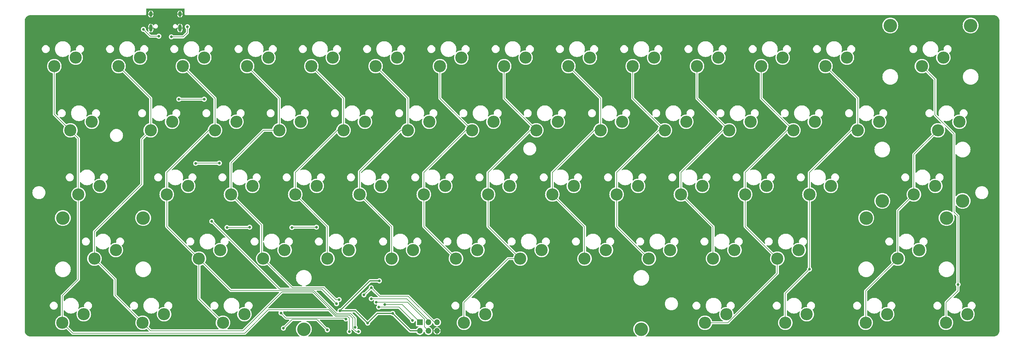
<source format=gbr>
%TF.GenerationSoftware,KiCad,Pcbnew,9.0.3*%
%TF.CreationDate,2025-08-02T20:14:01-05:00*%
%TF.ProjectId,my-keyboard,6d792d6b-6579-4626-9f61-72642e6b6963,1.0*%
%TF.SameCoordinates,Original*%
%TF.FileFunction,Copper,L1,Top*%
%TF.FilePolarity,Positive*%
%FSLAX46Y46*%
G04 Gerber Fmt 4.6, Leading zero omitted, Abs format (unit mm)*
G04 Created by KiCad (PCBNEW 9.0.3) date 2025-08-02 20:14:01*
%MOMM*%
%LPD*%
G01*
G04 APERTURE LIST*
%TA.AperFunction,ComponentPad*%
%ADD10C,3.600000*%
%TD*%
%TA.AperFunction,ComponentPad*%
%ADD11C,4.000000*%
%TD*%
%TA.AperFunction,ComponentPad*%
%ADD12R,1.700000X1.700000*%
%TD*%
%TA.AperFunction,ComponentPad*%
%ADD13O,1.700000X1.700000*%
%TD*%
%TA.AperFunction,ComponentPad*%
%ADD14O,1.000000X1.600000*%
%TD*%
%TA.AperFunction,ComponentPad*%
%ADD15O,1.000000X2.100000*%
%TD*%
%TA.AperFunction,ViaPad*%
%ADD16C,0.800000*%
%TD*%
%TA.AperFunction,Conductor*%
%ADD17C,0.350000*%
%TD*%
%TA.AperFunction,Conductor*%
%ADD18C,0.200000*%
%TD*%
G04 APERTURE END LIST*
D10*
%TO.P,KEY4,1,1*%
%TO.N,COL_3*%
X66212500Y-17440000D03*
%TO.P,KEY4,2,2*%
%TO.N,Net-(D4-A)*%
X72562500Y-14900000D03*
%TD*%
D11*
%TO.P,S41,*%
%TO.N,*%
X278302500Y-57445000D03*
X254490000Y-57445000D03*
%TD*%
D10*
%TO.P,KEY16,1,1*%
%TO.N,COL_1*%
X37637500Y-36490000D03*
%TO.P,KEY16,2,2*%
%TO.N,Net-(D16-A)*%
X43987500Y-33950000D03*
%TD*%
%TO.P,KEY47,1,1*%
%TO.N,COL_6*%
X128125000Y-74590000D03*
%TO.P,KEY47,2,2*%
%TO.N,Net-(D47-A)*%
X134475000Y-72050000D03*
%TD*%
%TO.P,KEY45,1,1*%
%TO.N,COL_4*%
X90025000Y-74590000D03*
%TO.P,KEY45,2,2*%
%TO.N,Net-(D45-A)*%
X96375000Y-72050000D03*
%TD*%
%TO.P,KEY48,1,1*%
%TO.N,COL_7*%
X147175000Y-74590000D03*
%TO.P,KEY48,2,2*%
%TO.N,Net-(D48-A)*%
X153525000Y-72050000D03*
%TD*%
%TO.P,KEY59,1,1*%
%TO.N,COL_12*%
X225756250Y-93640000D03*
%TO.P,KEY59,2,2*%
%TO.N,Net-(D59-A)*%
X232106250Y-91100000D03*
%TD*%
%TO.P,KEY21,1,1*%
%TO.N,COL_6*%
X132887500Y-36490000D03*
%TO.P,KEY21,2,2*%
%TO.N,Net-(D21-A)*%
X139237500Y-33950000D03*
%TD*%
%TO.P,KEY58,1,1*%
%TO.N,COL_11*%
X201943750Y-93640000D03*
%TO.P,KEY58,2,2*%
%TO.N,Net-(D58-A)*%
X208293750Y-91100000D03*
%TD*%
%TO.P,KEY32,1,1*%
%TO.N,COL_4*%
X80500000Y-55540000D03*
%TO.P,KEY32,2,2*%
%TO.N,Net-(D32-A)*%
X86850000Y-53000000D03*
%TD*%
%TO.P,KEY6,1,1*%
%TO.N,COL_5*%
X104312500Y-17440000D03*
%TO.P,KEY6,2,2*%
%TO.N,Net-(D6-A)*%
X110662500Y-14900000D03*
%TD*%
%TO.P,KEY53,1,1*%
%TO.N,COL_13*%
X259093750Y-74590000D03*
%TO.P,KEY53,2,2*%
%TO.N,Net-(D53-A)*%
X265443750Y-72050000D03*
%TD*%
%TO.P,KEY26,1,1*%
%TO.N,COL_11*%
X228137500Y-36490000D03*
%TO.P,KEY26,2,2*%
%TO.N,Net-(D26-A)*%
X234487500Y-33950000D03*
%TD*%
%TO.P,KEY15,1,1*%
%TO.N,COL_0*%
X13825000Y-36490000D03*
%TO.P,KEY15,2,2*%
%TO.N,Net-(D15-A)*%
X20175000Y-33950000D03*
%TD*%
%TO.P,KEY55,1,1*%
%TO.N,COL_1*%
X35256250Y-93640000D03*
%TO.P,KEY55,2,2*%
%TO.N,Net-(D55-A)*%
X41606250Y-91100000D03*
%TD*%
%TO.P,KEY29,1,1*%
%TO.N,COL_0*%
X16206250Y-55540000D03*
%TO.P,KEY29,2,2*%
%TO.N,Net-(D29-A)*%
X22556250Y-53000000D03*
%TD*%
%TO.P,KEY46,1,1*%
%TO.N,COL_5*%
X109075000Y-74590000D03*
%TO.P,KEY46,2,2*%
%TO.N,Net-(D46-A)*%
X115425000Y-72050000D03*
%TD*%
%TO.P,KEY35,1,1*%
%TO.N,COL_7*%
X137650000Y-55540000D03*
%TO.P,KEY35,2,2*%
%TO.N,Net-(D35-A)*%
X144000000Y-53000000D03*
%TD*%
%TO.P,KEY31,1,1*%
%TO.N,COL_3*%
X61450000Y-55540000D03*
%TO.P,KEY31,2,2*%
%TO.N,Net-(D31-A)*%
X67800000Y-53000000D03*
%TD*%
%TO.P,KEY19,1,1*%
%TO.N,COL_4*%
X94787500Y-36490000D03*
%TO.P,KEY19,2,2*%
%TO.N,Net-(D19-A)*%
X101137500Y-33950000D03*
%TD*%
%TO.P,KEY8,1,1*%
%TO.N,COL_7*%
X142412500Y-17440000D03*
%TO.P,KEY8,2,2*%
%TO.N,Net-(D8-A)*%
X148762500Y-14900000D03*
%TD*%
%TO.P,KEY37,1,1*%
%TO.N,COL_9*%
X175750000Y-55540000D03*
%TO.P,KEY37,2,2*%
%TO.N,Net-(D37-A)*%
X182100000Y-53000000D03*
%TD*%
D11*
%TO.P,S57,*%
%TO.N,*%
X183052500Y-95545000D03*
X83040000Y-95545000D03*
%TD*%
D10*
%TO.P,KEY54,1,1*%
%TO.N,COL_0*%
X11443750Y-93640000D03*
%TO.P,KEY54,2,2*%
%TO.N,Net-(D54-A)*%
X17793750Y-91100000D03*
%TD*%
%TO.P,KEY23,1,1*%
%TO.N,COL_8*%
X170987500Y-36490000D03*
%TO.P,KEY23,2,2*%
%TO.N,Net-(D23-A)*%
X177337500Y-33950000D03*
%TD*%
%TO.P,KEY17,1,1*%
%TO.N,COL_2*%
X56687500Y-36490000D03*
%TO.P,KEY17,2,2*%
%TO.N,Net-(D17-A)*%
X63037500Y-33950000D03*
%TD*%
%TO.P,KEY7,1,1*%
%TO.N,COL_6*%
X123362500Y-17440000D03*
%TO.P,KEY7,2,2*%
%TO.N,Net-(D7-A)*%
X129712500Y-14900000D03*
%TD*%
%TO.P,KEY11,1,1*%
%TO.N,COL_10*%
X199562500Y-17440000D03*
%TO.P,KEY11,2,2*%
%TO.N,Net-(D11-A)*%
X205912500Y-14900000D03*
%TD*%
%TO.P,KEY60,1,1*%
%TO.N,COL_13*%
X249568750Y-93640000D03*
%TO.P,KEY60,2,2*%
%TO.N,Net-(D60-A)*%
X255918750Y-91100000D03*
%TD*%
%TO.P,KEY51,1,1*%
%TO.N,COL_10*%
X204325000Y-74590000D03*
%TO.P,KEY51,2,2*%
%TO.N,Net-(D51-A)*%
X210675000Y-72050000D03*
%TD*%
%TO.P,KEY25,1,1*%
%TO.N,COL_10*%
X209087500Y-36490000D03*
%TO.P,KEY25,2,2*%
%TO.N,Net-(D25-A)*%
X215437500Y-33950000D03*
%TD*%
%TO.P,KEY9,1,1*%
%TO.N,COL_8*%
X161462500Y-17440000D03*
%TO.P,KEY9,2,2*%
%TO.N,Net-(D9-A)*%
X167812500Y-14900000D03*
%TD*%
D11*
%TO.P,S42,*%
%TO.N,*%
X11602500Y-62525000D03*
X35415000Y-62525000D03*
%TD*%
D10*
%TO.P,KEY30,1,1*%
%TO.N,COL_2*%
X42400000Y-55540000D03*
%TO.P,KEY30,2,2*%
%TO.N,Net-(D30-A)*%
X48750000Y-53000000D03*
%TD*%
%TO.P,KEY42,1,1*%
%TO.N,COL_1*%
X20968750Y-74590000D03*
%TO.P,KEY42,2,2*%
%TO.N,Net-(D42-A)*%
X27318750Y-72050000D03*
%TD*%
%TO.P,KEY22,1,1*%
%TO.N,COL_7*%
X151937500Y-36490000D03*
%TO.P,KEY22,2,2*%
%TO.N,Net-(D22-A)*%
X158287500Y-33950000D03*
%TD*%
D11*
%TO.P,S53,*%
%TO.N,*%
X249727500Y-62525000D03*
X273540000Y-62525000D03*
%TD*%
D10*
%TO.P,KEY27,1,1*%
%TO.N,COL_12*%
X247187500Y-36490000D03*
%TO.P,KEY27,2,2*%
%TO.N,Net-(D27-A)*%
X253537500Y-33950000D03*
%TD*%
%TO.P,KEY33,1,1*%
%TO.N,COL_5*%
X99550000Y-55540000D03*
%TO.P,KEY33,2,2*%
%TO.N,Net-(D33-A)*%
X105900000Y-53000000D03*
%TD*%
%TO.P,KEY14,1,1*%
%TO.N,COL_14*%
X266237500Y-17440000D03*
%TO.P,KEY14,2,2*%
%TO.N,Net-(D14-A)*%
X272587500Y-14900000D03*
%TD*%
%TO.P,KEY41,1,1*%
%TO.N,COL_13*%
X263856250Y-55540000D03*
%TO.P,KEY41,2,2*%
%TO.N,Net-(D41-A)*%
X270206250Y-53000000D03*
%TD*%
%TO.P,KEY28,1,1*%
%TO.N,COL_13*%
X271000000Y-36490000D03*
%TO.P,KEY28,2,2*%
%TO.N,Net-(D28-A)*%
X277350000Y-33950000D03*
%TD*%
%TO.P,KEY18,1,1*%
%TO.N,COL_3*%
X75737500Y-36490000D03*
%TO.P,KEY18,2,2*%
%TO.N,Net-(D18-A)*%
X82087500Y-33950000D03*
%TD*%
%TO.P,KEY57,1,1*%
%TO.N,COL_7*%
X130506250Y-93640000D03*
%TO.P,KEY57,2,2*%
%TO.N,Net-(D57-A)*%
X136856250Y-91100000D03*
%TD*%
%TO.P,KEY61,1,1*%
%TO.N,COL_14*%
X273381250Y-93640000D03*
%TO.P,KEY61,2,2*%
%TO.N,Net-(D61-A)*%
X279731250Y-91100000D03*
%TD*%
%TO.P,KEY40,1,1*%
%TO.N,COL_12*%
X232900000Y-55540000D03*
%TO.P,KEY40,2,2*%
%TO.N,Net-(D40-A)*%
X239250000Y-53000000D03*
%TD*%
%TO.P,KEY5,1,1*%
%TO.N,COL_4*%
X85262500Y-17440000D03*
%TO.P,KEY5,2,2*%
%TO.N,Net-(D5-A)*%
X91612500Y-14900000D03*
%TD*%
D11*
%TO.P,S14,*%
%TO.N,*%
X256871250Y-5375000D03*
X280683750Y-5375000D03*
%TD*%
D10*
%TO.P,KEY3,1,1*%
%TO.N,COL_2*%
X47162500Y-17440000D03*
%TO.P,KEY3,2,2*%
%TO.N,Net-(D3-A)*%
X53512500Y-14900000D03*
%TD*%
%TO.P,KEY52,1,1*%
%TO.N,COL_11*%
X223375000Y-74590000D03*
%TO.P,KEY52,2,2*%
%TO.N,Net-(D52-A)*%
X229725000Y-72050000D03*
%TD*%
%TO.P,KEY56,1,1*%
%TO.N,COL_2*%
X59068750Y-93640000D03*
%TO.P,KEY56,2,2*%
%TO.N,Net-(D56-A)*%
X65418750Y-91100000D03*
%TD*%
%TO.P,KEY20,1,1*%
%TO.N,COL_5*%
X113837500Y-36490000D03*
%TO.P,KEY20,2,2*%
%TO.N,Net-(D20-A)*%
X120187500Y-33950000D03*
%TD*%
%TO.P,KEY12,1,1*%
%TO.N,COL_11*%
X218612500Y-17440000D03*
%TO.P,KEY12,2,2*%
%TO.N,Net-(D12-A)*%
X224962500Y-14900000D03*
%TD*%
%TO.P,KEY39,1,1*%
%TO.N,COL_11*%
X213850000Y-55540000D03*
%TO.P,KEY39,2,2*%
%TO.N,Net-(D39-A)*%
X220200000Y-53000000D03*
%TD*%
%TO.P,KEY1,1,1*%
%TO.N,COL_0*%
X9062500Y-17440000D03*
%TO.P,KEY1,2,2*%
%TO.N,Net-(D1-A)*%
X15412500Y-14900000D03*
%TD*%
%TO.P,KEY24,1,1*%
%TO.N,COL_9*%
X190037500Y-36490000D03*
%TO.P,KEY24,2,2*%
%TO.N,Net-(D24-A)*%
X196387500Y-33950000D03*
%TD*%
%TO.P,KEY43,1,1*%
%TO.N,COL_2*%
X51925000Y-74590000D03*
%TO.P,KEY43,2,2*%
%TO.N,Net-(D43-A)*%
X58275000Y-72050000D03*
%TD*%
%TO.P,KEY50,1,1*%
%TO.N,COL_9*%
X185275000Y-74590000D03*
%TO.P,KEY50,2,2*%
%TO.N,Net-(D50-A)*%
X191625000Y-72050000D03*
%TD*%
%TO.P,KEY13,1,1*%
%TO.N,COL_12*%
X237662500Y-17440000D03*
%TO.P,KEY13,2,2*%
%TO.N,Net-(D13-A)*%
X244012500Y-14900000D03*
%TD*%
%TO.P,KEY10,1,1*%
%TO.N,COL_9*%
X180512500Y-17440000D03*
%TO.P,KEY10,2,2*%
%TO.N,Net-(D10-A)*%
X186862500Y-14900000D03*
%TD*%
%TO.P,KEY49,1,1*%
%TO.N,COL_8*%
X166225000Y-74590000D03*
%TO.P,KEY49,2,2*%
%TO.N,Net-(D49-A)*%
X172575000Y-72050000D03*
%TD*%
%TO.P,KEY2,1,1*%
%TO.N,COL_1*%
X28112500Y-17440000D03*
%TO.P,KEY2,2,2*%
%TO.N,Net-(D2-A)*%
X34462500Y-14900000D03*
%TD*%
%TO.P,KEY38,1,1*%
%TO.N,COL_10*%
X194800000Y-55540000D03*
%TO.P,KEY38,2,2*%
%TO.N,Net-(D38-A)*%
X201150000Y-53000000D03*
%TD*%
%TO.P,KEY44,1,1*%
%TO.N,COL_3*%
X70975000Y-74590000D03*
%TO.P,KEY44,2,2*%
%TO.N,Net-(D44-A)*%
X77325000Y-72050000D03*
%TD*%
%TO.P,KEY34,1,1*%
%TO.N,COL_6*%
X118600000Y-55540000D03*
%TO.P,KEY34,2,2*%
%TO.N,Net-(D34-A)*%
X124950000Y-53000000D03*
%TD*%
%TO.P,KEY36,1,1*%
%TO.N,COL_8*%
X156700000Y-55540000D03*
%TO.P,KEY36,2,2*%
%TO.N,Net-(D36-A)*%
X163050000Y-53000000D03*
%TD*%
D12*
%TO.P,J2,1,Pin_1*%
%TO.N,/MISO*%
X117420000Y-93500000D03*
D13*
%TO.P,J2,2,Pin_2*%
%TO.N,+3.3V*%
X117420000Y-96040000D03*
%TO.P,J2,3,Pin_3*%
%TO.N,/SCLK*%
X119960000Y-93500000D03*
%TO.P,J2,4,Pin_4*%
%TO.N,/MOSI*%
X119960000Y-96040000D03*
%TO.P,J2,5,Pin_5*%
%TO.N,/RESET*%
X122500000Y-93500000D03*
%TO.P,J2,6,Pin_6*%
%TO.N,GND*%
X122500000Y-96040000D03*
%TD*%
D14*
%TO.P,J1,S1,SHIELD*%
%TO.N,GND*%
X37680000Y-1950000D03*
D15*
X37680000Y-6130000D03*
D14*
X46320000Y-1950000D03*
D15*
X46320000Y-6130000D03*
%TD*%
D16*
%TO.N,GND*%
X92000000Y-93250000D03*
X77750000Y-88500000D03*
X103000000Y-90750000D03*
X125250000Y-97000000D03*
X90000000Y-91000000D03*
X84000000Y-91000000D03*
X31000000Y-42500000D03*
X102000000Y-80000000D03*
X102000000Y-95750000D03*
X113500000Y-77500000D03*
X86000000Y-94000000D03*
X100500000Y-90750000D03*
X103250000Y-88500000D03*
X95250000Y-97000000D03*
X106500000Y-95750000D03*
X94500000Y-79500000D03*
X112250000Y-92250000D03*
X101000000Y-87000000D03*
X115000000Y-79000000D03*
X73000000Y-91000000D03*
X80000000Y-81500000D03*
X78250000Y-90625000D03*
X36000000Y-8500000D03*
X50250000Y-7000000D03*
X78250000Y-85500000D03*
X97250000Y-89000000D03*
X120000000Y-88250000D03*
X90500000Y-82500000D03*
X115500000Y-85250000D03*
X108000000Y-78000000D03*
X110500000Y-90000000D03*
%TO.N,+3.3V*%
X109387741Y-90862259D03*
X93750000Y-90083272D03*
X101951058Y-93750000D03*
X105427943Y-81177943D03*
%TO.N,ROW_0*%
X77000000Y-95250000D03*
X90000000Y-95750000D03*
%TO.N,ROW_1*%
X46000000Y-27235000D03*
X53500000Y-27250000D03*
%TO.N,ROW_2*%
X58000000Y-46250000D03*
X51000000Y-46285000D03*
%TO.N,ROW_3*%
X60250000Y-65335000D03*
X79500000Y-65335000D03*
X67000000Y-65250000D03*
X86750000Y-65250000D03*
%TO.N,ROW_4*%
X115250000Y-93000000D03*
X76250000Y-90750000D03*
X95499996Y-92500000D03*
X105250000Y-89000000D03*
%TO.N,Net-(J1-CC1)*%
X35500000Y-6500000D03*
X40040708Y-8547062D03*
%TO.N,Net-(J1-CC2)*%
X48500000Y-5750000D03*
X43750000Y-8750000D03*
%TO.N,/MISO*%
X107000000Y-88250000D03*
%TO.N,/SCLK*%
X103000000Y-86500000D03*
%TO.N,/MOSI*%
X104500000Y-87500000D03*
%TO.N,/RESET*%
X103000000Y-83250000D03*
X92749984Y-88000000D03*
X55749996Y-63500000D03*
X100875004Y-85375004D03*
%TO.N,COL_0*%
X96500000Y-96250000D03*
%TO.N,COL_1*%
X99250000Y-96250000D03*
%TO.N,COL_2*%
X98250014Y-95000000D03*
%TO.N,COL_3*%
X93499990Y-86750000D03*
%TO.N,COL_12*%
X232900000Y-77750014D03*
%TO.N,COL_14*%
X276927789Y-82250000D03*
%TD*%
D17*
%TO.N,+3.3V*%
X98284330Y-90083272D02*
X93750000Y-90083272D01*
X101951058Y-93750000D02*
X98284330Y-90083272D01*
X105427943Y-81177943D02*
X102655329Y-81177943D01*
X101951058Y-93750000D02*
X104838799Y-90862259D01*
X104838799Y-90862259D02*
X109387741Y-90862259D01*
X102655329Y-81177943D02*
X93750000Y-90083272D01*
X114565482Y-96040000D02*
X109387741Y-90862259D01*
X117420000Y-96040000D02*
X114565482Y-96040000D01*
D18*
%TO.N,ROW_0*%
X79600000Y-92650000D02*
X86900000Y-92650000D01*
X77000000Y-95250000D02*
X79600000Y-92650000D01*
X86900000Y-92650000D02*
X90000000Y-95750000D01*
%TO.N,ROW_1*%
X53500000Y-27250000D02*
X46015000Y-27250000D01*
X46015000Y-27250000D02*
X46000000Y-27235000D01*
%TO.N,ROW_2*%
X58000000Y-46250000D02*
X51035000Y-46250000D01*
X51035000Y-46250000D02*
X51000000Y-46285000D01*
%TO.N,ROW_3*%
X79585000Y-65250000D02*
X79500000Y-65335000D01*
X86750000Y-65250000D02*
X79585000Y-65250000D01*
X66915000Y-65335000D02*
X67000000Y-65250000D01*
X60250000Y-65335000D02*
X66915000Y-65335000D01*
%TO.N,ROW_4*%
X105250008Y-88999992D02*
X105250000Y-89000000D01*
X76250000Y-90750000D02*
X77750000Y-92250000D01*
X111249992Y-88999992D02*
X105250008Y-88999992D01*
X77750000Y-92250000D02*
X95249996Y-92250000D01*
X95249996Y-92250000D02*
X95499996Y-92500000D01*
X115250000Y-93000000D02*
X111249992Y-88999992D01*
%TO.N,Net-(J1-CC1)*%
X37547062Y-8547062D02*
X40040708Y-8547062D01*
X35500000Y-6500000D02*
X37547062Y-8547062D01*
%TO.N,Net-(J1-CC2)*%
X43750000Y-8750000D02*
X47250000Y-8750000D01*
X47250000Y-8750000D02*
X48500000Y-7500000D01*
X48500000Y-7500000D02*
X48500000Y-5750000D01*
%TO.N,/MISO*%
X112170000Y-88250000D02*
X117420000Y-93500000D01*
X107000000Y-88250000D02*
X112170000Y-88250000D01*
%TO.N,/SCLK*%
X119960000Y-92960000D02*
X119960000Y-93500000D01*
X103000000Y-86500000D02*
X113500000Y-86500000D01*
X113500000Y-86500000D02*
X119960000Y-92960000D01*
%TO.N,/MOSI*%
X104500000Y-87500000D02*
X113750000Y-87500000D01*
X113750000Y-87500000D02*
X118750000Y-92500000D01*
X118750000Y-92500000D02*
X118750000Y-94830000D01*
X118750000Y-94830000D02*
X119960000Y-96040000D01*
%TO.N,/RESET*%
X103000000Y-83250000D02*
X105500000Y-85750000D01*
X100875004Y-85374996D02*
X100875004Y-85375004D01*
X92749984Y-88000000D02*
X88399984Y-83650000D01*
X103000000Y-83250000D02*
X100875004Y-85374996D01*
X121750000Y-93500000D02*
X122500000Y-93500000D01*
X88399984Y-83650000D02*
X75899996Y-83650000D01*
X75899996Y-83650000D02*
X55749996Y-63500000D01*
X105500000Y-85750000D02*
X114000000Y-85750000D01*
X114000000Y-85750000D02*
X121750000Y-93500000D01*
%TO.N,COL_0*%
X92500000Y-91750000D02*
X96000000Y-91750000D01*
X72475000Y-89775000D02*
X90525000Y-89775000D01*
X16206250Y-55540000D02*
X16206250Y-38871250D01*
X14553750Y-96750000D02*
X65500000Y-96750000D01*
X9062500Y-31727500D02*
X9062500Y-17440000D01*
X96500000Y-92250000D02*
X96500000Y-96250000D01*
X11443750Y-93640000D02*
X14553750Y-96750000D01*
X65500000Y-96750000D02*
X72475000Y-89775000D01*
X11443750Y-85556250D02*
X16206250Y-80793750D01*
X13825000Y-36490000D02*
X9062500Y-31727500D01*
X16206250Y-80793750D02*
X16206250Y-55540000D01*
X96000000Y-91750000D02*
X96500000Y-92250000D01*
X90525000Y-89775000D02*
X92500000Y-91750000D01*
X16206250Y-38871250D02*
X13825000Y-36490000D01*
X11443750Y-93640000D02*
X11443750Y-85556250D01*
%TO.N,COL_1*%
X27064375Y-80685625D02*
X27064375Y-85448125D01*
X20968750Y-66531250D02*
X20968750Y-74590000D01*
X85765686Y-84450000D02*
X92665687Y-91350000D01*
X35000000Y-52500000D02*
X20968750Y-66531250D01*
X97550014Y-92300014D02*
X97550014Y-95289950D01*
X20968750Y-74590000D02*
X27064375Y-80685625D01*
X37616250Y-96000000D02*
X65000000Y-96000000D01*
X65000000Y-96000000D02*
X76550000Y-84450000D01*
X34500000Y-92883750D02*
X37616250Y-96000000D01*
X97550014Y-95289950D02*
X98510064Y-96250000D01*
X98510064Y-96250000D02*
X99250000Y-96250000D01*
X28112500Y-17440000D02*
X37637500Y-26965000D01*
X37637500Y-36490000D02*
X35000000Y-39127500D01*
X37637500Y-26965000D02*
X37637500Y-36490000D01*
X96600000Y-91350000D02*
X97550014Y-92300014D01*
X27064375Y-85448125D02*
X35256250Y-93640000D01*
X92665687Y-91350000D02*
X96600000Y-91350000D01*
X35000000Y-39127500D02*
X35000000Y-52500000D01*
X76550000Y-84450000D02*
X85765686Y-84450000D01*
%TO.N,COL_2*%
X42400000Y-65065000D02*
X42400000Y-55540000D01*
X96950000Y-90950000D02*
X98250014Y-92250014D01*
X51925000Y-74590000D02*
X61385000Y-84050000D01*
X92831372Y-90950000D02*
X96950000Y-90950000D01*
X51925000Y-74590000D02*
X42400000Y-65065000D01*
X61385000Y-84050000D02*
X85931372Y-84050000D01*
X42400000Y-55540000D02*
X42400000Y-48977500D01*
X42400000Y-48977500D02*
X54887500Y-36490000D01*
X54887500Y-36490000D02*
X56687500Y-36490000D01*
X98250014Y-92250014D02*
X98250014Y-95000000D01*
X51925000Y-86496250D02*
X51925000Y-74590000D01*
X85931372Y-84050000D02*
X92831372Y-90950000D01*
X59068750Y-93640000D02*
X51925000Y-86496250D01*
X56687500Y-26965000D02*
X56687500Y-36490000D01*
X47162500Y-17440000D02*
X56687500Y-26965000D01*
%TO.N,COL_3*%
X92500000Y-86750000D02*
X93499990Y-86750000D01*
X89000000Y-83250000D02*
X92500000Y-86750000D01*
X61450000Y-46109807D02*
X61450000Y-55540000D01*
X70500000Y-74115000D02*
X70975000Y-74590000D01*
X79635000Y-83250000D02*
X89000000Y-83250000D01*
X75737500Y-36490000D02*
X71069807Y-36490000D01*
X75737500Y-26965000D02*
X75737500Y-36490000D01*
X70500000Y-64590000D02*
X70500000Y-74115000D01*
X71069807Y-36490000D02*
X61450000Y-46109807D01*
X66212500Y-17440000D02*
X75737500Y-26965000D01*
X61450000Y-55540000D02*
X70500000Y-64590000D01*
X70975000Y-74590000D02*
X79635000Y-83250000D01*
%TO.N,COL_4*%
X85262500Y-17440000D02*
X94787500Y-26965000D01*
X94787500Y-26965000D02*
X94787500Y-36490000D01*
X80500000Y-48977500D02*
X80500000Y-55540000D01*
X92987500Y-36490000D02*
X80500000Y-48977500D01*
X90025000Y-74590000D02*
X90025000Y-65065000D01*
X90025000Y-65065000D02*
X80500000Y-55540000D01*
X94787500Y-36490000D02*
X92987500Y-36490000D01*
%TO.N,COL_5*%
X109075000Y-65065000D02*
X109075000Y-74590000D01*
X104312500Y-17440000D02*
X113837500Y-26965000D01*
X99550000Y-48700000D02*
X99550000Y-55540000D01*
X113837500Y-36490000D02*
X111760000Y-36490000D01*
X111760000Y-36490000D02*
X99550000Y-48700000D01*
X113837500Y-26965000D02*
X113837500Y-36490000D01*
X99550000Y-55540000D02*
X109075000Y-65065000D01*
%TO.N,COL_6*%
X123362500Y-26965000D02*
X123362500Y-17440000D01*
X118600000Y-55540000D02*
X118600000Y-48977500D01*
X128125000Y-74590000D02*
X118600000Y-65065000D01*
X118600000Y-48977500D02*
X131087500Y-36490000D01*
X131087500Y-36490000D02*
X132887500Y-36490000D01*
X132887500Y-36490000D02*
X123362500Y-26965000D01*
X118600000Y-65065000D02*
X118600000Y-55540000D01*
%TO.N,COL_7*%
X137650000Y-65065000D02*
X137650000Y-55540000D01*
X147175000Y-74590000D02*
X137650000Y-65065000D01*
X150137500Y-36490000D02*
X151937500Y-36490000D01*
X151937500Y-36490000D02*
X142412500Y-26965000D01*
X137650000Y-48977500D02*
X150137500Y-36490000D01*
X143579711Y-74590000D02*
X130506250Y-87663461D01*
X147175000Y-74590000D02*
X143579711Y-74590000D01*
X130506250Y-87663461D02*
X130506250Y-93640000D01*
X137650000Y-55540000D02*
X137650000Y-48977500D01*
X142412500Y-26965000D02*
X142412500Y-17440000D01*
%TO.N,COL_8*%
X169187500Y-36490000D02*
X156700000Y-48977500D01*
X170987500Y-26965000D02*
X170987500Y-36490000D01*
X170987500Y-36490000D02*
X169187500Y-36490000D01*
X161462500Y-17440000D02*
X170987500Y-26965000D01*
X156700000Y-55540000D02*
X166225000Y-65065000D01*
X156700000Y-48977500D02*
X156700000Y-55540000D01*
X166225000Y-65065000D02*
X166225000Y-74590000D01*
%TO.N,COL_9*%
X175750000Y-48977500D02*
X188237500Y-36490000D01*
X190037500Y-36490000D02*
X180512500Y-26965000D01*
X180512500Y-26965000D02*
X180512500Y-17440000D01*
X175750000Y-65065000D02*
X175750000Y-55540000D01*
X175750000Y-55540000D02*
X175750000Y-48977500D01*
X188237500Y-36490000D02*
X190037500Y-36490000D01*
X185275000Y-74590000D02*
X175750000Y-65065000D01*
%TO.N,COL_10*%
X194800000Y-55540000D02*
X204325000Y-65065000D01*
X207287500Y-36490000D02*
X194800000Y-48977500D01*
X199562500Y-17440000D02*
X199562500Y-26965000D01*
X199562500Y-26965000D02*
X209087500Y-36490000D01*
X194800000Y-48977500D02*
X194800000Y-55540000D01*
X209087500Y-36490000D02*
X207287500Y-36490000D01*
X204325000Y-65065000D02*
X204325000Y-74590000D01*
%TO.N,COL_11*%
X208721819Y-93640000D02*
X223375000Y-78986819D01*
X213850000Y-55540000D02*
X213850000Y-48977500D01*
X226337500Y-36490000D02*
X228137500Y-36490000D01*
X228137500Y-36490000D02*
X218612500Y-26965000D01*
X223375000Y-78986819D02*
X223375000Y-74590000D01*
X201943750Y-93640000D02*
X208721819Y-93640000D01*
X223375000Y-74590000D02*
X213850000Y-65065000D01*
X218612500Y-26965000D02*
X218612500Y-17440000D01*
X213850000Y-65065000D02*
X213850000Y-55540000D01*
X213850000Y-48977500D02*
X226337500Y-36490000D01*
%TO.N,COL_12*%
X237662500Y-17440000D02*
X247187500Y-26965000D01*
X245387500Y-36490000D02*
X232900000Y-48977500D01*
X247187500Y-36490000D02*
X245387500Y-36490000D01*
X225756250Y-84893764D02*
X232900000Y-77750014D01*
X247187500Y-26965000D02*
X247187500Y-36490000D01*
X225756250Y-93640000D02*
X225756250Y-84893764D01*
X232900000Y-48977500D02*
X232900000Y-55540000D01*
X232900000Y-55540000D02*
X232900000Y-77750014D01*
%TO.N,COL_14*%
X275750000Y-37500000D02*
X275750000Y-60750000D01*
X276927789Y-84116922D02*
X273381250Y-87663461D01*
X275750000Y-60750000D02*
X276927789Y-61927789D01*
X276927789Y-61927789D02*
X276927789Y-84116922D01*
X270126898Y-21329398D02*
X270126898Y-31876898D01*
X270126898Y-31876898D02*
X275750000Y-37500000D01*
X266237500Y-17440000D02*
X270126898Y-21329398D01*
X273381250Y-87663461D02*
X273381250Y-93640000D01*
%TO.N,COL_13*%
X271000000Y-36490000D02*
X263856250Y-43633750D01*
X259093750Y-60302500D02*
X259093750Y-74590000D01*
X263856250Y-55540000D02*
X259093750Y-60302500D01*
X259093750Y-74590000D02*
X249568750Y-84115000D01*
X249568750Y-84115000D02*
X249568750Y-93640000D01*
X263856250Y-43633750D02*
X263856250Y-55540000D01*
%TD*%
%TA.AperFunction,Conductor*%
%TO.N,GND*%
G36*
X47642539Y-320185D02*
G01*
X47688294Y-372989D01*
X47699500Y-424500D01*
X47699500Y-1940784D01*
X47696437Y-1962745D01*
X47695598Y-1971792D01*
X47699235Y-2011035D01*
X47699500Y-2016758D01*
X47699500Y-2027843D01*
X47699501Y-2027855D01*
X47701536Y-2038749D01*
X47702327Y-2044415D01*
X47705964Y-2083658D01*
X47708443Y-2092372D01*
X47711667Y-2101989D01*
X47714938Y-2110432D01*
X47714939Y-2110433D01*
X47735690Y-2143948D01*
X47738467Y-2148933D01*
X47744442Y-2160931D01*
X47756042Y-2184228D01*
X47761526Y-2191490D01*
X47767957Y-2199235D01*
X47774080Y-2205951D01*
X47805535Y-2229706D01*
X47809943Y-2233366D01*
X47810006Y-2233423D01*
X47839067Y-2259916D01*
X47839068Y-2259916D01*
X47839069Y-2259917D01*
X47846797Y-2264702D01*
X47855580Y-2269594D01*
X47863732Y-2273653D01*
X47863736Y-2273656D01*
X47901660Y-2284445D01*
X47907054Y-2286253D01*
X47943827Y-2300500D01*
X47943829Y-2300500D01*
X47952755Y-2302169D01*
X47962742Y-2303562D01*
X47971792Y-2304401D01*
X47971792Y-2304400D01*
X47971793Y-2304401D01*
X47980847Y-2303562D01*
X48011036Y-2300765D01*
X48016759Y-2300500D01*
X287452405Y-2300500D01*
X287497786Y-2300500D01*
X287502208Y-2300657D01*
X287733020Y-2317165D01*
X287750529Y-2319683D01*
X287970144Y-2367458D01*
X287987103Y-2372437D01*
X288197694Y-2450983D01*
X288213777Y-2458327D01*
X288388794Y-2553895D01*
X288411036Y-2566040D01*
X288425919Y-2575605D01*
X288605836Y-2710289D01*
X288619207Y-2721875D01*
X288778124Y-2880792D01*
X288789710Y-2894163D01*
X288924394Y-3074080D01*
X288933959Y-3088963D01*
X289041669Y-3286217D01*
X289049019Y-3302311D01*
X289127559Y-3512887D01*
X289132543Y-3529862D01*
X289180316Y-3749470D01*
X289182834Y-3766982D01*
X289199342Y-3997789D01*
X289199500Y-4002213D01*
X289199500Y-95997786D01*
X289199342Y-96002210D01*
X289182834Y-96233017D01*
X289180316Y-96250529D01*
X289132543Y-96470137D01*
X289127559Y-96487112D01*
X289049019Y-96697688D01*
X289041669Y-96713782D01*
X288933959Y-96911036D01*
X288924394Y-96925919D01*
X288789710Y-97105836D01*
X288778124Y-97119207D01*
X288619207Y-97278124D01*
X288605836Y-97289710D01*
X288425919Y-97424394D01*
X288411036Y-97433959D01*
X288213782Y-97541669D01*
X288197688Y-97549019D01*
X287987112Y-97627559D01*
X287970137Y-97632543D01*
X287750529Y-97680316D01*
X287733017Y-97682834D01*
X287519172Y-97698128D01*
X287502208Y-97699342D01*
X287497786Y-97699500D01*
X184467624Y-97699500D01*
X184400585Y-97679815D01*
X184354830Y-97627011D01*
X184344886Y-97557853D01*
X184373911Y-97494297D01*
X184398733Y-97472398D01*
X184486458Y-97413782D01*
X184486457Y-97413782D01*
X184486464Y-97413778D01*
X184718120Y-97210620D01*
X184921278Y-96978964D01*
X185092460Y-96722772D01*
X185228738Y-96446427D01*
X185234160Y-96430456D01*
X185327776Y-96154671D01*
X185327776Y-96154670D01*
X185327780Y-96154659D01*
X185387891Y-95852460D01*
X185408043Y-95545000D01*
X185387891Y-95237540D01*
X185327780Y-94935341D01*
X185228738Y-94643573D01*
X185228730Y-94643556D01*
X185092465Y-94367238D01*
X185092456Y-94367223D01*
X185055715Y-94312236D01*
X184921278Y-94111036D01*
X184829660Y-94006566D01*
X184718120Y-93879379D01*
X184585508Y-93763082D01*
X184486464Y-93676222D01*
X184486458Y-93676218D01*
X184486451Y-93676212D01*
X184432256Y-93640000D01*
X199788225Y-93640000D01*
X199808301Y-93933511D01*
X199808302Y-93933513D01*
X199868154Y-94221543D01*
X199868159Y-94221559D01*
X199966677Y-94498762D01*
X200102028Y-94759977D01*
X200102032Y-94759983D01*
X200271682Y-95000323D01*
X200472493Y-95215338D01*
X200585143Y-95306985D01*
X200700701Y-95400999D01*
X200700703Y-95401000D01*
X200700704Y-95401001D01*
X200952069Y-95553860D01*
X200952074Y-95553862D01*
X201203141Y-95662915D01*
X201221909Y-95671067D01*
X201505195Y-95750440D01*
X201761431Y-95785659D01*
X201796651Y-95790500D01*
X201796652Y-95790500D01*
X202090849Y-95790500D01*
X202122270Y-95786180D01*
X202382305Y-95750440D01*
X202665591Y-95671067D01*
X202935432Y-95553859D01*
X203186799Y-95400999D01*
X203415010Y-95215335D01*
X203615815Y-95000326D01*
X203785472Y-94759976D01*
X203920822Y-94498764D01*
X204019342Y-94221554D01*
X204026050Y-94189271D01*
X204058962Y-94127640D01*
X204119971Y-94093585D01*
X204147457Y-94090500D01*
X208693036Y-94090500D01*
X208699974Y-94090889D01*
X208731869Y-94094483D01*
X208738853Y-94095270D01*
X208738853Y-94095269D01*
X208738854Y-94095270D01*
X208797298Y-94084211D01*
X208856106Y-94075348D01*
X208856109Y-94075346D01*
X208864266Y-94072830D01*
X208872288Y-94070023D01*
X208872291Y-94070023D01*
X208924891Y-94042222D01*
X208978461Y-94016425D01*
X208978461Y-94016424D01*
X208978463Y-94016424D01*
X208985514Y-94011616D01*
X208992357Y-94006566D01*
X209034419Y-93964503D01*
X209078013Y-93924055D01*
X209078015Y-93924050D01*
X209083806Y-93916790D01*
X209084462Y-93917313D01*
X209093851Y-93905070D01*
X209358921Y-93640000D01*
X223600725Y-93640000D01*
X223620801Y-93933511D01*
X223620802Y-93933513D01*
X223680654Y-94221543D01*
X223680659Y-94221559D01*
X223779177Y-94498762D01*
X223914528Y-94759977D01*
X223914532Y-94759983D01*
X224084182Y-95000323D01*
X224284993Y-95215338D01*
X224397643Y-95306985D01*
X224513201Y-95400999D01*
X224513203Y-95401000D01*
X224513204Y-95401001D01*
X224764569Y-95553860D01*
X224764574Y-95553862D01*
X225015641Y-95662915D01*
X225034409Y-95671067D01*
X225317695Y-95750440D01*
X225573931Y-95785659D01*
X225609151Y-95790500D01*
X225609152Y-95790500D01*
X225903349Y-95790500D01*
X225934770Y-95786180D01*
X226194805Y-95750440D01*
X226478091Y-95671067D01*
X226747932Y-95553859D01*
X226999299Y-95400999D01*
X227227510Y-95215335D01*
X227428315Y-95000326D01*
X227597972Y-94759976D01*
X227733322Y-94498764D01*
X227831842Y-94221554D01*
X227831842Y-94221549D01*
X227831845Y-94221543D01*
X227874468Y-94016424D01*
X227891698Y-93933511D01*
X227911775Y-93640000D01*
X247413225Y-93640000D01*
X247433301Y-93933511D01*
X247433302Y-93933513D01*
X247493154Y-94221543D01*
X247493159Y-94221559D01*
X247591677Y-94498762D01*
X247727028Y-94759977D01*
X247727032Y-94759983D01*
X247896682Y-95000323D01*
X248097493Y-95215338D01*
X248210143Y-95306985D01*
X248325701Y-95400999D01*
X248325703Y-95401000D01*
X248325704Y-95401001D01*
X248577069Y-95553860D01*
X248577074Y-95553862D01*
X248828141Y-95662915D01*
X248846909Y-95671067D01*
X249130195Y-95750440D01*
X249386431Y-95785659D01*
X249421651Y-95790500D01*
X249421652Y-95790500D01*
X249715849Y-95790500D01*
X249747270Y-95786180D01*
X250007305Y-95750440D01*
X250290591Y-95671067D01*
X250560432Y-95553859D01*
X250811799Y-95400999D01*
X251040010Y-95215335D01*
X251240815Y-95000326D01*
X251410472Y-94759976D01*
X251545822Y-94498764D01*
X251644342Y-94221554D01*
X251644342Y-94221549D01*
X251644345Y-94221543D01*
X251686968Y-94016424D01*
X251704198Y-93933511D01*
X251724275Y-93640000D01*
X251704198Y-93346489D01*
X251684251Y-93250500D01*
X251644345Y-93058456D01*
X251644340Y-93058440D01*
X251594836Y-92919149D01*
X251545822Y-92781236D01*
X251410472Y-92520024D01*
X251410471Y-92520022D01*
X251410467Y-92520016D01*
X251240817Y-92279676D01*
X251118906Y-92149142D01*
X251040010Y-92064665D01*
X251040008Y-92064664D01*
X251040006Y-92064661D01*
X250824731Y-91889522D01*
X250811799Y-91879001D01*
X250811797Y-91879000D01*
X250811795Y-91878998D01*
X250560430Y-91726139D01*
X250560425Y-91726137D01*
X250290592Y-91608932D01*
X250290588Y-91608931D01*
X250109794Y-91558274D01*
X250050552Y-91521232D01*
X250020741Y-91458042D01*
X250019250Y-91438873D01*
X250019250Y-90036403D01*
X250038935Y-89969364D01*
X250091739Y-89923609D01*
X250160897Y-89913665D01*
X250224453Y-89942690D01*
X250246351Y-89967512D01*
X250247589Y-89969364D01*
X250255874Y-89981764D01*
X250457301Y-90211448D01*
X250616986Y-90351487D01*
X250686988Y-90412877D01*
X250941000Y-90582602D01*
X250941003Y-90582603D01*
X250941009Y-90582607D01*
X251214976Y-90717713D01*
X251214981Y-90717715D01*
X251214993Y-90717721D01*
X251504278Y-90815920D01*
X251803906Y-90875519D01*
X252032467Y-90890500D01*
X252032471Y-90890500D01*
X252185029Y-90890500D01*
X252185033Y-90890500D01*
X252413594Y-90875519D01*
X252713222Y-90815920D01*
X253002507Y-90717721D01*
X253276500Y-90582602D01*
X253530512Y-90412877D01*
X253681131Y-90280787D01*
X253744512Y-90251385D01*
X253813728Y-90260917D01*
X253866803Y-90306357D01*
X253886887Y-90373278D01*
X253879730Y-90415540D01*
X253843157Y-90518448D01*
X253843154Y-90518456D01*
X253783302Y-90806486D01*
X253783301Y-90806488D01*
X253763225Y-91100000D01*
X253783301Y-91393511D01*
X253783302Y-91393513D01*
X253843154Y-91681543D01*
X253843159Y-91681559D01*
X253941677Y-91958762D01*
X254077028Y-92219977D01*
X254077032Y-92219983D01*
X254246682Y-92460323D01*
X254246685Y-92460326D01*
X254420750Y-92646704D01*
X254447493Y-92675338D01*
X254575134Y-92779181D01*
X254675701Y-92860999D01*
X254675703Y-92861000D01*
X254675704Y-92861001D01*
X254927069Y-93013860D01*
X254927074Y-93013862D01*
X255171856Y-93120185D01*
X255196909Y-93131067D01*
X255480195Y-93210440D01*
X255710880Y-93242147D01*
X255771651Y-93250500D01*
X255771652Y-93250500D01*
X256065849Y-93250500D01*
X256097270Y-93246180D01*
X256357305Y-93210440D01*
X256640591Y-93131067D01*
X256910432Y-93013859D01*
X257161799Y-92860999D01*
X257390010Y-92675335D01*
X257590815Y-92460326D01*
X257760472Y-92219976D01*
X257895822Y-91958764D01*
X257994342Y-91681554D01*
X257994342Y-91681549D01*
X257994345Y-91681543D01*
X258027657Y-91521232D01*
X258054198Y-91393511D01*
X258074275Y-91100000D01*
X258054198Y-90806489D01*
X258017203Y-90628457D01*
X257994345Y-90518456D01*
X257994340Y-90518440D01*
X257948492Y-90389437D01*
X257895822Y-90241236D01*
X257760472Y-89980024D01*
X257715089Y-89915731D01*
X257642241Y-89812528D01*
X257619663Y-89746407D01*
X257636417Y-89678576D01*
X257687183Y-89630570D01*
X257688274Y-89630020D01*
X257697251Y-89625550D01*
X257812865Y-89567981D01*
X257987455Y-89436137D01*
X258134845Y-89274458D01*
X258250017Y-89088448D01*
X258329049Y-88884443D01*
X258369250Y-88669389D01*
X269660750Y-88669389D01*
X269700951Y-88884443D01*
X269700952Y-88884445D01*
X269779980Y-89088442D01*
X269779984Y-89088451D01*
X269895153Y-89274456D01*
X269895155Y-89274458D01*
X270042542Y-89436135D01*
X270088565Y-89470890D01*
X270217135Y-89567981D01*
X270274903Y-89596746D01*
X270412966Y-89665494D01*
X270412970Y-89665495D01*
X270412977Y-89665499D01*
X270623404Y-89725371D01*
X270786675Y-89740500D01*
X270786679Y-89740500D01*
X270895821Y-89740500D01*
X270895825Y-89740500D01*
X271059096Y-89725371D01*
X271269523Y-89665499D01*
X271465365Y-89567981D01*
X271639955Y-89436137D01*
X271787345Y-89274458D01*
X271902517Y-89088448D01*
X271981549Y-88884443D01*
X272021750Y-88669389D01*
X272021750Y-88450611D01*
X271981549Y-88235557D01*
X271902517Y-88031552D01*
X271897215Y-88022989D01*
X271787346Y-87845543D01*
X271787344Y-87845541D01*
X271639957Y-87683864D01*
X271465365Y-87552019D01*
X271269533Y-87454505D01*
X271269520Y-87454500D01*
X271059094Y-87394628D01*
X271059095Y-87394628D01*
X270943174Y-87383887D01*
X270895825Y-87379500D01*
X270786675Y-87379500D01*
X270742526Y-87383590D01*
X270623404Y-87394628D01*
X270412979Y-87454500D01*
X270412966Y-87454505D01*
X270217134Y-87552019D01*
X270042542Y-87683864D01*
X269895155Y-87845541D01*
X269895153Y-87845543D01*
X269779984Y-88031548D01*
X269779980Y-88031557D01*
X269700952Y-88235554D01*
X269700951Y-88235557D01*
X269660750Y-88450611D01*
X269660750Y-88669389D01*
X258369250Y-88669389D01*
X258369250Y-88450611D01*
X258329049Y-88235557D01*
X258250017Y-88031552D01*
X258244715Y-88022989D01*
X258134846Y-87845543D01*
X258134844Y-87845541D01*
X257987457Y-87683864D01*
X257812865Y-87552019D01*
X257617033Y-87454505D01*
X257617020Y-87454500D01*
X257406594Y-87394628D01*
X257406595Y-87394628D01*
X257290674Y-87383887D01*
X257243325Y-87379500D01*
X257134175Y-87379500D01*
X257090026Y-87383590D01*
X256970904Y-87394628D01*
X256760479Y-87454500D01*
X256760466Y-87454505D01*
X256564634Y-87552019D01*
X256390042Y-87683864D01*
X256242655Y-87845541D01*
X256242653Y-87845543D01*
X256127484Y-88031548D01*
X256127480Y-88031557D01*
X256048452Y-88235554D01*
X256048451Y-88235557D01*
X256008250Y-88450611D01*
X256008250Y-88669389D01*
X256033173Y-88802717D01*
X256026143Y-88872230D01*
X255982646Y-88926908D01*
X255916492Y-88949391D01*
X255911285Y-88949500D01*
X255771651Y-88949500D01*
X255480195Y-88989560D01*
X255480189Y-88989561D01*
X255196904Y-89068934D01*
X254927074Y-89186137D01*
X254927069Y-89186139D01*
X254675704Y-89338998D01*
X254498284Y-89483340D01*
X254433858Y-89510378D01*
X254365041Y-89498293D01*
X254313683Y-89450921D01*
X254296089Y-89383303D01*
X254302609Y-89347297D01*
X254364670Y-89164472D01*
X254424269Y-88864844D01*
X254431452Y-88755249D01*
X254444250Y-88560007D01*
X254444250Y-88559992D01*
X254424270Y-88255172D01*
X254424269Y-88255156D01*
X254364670Y-87955528D01*
X254363864Y-87953155D01*
X254322718Y-87831941D01*
X254266471Y-87666243D01*
X254266297Y-87665890D01*
X254131357Y-87392259D01*
X254131348Y-87392244D01*
X254039811Y-87255249D01*
X253961627Y-87138238D01*
X253883806Y-87049500D01*
X253760198Y-86908551D01*
X253530513Y-86707124D01*
X253276505Y-86537401D01*
X253276490Y-86537392D01*
X253002523Y-86402286D01*
X253002502Y-86402277D01*
X252713230Y-86304082D01*
X252713224Y-86304080D01*
X252713222Y-86304080D01*
X252413594Y-86244481D01*
X252185033Y-86229500D01*
X252032467Y-86229500D01*
X251803906Y-86244481D01*
X251803900Y-86244482D01*
X251803895Y-86244483D01*
X251504283Y-86304079D01*
X251504269Y-86304082D01*
X251214997Y-86402277D01*
X251214976Y-86402286D01*
X250941009Y-86537392D01*
X250940994Y-86537401D01*
X250686986Y-86707124D01*
X250457301Y-86908551D01*
X250255874Y-87138236D01*
X250246352Y-87152487D01*
X250192740Y-87197292D01*
X250123415Y-87205999D01*
X250060387Y-87175845D01*
X250023668Y-87116402D01*
X250019250Y-87083596D01*
X250019250Y-84352964D01*
X250038935Y-84285925D01*
X250055564Y-84265288D01*
X256555851Y-77765000D01*
X271210613Y-77765000D01*
X271229619Y-78054985D01*
X271230541Y-78069044D01*
X271230543Y-78069056D01*
X271289983Y-78367882D01*
X271289987Y-78367897D01*
X271387925Y-78656413D01*
X271387934Y-78656434D01*
X271522686Y-78929683D01*
X271522695Y-78929698D01*
X271526780Y-78935811D01*
X271691973Y-79183041D01*
X271713981Y-79208136D01*
X271892874Y-79412125D01*
X272071767Y-79569010D01*
X272121959Y-79613027D01*
X272375307Y-79782308D01*
X272375310Y-79782309D01*
X272375316Y-79782313D01*
X272648565Y-79917065D01*
X272648570Y-79917067D01*
X272648582Y-79917073D01*
X272937110Y-80015015D01*
X273235954Y-80074459D01*
X273463912Y-80089400D01*
X273463915Y-80089400D01*
X273616085Y-80089400D01*
X273616088Y-80089400D01*
X273844046Y-80074459D01*
X274142890Y-80015015D01*
X274431418Y-79917073D01*
X274704693Y-79782308D01*
X274958041Y-79613027D01*
X275187125Y-79412125D01*
X275388027Y-79183041D01*
X275557308Y-78929694D01*
X275603250Y-78836534D01*
X275692072Y-78656420D01*
X275692076Y-78656410D01*
X275790011Y-78367902D01*
X275790011Y-78367901D01*
X275790015Y-78367890D01*
X275849459Y-78069046D01*
X275869387Y-77765000D01*
X275849459Y-77460954D01*
X275790015Y-77162110D01*
X275692073Y-76873582D01*
X275626444Y-76740500D01*
X275557313Y-76600316D01*
X275557304Y-76600301D01*
X275466856Y-76464936D01*
X275388027Y-76346959D01*
X275344010Y-76296767D01*
X275187125Y-76117874D01*
X274958042Y-75916974D01*
X274704698Y-75747695D01*
X274704683Y-75747686D01*
X274431434Y-75612934D01*
X274431413Y-75612925D01*
X274142897Y-75514987D01*
X274142891Y-75514985D01*
X274142890Y-75514985D01*
X274142888Y-75514984D01*
X274142882Y-75514983D01*
X273844056Y-75455543D01*
X273844046Y-75455541D01*
X273616088Y-75440600D01*
X273463912Y-75440600D01*
X273235954Y-75455541D01*
X273235948Y-75455542D01*
X273235943Y-75455543D01*
X272937117Y-75514983D01*
X272937102Y-75514987D01*
X272648586Y-75612925D01*
X272648565Y-75612934D01*
X272375316Y-75747686D01*
X272375301Y-75747695D01*
X272121957Y-75916974D01*
X271892874Y-76117874D01*
X271691971Y-76346960D01*
X271522692Y-76600306D01*
X271522687Y-76600313D01*
X271387927Y-76873579D01*
X271387923Y-76873589D01*
X271289988Y-77162097D01*
X271289983Y-77162117D01*
X271238226Y-77422319D01*
X271230541Y-77460954D01*
X271210613Y-77765000D01*
X256555851Y-77765000D01*
X257855917Y-76464934D01*
X257917238Y-76431451D01*
X257986930Y-76436435D01*
X258008014Y-76446664D01*
X258102068Y-76503859D01*
X258102075Y-76503863D01*
X258371904Y-76621065D01*
X258371909Y-76621067D01*
X258655195Y-76700440D01*
X258911431Y-76735659D01*
X258946651Y-76740500D01*
X258946652Y-76740500D01*
X259240849Y-76740500D01*
X259272270Y-76736180D01*
X259532305Y-76700440D01*
X259815591Y-76621067D01*
X260085432Y-76503859D01*
X260336799Y-76350999D01*
X260565010Y-76165335D01*
X260765815Y-75950326D01*
X260935472Y-75709976D01*
X261070822Y-75448764D01*
X261169342Y-75171554D01*
X261169342Y-75171549D01*
X261169345Y-75171543D01*
X261202261Y-75013135D01*
X261229198Y-74883511D01*
X261249275Y-74590000D01*
X261229198Y-74296489D01*
X261200927Y-74160440D01*
X261169345Y-74008456D01*
X261169340Y-74008440D01*
X261099170Y-73811001D01*
X261070822Y-73731236D01*
X260935472Y-73470024D01*
X260935471Y-73470022D01*
X260935467Y-73470016D01*
X260765817Y-73229676D01*
X260565006Y-73014661D01*
X260336795Y-72828998D01*
X260085430Y-72676139D01*
X260085425Y-72676137D01*
X259815592Y-72558932D01*
X259815588Y-72558931D01*
X259634794Y-72508274D01*
X259575552Y-72471232D01*
X259545741Y-72408042D01*
X259544250Y-72388873D01*
X259544250Y-70986403D01*
X259563935Y-70919364D01*
X259616739Y-70873609D01*
X259685897Y-70863665D01*
X259749453Y-70892690D01*
X259771351Y-70917512D01*
X259772589Y-70919364D01*
X259780874Y-70931764D01*
X259982301Y-71161448D01*
X260061369Y-71230788D01*
X260211988Y-71362877D01*
X260466000Y-71532602D01*
X260466003Y-71532603D01*
X260466009Y-71532607D01*
X260739976Y-71667713D01*
X260739981Y-71667715D01*
X260739993Y-71667721D01*
X261029278Y-71765920D01*
X261328906Y-71825519D01*
X261557467Y-71840500D01*
X261557471Y-71840500D01*
X261710029Y-71840500D01*
X261710033Y-71840500D01*
X261938594Y-71825519D01*
X262238222Y-71765920D01*
X262527507Y-71667721D01*
X262801500Y-71532602D01*
X263055512Y-71362877D01*
X263206131Y-71230787D01*
X263269512Y-71201385D01*
X263338728Y-71210917D01*
X263391803Y-71256357D01*
X263411887Y-71323278D01*
X263404730Y-71365540D01*
X263368157Y-71468448D01*
X263368154Y-71468456D01*
X263308302Y-71756486D01*
X263308301Y-71756488D01*
X263288225Y-72050000D01*
X263308301Y-72343511D01*
X263308302Y-72343513D01*
X263368154Y-72631543D01*
X263368159Y-72631559D01*
X263466677Y-72908762D01*
X263602028Y-73169977D01*
X263602032Y-73169983D01*
X263771682Y-73410323D01*
X263972493Y-73625338D01*
X264100134Y-73729181D01*
X264200701Y-73810999D01*
X264200703Y-73811000D01*
X264200704Y-73811001D01*
X264452069Y-73963860D01*
X264452074Y-73963862D01*
X264721904Y-74081065D01*
X264721909Y-74081067D01*
X265005195Y-74160440D01*
X265261431Y-74195659D01*
X265296651Y-74200500D01*
X265296652Y-74200500D01*
X265590849Y-74200500D01*
X265622270Y-74196180D01*
X265882305Y-74160440D01*
X266165591Y-74081067D01*
X266435432Y-73963859D01*
X266686799Y-73810999D01*
X266915010Y-73625335D01*
X267115815Y-73410326D01*
X267285472Y-73169976D01*
X267420822Y-72908764D01*
X267519342Y-72631554D01*
X267519342Y-72631549D01*
X267519345Y-72631543D01*
X267565788Y-72408042D01*
X267579198Y-72343511D01*
X267599275Y-72050000D01*
X267579198Y-71756489D01*
X267532674Y-71532602D01*
X267519345Y-71468456D01*
X267519340Y-71468440D01*
X267481822Y-71362875D01*
X267420822Y-71191236D01*
X267285472Y-70930024D01*
X267167241Y-70762528D01*
X267144663Y-70696407D01*
X267161417Y-70628576D01*
X267212183Y-70580570D01*
X267213274Y-70580020D01*
X267222251Y-70575550D01*
X267337865Y-70517981D01*
X267512455Y-70386137D01*
X267659845Y-70224458D01*
X267775017Y-70038448D01*
X267854049Y-69834443D01*
X267894250Y-69619389D01*
X267894250Y-69400611D01*
X267854049Y-69185557D01*
X267775017Y-68981552D01*
X267727948Y-68905533D01*
X267659846Y-68795543D01*
X267659844Y-68795541D01*
X267512457Y-68633864D01*
X267337865Y-68502019D01*
X267142033Y-68404505D01*
X267142020Y-68404500D01*
X266931594Y-68344628D01*
X266931595Y-68344628D01*
X266815674Y-68333887D01*
X266768325Y-68329500D01*
X266659175Y-68329500D01*
X266621015Y-68333036D01*
X266495904Y-68344628D01*
X266285479Y-68404500D01*
X266285466Y-68404505D01*
X266089634Y-68502019D01*
X265915042Y-68633864D01*
X265767655Y-68795541D01*
X265767653Y-68795543D01*
X265652484Y-68981548D01*
X265652480Y-68981557D01*
X265573452Y-69185554D01*
X265573451Y-69185557D01*
X265533250Y-69400611D01*
X265533250Y-69619389D01*
X265558173Y-69752717D01*
X265551143Y-69822230D01*
X265507646Y-69876908D01*
X265441492Y-69899391D01*
X265436285Y-69899500D01*
X265296651Y-69899500D01*
X265005195Y-69939560D01*
X265005189Y-69939561D01*
X264721904Y-70018934D01*
X264452074Y-70136137D01*
X264452069Y-70136139D01*
X264200704Y-70288998D01*
X264023284Y-70433340D01*
X263958858Y-70460378D01*
X263890041Y-70448293D01*
X263838683Y-70400921D01*
X263821089Y-70333303D01*
X263827609Y-70297297D01*
X263889670Y-70114472D01*
X263949269Y-69814844D01*
X263962080Y-69619389D01*
X263969250Y-69510007D01*
X263969250Y-69509992D01*
X263949270Y-69205172D01*
X263949269Y-69205156D01*
X263889670Y-68905528D01*
X263791471Y-68616243D01*
X263723250Y-68477905D01*
X263656357Y-68342259D01*
X263656348Y-68342244D01*
X263647833Y-68329500D01*
X263486627Y-68088238D01*
X263438707Y-68033596D01*
X263285198Y-67858551D01*
X263055513Y-67657124D01*
X262801505Y-67487401D01*
X262801490Y-67487392D01*
X262527523Y-67352286D01*
X262527502Y-67352277D01*
X262238230Y-67254082D01*
X262238224Y-67254080D01*
X262238222Y-67254080D01*
X261938594Y-67194481D01*
X261710033Y-67179500D01*
X261557467Y-67179500D01*
X261328906Y-67194481D01*
X261328900Y-67194482D01*
X261328895Y-67194483D01*
X261029283Y-67254079D01*
X261029269Y-67254082D01*
X260739997Y-67352277D01*
X260739976Y-67352286D01*
X260466009Y-67487392D01*
X260465994Y-67487401D01*
X260211986Y-67657124D01*
X259982301Y-67858551D01*
X259780874Y-68088236D01*
X259771352Y-68102487D01*
X259717740Y-68147292D01*
X259648415Y-68155999D01*
X259585387Y-68125845D01*
X259548668Y-68066402D01*
X259544250Y-68033596D01*
X259544250Y-60540465D01*
X259563935Y-60473426D01*
X259580569Y-60452784D01*
X261094658Y-58938695D01*
X262618417Y-57414935D01*
X262679738Y-57381452D01*
X262749430Y-57386436D01*
X262770524Y-57396670D01*
X262864569Y-57453860D01*
X262864574Y-57453862D01*
X263134404Y-57571065D01*
X263134409Y-57571067D01*
X263417695Y-57650440D01*
X263673931Y-57685659D01*
X263709151Y-57690500D01*
X263709152Y-57690500D01*
X264003349Y-57690500D01*
X264034770Y-57686180D01*
X264294805Y-57650440D01*
X264578091Y-57571067D01*
X264847932Y-57453859D01*
X265099299Y-57300999D01*
X265327510Y-57115335D01*
X265528315Y-56900326D01*
X265697972Y-56659976D01*
X265833322Y-56398764D01*
X265931842Y-56121554D01*
X265931842Y-56121549D01*
X265931845Y-56121543D01*
X265967220Y-55951304D01*
X265991698Y-55833511D01*
X266011775Y-55540000D01*
X265991698Y-55246489D01*
X265963427Y-55110440D01*
X265931845Y-54958456D01*
X265931840Y-54958440D01*
X265861670Y-54761001D01*
X265833322Y-54681236D01*
X265697972Y-54420024D01*
X265697971Y-54420022D01*
X265697967Y-54420016D01*
X265528317Y-54179676D01*
X265327506Y-53964661D01*
X265099295Y-53778998D01*
X264847930Y-53626139D01*
X264847925Y-53626137D01*
X264578092Y-53508932D01*
X264578088Y-53508931D01*
X264397294Y-53458274D01*
X264338052Y-53421232D01*
X264308241Y-53358042D01*
X264306750Y-53338873D01*
X264306750Y-51936403D01*
X264326435Y-51869364D01*
X264379239Y-51823609D01*
X264448397Y-51813665D01*
X264511953Y-51842690D01*
X264533851Y-51867512D01*
X264535089Y-51869364D01*
X264543374Y-51881764D01*
X264744801Y-52111448D01*
X264823869Y-52180788D01*
X264974488Y-52312877D01*
X265228500Y-52482602D01*
X265228503Y-52482603D01*
X265228509Y-52482607D01*
X265502476Y-52617713D01*
X265502481Y-52617715D01*
X265502493Y-52617721D01*
X265791778Y-52715920D01*
X266091406Y-52775519D01*
X266319967Y-52790500D01*
X266319971Y-52790500D01*
X266472529Y-52790500D01*
X266472533Y-52790500D01*
X266701094Y-52775519D01*
X267000722Y-52715920D01*
X267290007Y-52617721D01*
X267564000Y-52482602D01*
X267818012Y-52312877D01*
X267968631Y-52180787D01*
X268032012Y-52151385D01*
X268101228Y-52160917D01*
X268154303Y-52206357D01*
X268174387Y-52273278D01*
X268167230Y-52315540D01*
X268130657Y-52418448D01*
X268130654Y-52418456D01*
X268070802Y-52706486D01*
X268070801Y-52706488D01*
X268050725Y-53000000D01*
X268070801Y-53293511D01*
X268070802Y-53293513D01*
X268130654Y-53581543D01*
X268130659Y-53581559D01*
X268229177Y-53858762D01*
X268364528Y-54119977D01*
X268364532Y-54119983D01*
X268534182Y-54360323D01*
X268734993Y-54575338D01*
X268862634Y-54679181D01*
X268963201Y-54760999D01*
X268963203Y-54761000D01*
X268963204Y-54761001D01*
X269214569Y-54913860D01*
X269214574Y-54913862D01*
X269484404Y-55031065D01*
X269484409Y-55031067D01*
X269767695Y-55110440D01*
X270023931Y-55145659D01*
X270059151Y-55150500D01*
X270059152Y-55150500D01*
X270353349Y-55150500D01*
X270384770Y-55146180D01*
X270644805Y-55110440D01*
X270928091Y-55031067D01*
X271197932Y-54913859D01*
X271449299Y-54760999D01*
X271677510Y-54575335D01*
X271878315Y-54360326D01*
X272047972Y-54119976D01*
X272183322Y-53858764D01*
X272281842Y-53581554D01*
X272281842Y-53581549D01*
X272281845Y-53581543D01*
X272318341Y-53405912D01*
X272341698Y-53293511D01*
X272361775Y-53000000D01*
X272341698Y-52706489D01*
X272312900Y-52567904D01*
X272281845Y-52418456D01*
X272281840Y-52418440D01*
X272244322Y-52312875D01*
X272183322Y-52141236D01*
X272047972Y-51880024D01*
X271929741Y-51712528D01*
X271907163Y-51646407D01*
X271923917Y-51578576D01*
X271974683Y-51530570D01*
X271975774Y-51530020D01*
X272100365Y-51467981D01*
X272274955Y-51336137D01*
X272422345Y-51174458D01*
X272537517Y-50988448D01*
X272616549Y-50784443D01*
X272656750Y-50569389D01*
X272656750Y-50350611D01*
X272616549Y-50135557D01*
X272537517Y-49931552D01*
X272490448Y-49855533D01*
X272422346Y-49745543D01*
X272422344Y-49745541D01*
X272274957Y-49583864D01*
X272100365Y-49452019D01*
X271904533Y-49354505D01*
X271904520Y-49354500D01*
X271694094Y-49294628D01*
X271694095Y-49294628D01*
X271578174Y-49283887D01*
X271530825Y-49279500D01*
X271421675Y-49279500D01*
X271377526Y-49283590D01*
X271258404Y-49294628D01*
X271047979Y-49354500D01*
X271047966Y-49354505D01*
X270852134Y-49452019D01*
X270677542Y-49583864D01*
X270530155Y-49745541D01*
X270530153Y-49745543D01*
X270414984Y-49931548D01*
X270414980Y-49931557D01*
X270335952Y-50135554D01*
X270335951Y-50135557D01*
X270295750Y-50350611D01*
X270295750Y-50569389D01*
X270320673Y-50702717D01*
X270313643Y-50772230D01*
X270270146Y-50826908D01*
X270203992Y-50849391D01*
X270198785Y-50849500D01*
X270059151Y-50849500D01*
X269767695Y-50889560D01*
X269767689Y-50889561D01*
X269484404Y-50968934D01*
X269214574Y-51086137D01*
X269214569Y-51086139D01*
X268963204Y-51238998D01*
X268785784Y-51383340D01*
X268721358Y-51410378D01*
X268652541Y-51398293D01*
X268601183Y-51350921D01*
X268583589Y-51283303D01*
X268590109Y-51247297D01*
X268652170Y-51064472D01*
X268711769Y-50764844D01*
X268724580Y-50569389D01*
X268731750Y-50460007D01*
X268731750Y-50459992D01*
X268711770Y-50155172D01*
X268711769Y-50155156D01*
X268652170Y-49855528D01*
X268553971Y-49566243D01*
X268449551Y-49354501D01*
X268418857Y-49292259D01*
X268418848Y-49292244D01*
X268294403Y-49105999D01*
X268249127Y-49038238D01*
X268136313Y-48909598D01*
X268047698Y-48808551D01*
X267818013Y-48607124D01*
X267746255Y-48559177D01*
X267649709Y-48494667D01*
X267564005Y-48437401D01*
X267563990Y-48437392D01*
X267290023Y-48302286D01*
X267290002Y-48302277D01*
X267000730Y-48204082D01*
X267000724Y-48204080D01*
X267000722Y-48204080D01*
X266701094Y-48144481D01*
X266472533Y-48129500D01*
X266319967Y-48129500D01*
X266091406Y-48144481D01*
X266091400Y-48144482D01*
X266091395Y-48144483D01*
X265791783Y-48204079D01*
X265791769Y-48204082D01*
X265502497Y-48302277D01*
X265502476Y-48302286D01*
X265228509Y-48437392D01*
X265228494Y-48437401D01*
X264974486Y-48607124D01*
X264744801Y-48808551D01*
X264543374Y-49038236D01*
X264533852Y-49052487D01*
X264480240Y-49097292D01*
X264410915Y-49105999D01*
X264347887Y-49075845D01*
X264311168Y-49016402D01*
X264306750Y-48983596D01*
X264306750Y-43871714D01*
X264326435Y-43804675D01*
X264343064Y-43784038D01*
X269762167Y-38364934D01*
X269823488Y-38331451D01*
X269893180Y-38336435D01*
X269914264Y-38346664D01*
X270008318Y-38403859D01*
X270008325Y-38403863D01*
X270264320Y-38515056D01*
X270278159Y-38521067D01*
X270561445Y-38600440D01*
X270817681Y-38635659D01*
X270852901Y-38640500D01*
X270852902Y-38640500D01*
X271147099Y-38640500D01*
X271178520Y-38636180D01*
X271438555Y-38600440D01*
X271721841Y-38521067D01*
X271991682Y-38403859D01*
X272243049Y-38250999D01*
X272471260Y-38065335D01*
X272672065Y-37850326D01*
X272841722Y-37609976D01*
X272977072Y-37348764D01*
X273075592Y-37071554D01*
X273075592Y-37071549D01*
X273075595Y-37071543D01*
X273108511Y-36913135D01*
X273135448Y-36783511D01*
X273155525Y-36490000D01*
X273135448Y-36196489D01*
X273115501Y-36100500D01*
X273075595Y-35908456D01*
X273075590Y-35908440D01*
X273013828Y-35734659D01*
X273009925Y-35664899D01*
X273044358Y-35604103D01*
X273106193Y-35571573D01*
X273175799Y-35577639D01*
X273218349Y-35605453D01*
X275263181Y-37650284D01*
X275296666Y-37711607D01*
X275299500Y-37737965D01*
X275299500Y-60668036D01*
X275279815Y-60735075D01*
X275227011Y-60780830D01*
X275157853Y-60790774D01*
X275094297Y-60761749D01*
X275093741Y-60761264D01*
X275063878Y-60735075D01*
X274973964Y-60656222D01*
X274973958Y-60656218D01*
X274973951Y-60656212D01*
X274717774Y-60485041D01*
X274717767Y-60485037D01*
X274441429Y-60348762D01*
X274441419Y-60348758D01*
X274149671Y-60249723D01*
X274149651Y-60249718D01*
X273847470Y-60189611D01*
X273847460Y-60189609D01*
X273540000Y-60169457D01*
X273232540Y-60189609D01*
X273232534Y-60189610D01*
X273232529Y-60189611D01*
X272930348Y-60249718D01*
X272930333Y-60249722D01*
X272638577Y-60348760D01*
X272638556Y-60348769D01*
X272362238Y-60485034D01*
X272362223Y-60485043D01*
X272106034Y-60656223D01*
X271874379Y-60859379D01*
X271671223Y-61091034D01*
X271500043Y-61347223D01*
X271500034Y-61347238D01*
X271363769Y-61623556D01*
X271363760Y-61623577D01*
X271264722Y-61915333D01*
X271264718Y-61915348D01*
X271214910Y-62165754D01*
X271204609Y-62217540D01*
X271184457Y-62525000D01*
X271203762Y-62819544D01*
X271204609Y-62832458D01*
X271204611Y-62832470D01*
X271264718Y-63134651D01*
X271264723Y-63134671D01*
X271363758Y-63426419D01*
X271363762Y-63426429D01*
X271500037Y-63702767D01*
X271500041Y-63702774D01*
X271671212Y-63958951D01*
X271671218Y-63958958D01*
X271671222Y-63958964D01*
X271766142Y-64067200D01*
X271874379Y-64190620D01*
X271942056Y-64249971D01*
X272106036Y-64393778D01*
X272106042Y-64393782D01*
X272106048Y-64393787D01*
X272362225Y-64564958D01*
X272362232Y-64564962D01*
X272638570Y-64701237D01*
X272638580Y-64701241D01*
X272930328Y-64800276D01*
X272930332Y-64800277D01*
X272930341Y-64800280D01*
X273232540Y-64860391D01*
X273540000Y-64880543D01*
X273847460Y-64860391D01*
X274149659Y-64800280D01*
X274151957Y-64799500D01*
X274441419Y-64701241D01*
X274441429Y-64701237D01*
X274536113Y-64654544D01*
X274717772Y-64564960D01*
X274973964Y-64393778D01*
X275205620Y-64190620D01*
X275408778Y-63958964D01*
X275579960Y-63702772D01*
X275716238Y-63426427D01*
X275815280Y-63134659D01*
X275875391Y-62832460D01*
X275895543Y-62525000D01*
X275875391Y-62217540D01*
X275815280Y-61915341D01*
X275748308Y-61718050D01*
X275745399Y-61648243D01*
X275780693Y-61587943D01*
X275842985Y-61556296D01*
X275912498Y-61563352D01*
X275953407Y-61590510D01*
X275978099Y-61615202D01*
X276440970Y-62078073D01*
X276474455Y-62139396D01*
X276477289Y-62165754D01*
X276477289Y-81587771D01*
X276457604Y-81654810D01*
X276440970Y-81675452D01*
X276337312Y-81779109D01*
X276337307Y-81779115D01*
X276247336Y-81922302D01*
X276247334Y-81922305D01*
X276191474Y-82081943D01*
X276172540Y-82249997D01*
X276172540Y-82250002D01*
X276191474Y-82418056D01*
X276247334Y-82577694D01*
X276247336Y-82577697D01*
X276337307Y-82720884D01*
X276337312Y-82720890D01*
X276440970Y-82824548D01*
X276474455Y-82885871D01*
X276477289Y-82912229D01*
X276477289Y-83878956D01*
X276457604Y-83945995D01*
X276440970Y-83966637D01*
X273083054Y-87324553D01*
X273077867Y-87329188D01*
X273047283Y-87353578D01*
X273047279Y-87353582D01*
X273013769Y-87402732D01*
X272978456Y-87450579D01*
X272974466Y-87458128D01*
X272970778Y-87465787D01*
X272953242Y-87522638D01*
X272933603Y-87578762D01*
X272932021Y-87587120D01*
X272930750Y-87595561D01*
X272930750Y-87655034D01*
X272928525Y-87714470D01*
X272929566Y-87723704D01*
X272928735Y-87723797D01*
X272930750Y-87739096D01*
X272930750Y-91438873D01*
X272911065Y-91505912D01*
X272858261Y-91551667D01*
X272840206Y-91558274D01*
X272659411Y-91608931D01*
X272659407Y-91608932D01*
X272389574Y-91726137D01*
X272389569Y-91726139D01*
X272138204Y-91878998D01*
X271909993Y-92064661D01*
X271709182Y-92279676D01*
X271539532Y-92520016D01*
X271539528Y-92520022D01*
X271404177Y-92781237D01*
X271305659Y-93058440D01*
X271305654Y-93058456D01*
X271245802Y-93346486D01*
X271245801Y-93346488D01*
X271225725Y-93640000D01*
X271245801Y-93933511D01*
X271245802Y-93933513D01*
X271305654Y-94221543D01*
X271305659Y-94221559D01*
X271404177Y-94498762D01*
X271539528Y-94759977D01*
X271539532Y-94759983D01*
X271709182Y-95000323D01*
X271909993Y-95215338D01*
X272022643Y-95306985D01*
X272138201Y-95400999D01*
X272138203Y-95401000D01*
X272138204Y-95401001D01*
X272389569Y-95553860D01*
X272389574Y-95553862D01*
X272640641Y-95662915D01*
X272659409Y-95671067D01*
X272942695Y-95750440D01*
X273198931Y-95785659D01*
X273234151Y-95790500D01*
X273234152Y-95790500D01*
X273528349Y-95790500D01*
X273559770Y-95786180D01*
X273819805Y-95750440D01*
X274103091Y-95671067D01*
X274372932Y-95553859D01*
X274624299Y-95400999D01*
X274852510Y-95215335D01*
X275053315Y-95000326D01*
X275222972Y-94759976D01*
X275358322Y-94498764D01*
X275456842Y-94221554D01*
X275456842Y-94221549D01*
X275456845Y-94221543D01*
X275499468Y-94016424D01*
X275516698Y-93933511D01*
X275536775Y-93640000D01*
X275516698Y-93346489D01*
X275496751Y-93250500D01*
X275456845Y-93058456D01*
X275456840Y-93058440D01*
X275407336Y-92919149D01*
X275358322Y-92781236D01*
X275222972Y-92520024D01*
X275222971Y-92520022D01*
X275222967Y-92520016D01*
X275053317Y-92279676D01*
X274931406Y-92149142D01*
X274852510Y-92064665D01*
X274852508Y-92064664D01*
X274852506Y-92064661D01*
X274637231Y-91889522D01*
X274624299Y-91879001D01*
X274624297Y-91879000D01*
X274624295Y-91878998D01*
X274372930Y-91726139D01*
X274372925Y-91726137D01*
X274103092Y-91608932D01*
X274103088Y-91608931D01*
X273922294Y-91558274D01*
X273863052Y-91521232D01*
X273833241Y-91458042D01*
X273831750Y-91438873D01*
X273831750Y-90036403D01*
X273851435Y-89969364D01*
X273904239Y-89923609D01*
X273973397Y-89913665D01*
X274036953Y-89942690D01*
X274058851Y-89967512D01*
X274060089Y-89969364D01*
X274068374Y-89981764D01*
X274269801Y-90211448D01*
X274429486Y-90351487D01*
X274499488Y-90412877D01*
X274753500Y-90582602D01*
X274753503Y-90582603D01*
X274753509Y-90582607D01*
X275027476Y-90717713D01*
X275027481Y-90717715D01*
X275027493Y-90717721D01*
X275316778Y-90815920D01*
X275616406Y-90875519D01*
X275844967Y-90890500D01*
X275844971Y-90890500D01*
X275997529Y-90890500D01*
X275997533Y-90890500D01*
X276226094Y-90875519D01*
X276525722Y-90815920D01*
X276815007Y-90717721D01*
X277089000Y-90582602D01*
X277343012Y-90412877D01*
X277493631Y-90280787D01*
X277557012Y-90251385D01*
X277626228Y-90260917D01*
X277679303Y-90306357D01*
X277699387Y-90373278D01*
X277692230Y-90415540D01*
X277655657Y-90518448D01*
X277655654Y-90518456D01*
X277595802Y-90806486D01*
X277595801Y-90806488D01*
X277575725Y-91100000D01*
X277595801Y-91393511D01*
X277595802Y-91393513D01*
X277655654Y-91681543D01*
X277655659Y-91681559D01*
X277754177Y-91958762D01*
X277889528Y-92219977D01*
X277889532Y-92219983D01*
X278059182Y-92460323D01*
X278059185Y-92460326D01*
X278233250Y-92646704D01*
X278259993Y-92675338D01*
X278387634Y-92779181D01*
X278488201Y-92860999D01*
X278488203Y-92861000D01*
X278488204Y-92861001D01*
X278739569Y-93013860D01*
X278739574Y-93013862D01*
X278984356Y-93120185D01*
X279009409Y-93131067D01*
X279292695Y-93210440D01*
X279523380Y-93242147D01*
X279584151Y-93250500D01*
X279584152Y-93250500D01*
X279878349Y-93250500D01*
X279909770Y-93246180D01*
X280169805Y-93210440D01*
X280453091Y-93131067D01*
X280722932Y-93013859D01*
X280974299Y-92860999D01*
X281202510Y-92675335D01*
X281403315Y-92460326D01*
X281572972Y-92219976D01*
X281708322Y-91958764D01*
X281806842Y-91681554D01*
X281806842Y-91681549D01*
X281806845Y-91681543D01*
X281840157Y-91521232D01*
X281866698Y-91393511D01*
X281886775Y-91100000D01*
X281866698Y-90806489D01*
X281829703Y-90628457D01*
X281806845Y-90518456D01*
X281806840Y-90518440D01*
X281760992Y-90389437D01*
X281708322Y-90241236D01*
X281572972Y-89980024D01*
X281527589Y-89915731D01*
X281454741Y-89812528D01*
X281432163Y-89746407D01*
X281448917Y-89678576D01*
X281499683Y-89630570D01*
X281500774Y-89630020D01*
X281509751Y-89625550D01*
X281625365Y-89567981D01*
X281799955Y-89436137D01*
X281947345Y-89274458D01*
X282062517Y-89088448D01*
X282141549Y-88884443D01*
X282181750Y-88669389D01*
X282181750Y-88450611D01*
X282141549Y-88235557D01*
X282062517Y-88031552D01*
X282057215Y-88022989D01*
X281947346Y-87845543D01*
X281947344Y-87845541D01*
X281799957Y-87683864D01*
X281625365Y-87552019D01*
X281429533Y-87454505D01*
X281429520Y-87454500D01*
X281219094Y-87394628D01*
X281219095Y-87394628D01*
X281103174Y-87383887D01*
X281055825Y-87379500D01*
X280946675Y-87379500D01*
X280902526Y-87383590D01*
X280783404Y-87394628D01*
X280572979Y-87454500D01*
X280572966Y-87454505D01*
X280377134Y-87552019D01*
X280202542Y-87683864D01*
X280055155Y-87845541D01*
X280055153Y-87845543D01*
X279939984Y-88031548D01*
X279939980Y-88031557D01*
X279860952Y-88235554D01*
X279860951Y-88235557D01*
X279820750Y-88450611D01*
X279820750Y-88669389D01*
X279845673Y-88802717D01*
X279838643Y-88872230D01*
X279795146Y-88926908D01*
X279728992Y-88949391D01*
X279723785Y-88949500D01*
X279584151Y-88949500D01*
X279292695Y-88989560D01*
X279292689Y-88989561D01*
X279009404Y-89068934D01*
X278739574Y-89186137D01*
X278739569Y-89186139D01*
X278488204Y-89338998D01*
X278310784Y-89483340D01*
X278246358Y-89510378D01*
X278177541Y-89498293D01*
X278126183Y-89450921D01*
X278108589Y-89383303D01*
X278115109Y-89347297D01*
X278177170Y-89164472D01*
X278236769Y-88864844D01*
X278243952Y-88755249D01*
X278256750Y-88560007D01*
X278256750Y-88559992D01*
X278236770Y-88255172D01*
X278236769Y-88255156D01*
X278177170Y-87955528D01*
X278176364Y-87953155D01*
X278135218Y-87831941D01*
X278078971Y-87666243D01*
X278078797Y-87665890D01*
X277943857Y-87392259D01*
X277943848Y-87392244D01*
X277852311Y-87255249D01*
X277774127Y-87138238D01*
X277696306Y-87049500D01*
X277572698Y-86908551D01*
X277343013Y-86707124D01*
X277089005Y-86537401D01*
X277088990Y-86537392D01*
X276815023Y-86402286D01*
X276815002Y-86402277D01*
X276525730Y-86304082D01*
X276525724Y-86304080D01*
X276525722Y-86304080D01*
X276226094Y-86244481D01*
X275997533Y-86229500D01*
X275844967Y-86229500D01*
X275753523Y-86235493D01*
X275685341Y-86220236D01*
X275636231Y-86170537D01*
X275621786Y-86102177D01*
X275646592Y-86036859D01*
X275657727Y-86024085D01*
X277225994Y-84455818D01*
X277231162Y-84451199D01*
X277261759Y-84426801D01*
X277295269Y-84377650D01*
X277330582Y-84329804D01*
X277330583Y-84329801D01*
X277334576Y-84322246D01*
X277338259Y-84314598D01*
X277338259Y-84314597D01*
X277338261Y-84314595D01*
X277355796Y-84257744D01*
X277375435Y-84201621D01*
X277377017Y-84193258D01*
X277378289Y-84184821D01*
X277378289Y-84125363D01*
X277380514Y-84065912D01*
X277379474Y-84056680D01*
X277380302Y-84056586D01*
X277378289Y-84041283D01*
X277378289Y-82912229D01*
X277397974Y-82845190D01*
X277414608Y-82824548D01*
X277460968Y-82778188D01*
X277518266Y-82720890D01*
X277559710Y-82654933D01*
X277608241Y-82577697D01*
X277608243Y-82577694D01*
X277608243Y-82577692D01*
X277608245Y-82577690D01*
X277664102Y-82418059D01*
X277664102Y-82418058D01*
X277664103Y-82418056D01*
X277683038Y-82250002D01*
X277683038Y-82249997D01*
X277664103Y-82081943D01*
X277608243Y-81922305D01*
X277608241Y-81922302D01*
X277518270Y-81779115D01*
X277518265Y-81779109D01*
X277414608Y-81675452D01*
X277381123Y-81614129D01*
X277378289Y-81587771D01*
X277378289Y-61956571D01*
X277378678Y-61949632D01*
X277383059Y-61910754D01*
X277372000Y-61852309D01*
X277363137Y-61793502D01*
X277363136Y-61793500D01*
X277360625Y-61785360D01*
X277357813Y-61777322D01*
X277357812Y-61777317D01*
X277330015Y-61724725D01*
X277304214Y-61671147D01*
X277304211Y-61671144D01*
X277304210Y-61671141D01*
X277299431Y-61664131D01*
X277294357Y-61657258D01*
X277294354Y-61657251D01*
X277252305Y-61615202D01*
X277211844Y-61571595D01*
X277204581Y-61565803D01*
X277205101Y-61565150D01*
X277192856Y-61555753D01*
X276236819Y-60599716D01*
X276203334Y-60538393D01*
X276200500Y-60512035D01*
X276200500Y-58938695D01*
X276220185Y-58871656D01*
X276272989Y-58825901D01*
X276342147Y-58815957D01*
X276405703Y-58844982D01*
X276427601Y-58869804D01*
X276431993Y-58876376D01*
X276433721Y-58878963D01*
X276636879Y-59110620D01*
X276745116Y-59205540D01*
X276868536Y-59313778D01*
X276868542Y-59313782D01*
X276868548Y-59313787D01*
X277124725Y-59484958D01*
X277124732Y-59484962D01*
X277401070Y-59621237D01*
X277401080Y-59621241D01*
X277692828Y-59720276D01*
X277692832Y-59720277D01*
X277692841Y-59720280D01*
X277995040Y-59780391D01*
X278302500Y-59800543D01*
X278609960Y-59780391D01*
X278912159Y-59720280D01*
X278912171Y-59720276D01*
X279203919Y-59621241D01*
X279203929Y-59621237D01*
X279480272Y-59484960D01*
X279736464Y-59313778D01*
X279968120Y-59110620D01*
X280171278Y-58878964D01*
X280342460Y-58622772D01*
X280478738Y-58346427D01*
X280577780Y-58054659D01*
X280637891Y-57752460D01*
X280658043Y-57445000D01*
X280637891Y-57137540D01*
X280577780Y-56835341D01*
X280478738Y-56543573D01*
X280478730Y-56543556D01*
X280342465Y-56267238D01*
X280342456Y-56267223D01*
X280340151Y-56263774D01*
X280171278Y-56011036D01*
X280015592Y-55833511D01*
X279968120Y-55779379D01*
X279844700Y-55671142D01*
X279736464Y-55576222D01*
X279736458Y-55576218D01*
X279736451Y-55576212D01*
X279480274Y-55405041D01*
X279480267Y-55405037D01*
X279203929Y-55268762D01*
X279203919Y-55268758D01*
X278912171Y-55169723D01*
X278912151Y-55169718D01*
X278609970Y-55109611D01*
X278609960Y-55109609D01*
X278302500Y-55089457D01*
X277995040Y-55109609D01*
X277995034Y-55109610D01*
X277995029Y-55109611D01*
X277692848Y-55169718D01*
X277692833Y-55169722D01*
X277401077Y-55268760D01*
X277401056Y-55268769D01*
X277124738Y-55405034D01*
X277124723Y-55405043D01*
X276868534Y-55576223D01*
X276636879Y-55779379D01*
X276433722Y-56011034D01*
X276427602Y-56020195D01*
X276373990Y-56065000D01*
X276304665Y-56073707D01*
X276241637Y-56043552D01*
X276204918Y-55984109D01*
X276200500Y-55951304D01*
X276200500Y-55000001D01*
X282064569Y-55000001D01*
X282084269Y-55275442D01*
X282084270Y-55275449D01*
X282142966Y-55545267D01*
X282142968Y-55545274D01*
X282202884Y-55705917D01*
X282239470Y-55804008D01*
X282239472Y-55804012D01*
X282371808Y-56046367D01*
X282371813Y-56046375D01*
X282537292Y-56267430D01*
X282537308Y-56267448D01*
X282732551Y-56462691D01*
X282732569Y-56462707D01*
X282953624Y-56628186D01*
X282953632Y-56628191D01*
X283195987Y-56760527D01*
X283195991Y-56760529D01*
X283195993Y-56760530D01*
X283454726Y-56857032D01*
X283724559Y-56915731D01*
X283931056Y-56930500D01*
X284068944Y-56930500D01*
X284275441Y-56915731D01*
X284545274Y-56857032D01*
X284804007Y-56760530D01*
X285046373Y-56628188D01*
X285267438Y-56462701D01*
X285462701Y-56267438D01*
X285628188Y-56046373D01*
X285760530Y-55804007D01*
X285857032Y-55545274D01*
X285915731Y-55275441D01*
X285935431Y-55000000D01*
X285915731Y-54724559D01*
X285857032Y-54454726D01*
X285760530Y-54195993D01*
X285751620Y-54179676D01*
X285628191Y-53953632D01*
X285628186Y-53953624D01*
X285462707Y-53732569D01*
X285462691Y-53732551D01*
X285267448Y-53537308D01*
X285267430Y-53537292D01*
X285046375Y-53371813D01*
X285046367Y-53371808D01*
X284804012Y-53239472D01*
X284804008Y-53239470D01*
X284705917Y-53202884D01*
X284545274Y-53142968D01*
X284545270Y-53142967D01*
X284545267Y-53142966D01*
X284275449Y-53084270D01*
X284275442Y-53084269D01*
X284068944Y-53069500D01*
X283931056Y-53069500D01*
X283724557Y-53084269D01*
X283724550Y-53084270D01*
X283454732Y-53142966D01*
X283454727Y-53142967D01*
X283454726Y-53142968D01*
X283392172Y-53166299D01*
X283195991Y-53239470D01*
X283195987Y-53239472D01*
X282953632Y-53371808D01*
X282953624Y-53371813D01*
X282732569Y-53537292D01*
X282732551Y-53537308D01*
X282537308Y-53732551D01*
X282537292Y-53732569D01*
X282371813Y-53953624D01*
X282371808Y-53953632D01*
X282239472Y-54195987D01*
X282239470Y-54195991D01*
X282142966Y-54454732D01*
X282084270Y-54724550D01*
X282084269Y-54724557D01*
X282064569Y-54999998D01*
X282064569Y-55000001D01*
X276200500Y-55000001D01*
X276200500Y-43651716D01*
X276220185Y-43584677D01*
X276272989Y-43538922D01*
X276342147Y-43528978D01*
X276405703Y-43558003D01*
X276427600Y-43582822D01*
X276454299Y-43622781D01*
X276454475Y-43623044D01*
X276655374Y-43852125D01*
X276727901Y-43915729D01*
X276884459Y-44053027D01*
X277137807Y-44222308D01*
X277137810Y-44222309D01*
X277137816Y-44222313D01*
X277411065Y-44357065D01*
X277411070Y-44357067D01*
X277411082Y-44357073D01*
X277699610Y-44455015D01*
X277998454Y-44514459D01*
X278226412Y-44529400D01*
X278226415Y-44529400D01*
X278378585Y-44529400D01*
X278378588Y-44529400D01*
X278606546Y-44514459D01*
X278905390Y-44455015D01*
X279193918Y-44357073D01*
X279467193Y-44222308D01*
X279720541Y-44053027D01*
X279949625Y-43852125D01*
X280150527Y-43623041D01*
X280319808Y-43369694D01*
X280454573Y-43096418D01*
X280471561Y-43046375D01*
X280552511Y-42807902D01*
X280552511Y-42807901D01*
X280552515Y-42807890D01*
X280611959Y-42509046D01*
X280631887Y-42205000D01*
X280611959Y-41900954D01*
X280552515Y-41602110D01*
X280454573Y-41313582D01*
X280404500Y-41212044D01*
X280319813Y-41040316D01*
X280319804Y-41040301D01*
X280261894Y-40953632D01*
X280150527Y-40786959D01*
X280102812Y-40732551D01*
X279949625Y-40557874D01*
X279720542Y-40356974D01*
X279467198Y-40187695D01*
X279467183Y-40187686D01*
X279193934Y-40052934D01*
X279193913Y-40052925D01*
X278905397Y-39954987D01*
X278905391Y-39954985D01*
X278905390Y-39954985D01*
X278905388Y-39954984D01*
X278905382Y-39954983D01*
X278606556Y-39895543D01*
X278606546Y-39895541D01*
X278378588Y-39880600D01*
X278226412Y-39880600D01*
X277998454Y-39895541D01*
X277998448Y-39895542D01*
X277998443Y-39895543D01*
X277699617Y-39954983D01*
X277699602Y-39954987D01*
X277411086Y-40052925D01*
X277411065Y-40052934D01*
X277137816Y-40187686D01*
X277137801Y-40187695D01*
X276884457Y-40356974D01*
X276655374Y-40557874D01*
X276454474Y-40786957D01*
X276427602Y-40827174D01*
X276373990Y-40871979D01*
X276304665Y-40880686D01*
X276241637Y-40850532D01*
X276204918Y-40791088D01*
X276200500Y-40758283D01*
X276200500Y-37528782D01*
X276200889Y-37521843D01*
X276205270Y-37482965D01*
X276194211Y-37424520D01*
X276185348Y-37365713D01*
X276185347Y-37365711D01*
X276182836Y-37357571D01*
X276180024Y-37349533D01*
X276180023Y-37349528D01*
X276152226Y-37296936D01*
X276126425Y-37243358D01*
X276126422Y-37243355D01*
X276126421Y-37243352D01*
X276121642Y-37236342D01*
X276116568Y-37229469D01*
X276116565Y-37229462D01*
X276074516Y-37187413D01*
X276034055Y-37143806D01*
X276026792Y-37138014D01*
X276027312Y-37137361D01*
X276015067Y-37127964D01*
X272732497Y-33845394D01*
X272699012Y-33784071D01*
X272703996Y-33714379D01*
X272745868Y-33658446D01*
X272811332Y-33634029D01*
X272860035Y-33640293D01*
X272935528Y-33665920D01*
X273235156Y-33725519D01*
X273463717Y-33740500D01*
X273463721Y-33740500D01*
X273616279Y-33740500D01*
X273616283Y-33740500D01*
X273844844Y-33725519D01*
X274144472Y-33665920D01*
X274433757Y-33567721D01*
X274707750Y-33432602D01*
X274961762Y-33262877D01*
X275112381Y-33130787D01*
X275175762Y-33101385D01*
X275244978Y-33110917D01*
X275298053Y-33156357D01*
X275318137Y-33223278D01*
X275310980Y-33265540D01*
X275274407Y-33368448D01*
X275274404Y-33368456D01*
X275214552Y-33656486D01*
X275214551Y-33656488D01*
X275194475Y-33950000D01*
X275214551Y-34243511D01*
X275214552Y-34243513D01*
X275274404Y-34531543D01*
X275274409Y-34531559D01*
X275372927Y-34808762D01*
X275508278Y-35069977D01*
X275508282Y-35069983D01*
X275677932Y-35310323D01*
X275878743Y-35525338D01*
X275977218Y-35605453D01*
X276106951Y-35710999D01*
X276106953Y-35711000D01*
X276106954Y-35711001D01*
X276358319Y-35863860D01*
X276358324Y-35863862D01*
X276628154Y-35981065D01*
X276628159Y-35981067D01*
X276911445Y-36060440D01*
X277167681Y-36095659D01*
X277202901Y-36100500D01*
X277202902Y-36100500D01*
X277497099Y-36100500D01*
X277528520Y-36096180D01*
X277788555Y-36060440D01*
X278071841Y-35981067D01*
X278341682Y-35863859D01*
X278593049Y-35710999D01*
X278821260Y-35525335D01*
X279022065Y-35310326D01*
X279191722Y-35069976D01*
X279327072Y-34808764D01*
X279425592Y-34531554D01*
X279425592Y-34531549D01*
X279425595Y-34531543D01*
X279472038Y-34308042D01*
X279485448Y-34243511D01*
X279505525Y-33950000D01*
X279485448Y-33656489D01*
X279438924Y-33432602D01*
X279425595Y-33368456D01*
X279425590Y-33368440D01*
X279388072Y-33262875D01*
X279327072Y-33091236D01*
X279191722Y-32830024D01*
X279073491Y-32662528D01*
X279050913Y-32596407D01*
X279067667Y-32528576D01*
X279118433Y-32480570D01*
X279119524Y-32480020D01*
X279128501Y-32475550D01*
X279244115Y-32417981D01*
X279418705Y-32286137D01*
X279566095Y-32124458D01*
X279681267Y-31938448D01*
X279760299Y-31734443D01*
X279800500Y-31519389D01*
X279800500Y-31300611D01*
X279760299Y-31085557D01*
X279681267Y-30881552D01*
X279642548Y-30819019D01*
X279566096Y-30695543D01*
X279566094Y-30695541D01*
X279418707Y-30533864D01*
X279244115Y-30402019D01*
X279048283Y-30304505D01*
X279048270Y-30304500D01*
X278837844Y-30244628D01*
X278837845Y-30244628D01*
X278721924Y-30233887D01*
X278674575Y-30229500D01*
X278565425Y-30229500D01*
X278521276Y-30233590D01*
X278402154Y-30244628D01*
X278191729Y-30304500D01*
X278191716Y-30304505D01*
X277995884Y-30402019D01*
X277821292Y-30533864D01*
X277673905Y-30695541D01*
X277673903Y-30695543D01*
X277558734Y-30881548D01*
X277558730Y-30881557D01*
X277479702Y-31085554D01*
X277479701Y-31085557D01*
X277439500Y-31300611D01*
X277439500Y-31519389D01*
X277464423Y-31652717D01*
X277457393Y-31722230D01*
X277413896Y-31776908D01*
X277347742Y-31799391D01*
X277342535Y-31799500D01*
X277202901Y-31799500D01*
X276911445Y-31839560D01*
X276911439Y-31839561D01*
X276628154Y-31918934D01*
X276358324Y-32036137D01*
X276358319Y-32036139D01*
X276106954Y-32188998D01*
X275929534Y-32333340D01*
X275865108Y-32360378D01*
X275796291Y-32348293D01*
X275744933Y-32300921D01*
X275727339Y-32233303D01*
X275733859Y-32197297D01*
X275795920Y-32014472D01*
X275855519Y-31714844D01*
X275864540Y-31577215D01*
X275875500Y-31410007D01*
X275875500Y-31409992D01*
X275855520Y-31105172D01*
X275855519Y-31105156D01*
X275795920Y-30805528D01*
X275697721Y-30516243D01*
X275593301Y-30304501D01*
X275562607Y-30242259D01*
X275562598Y-30242244D01*
X275438153Y-30055999D01*
X275392877Y-29988238D01*
X275344957Y-29933596D01*
X275191448Y-29758551D01*
X274961763Y-29557124D01*
X274707755Y-29387401D01*
X274707740Y-29387392D01*
X274433773Y-29252286D01*
X274433752Y-29252277D01*
X274144480Y-29154082D01*
X274144474Y-29154080D01*
X274144472Y-29154080D01*
X273844844Y-29094481D01*
X273616283Y-29079500D01*
X273463717Y-29079500D01*
X273235156Y-29094481D01*
X273235150Y-29094482D01*
X273235145Y-29094483D01*
X272935533Y-29154079D01*
X272935519Y-29154082D01*
X272646247Y-29252277D01*
X272646226Y-29252286D01*
X272372259Y-29387392D01*
X272372244Y-29387401D01*
X272118236Y-29557124D01*
X271888551Y-29758551D01*
X271687124Y-29988236D01*
X271517401Y-30242244D01*
X271517392Y-30242259D01*
X271382286Y-30516226D01*
X271382277Y-30516247D01*
X271284082Y-30805519D01*
X271284079Y-30805533D01*
X271224483Y-31105145D01*
X271224479Y-31105172D01*
X271204500Y-31409992D01*
X271204500Y-31410007D01*
X271224479Y-31714827D01*
X271224480Y-31714837D01*
X271224481Y-31714844D01*
X271284080Y-32014472D01*
X271284082Y-32014479D01*
X271284084Y-32014485D01*
X271309705Y-32089963D01*
X271312614Y-32159772D01*
X271277320Y-32220072D01*
X271215028Y-32251718D01*
X271145515Y-32244662D01*
X271104605Y-32217502D01*
X270613717Y-31726614D01*
X270580232Y-31665291D01*
X270577398Y-31638933D01*
X270577398Y-21358180D01*
X270577787Y-21351241D01*
X270582168Y-21312363D01*
X270571109Y-21253918D01*
X270562246Y-21195111D01*
X270562245Y-21195109D01*
X270559734Y-21186969D01*
X270556922Y-21178931D01*
X270556921Y-21178926D01*
X270529124Y-21126334D01*
X270503323Y-21072756D01*
X270503320Y-21072753D01*
X270503319Y-21072750D01*
X270498540Y-21065740D01*
X270493466Y-21058867D01*
X270493463Y-21058860D01*
X270451414Y-21016811D01*
X270410953Y-20973204D01*
X270403690Y-20967412D01*
X270404210Y-20966759D01*
X270391965Y-20957362D01*
X270049603Y-20615000D01*
X278354363Y-20615000D01*
X278374291Y-20919044D01*
X278374293Y-20919056D01*
X278433733Y-21217882D01*
X278433737Y-21217897D01*
X278531675Y-21506413D01*
X278531684Y-21506434D01*
X278666436Y-21779683D01*
X278666445Y-21779698D01*
X278835724Y-22033042D01*
X279036624Y-22262125D01*
X279215517Y-22419010D01*
X279265709Y-22463027D01*
X279519057Y-22632308D01*
X279519060Y-22632309D01*
X279519066Y-22632313D01*
X279792315Y-22767065D01*
X279792320Y-22767067D01*
X279792332Y-22767073D01*
X280080860Y-22865015D01*
X280379704Y-22924459D01*
X280607662Y-22939400D01*
X280607665Y-22939400D01*
X280759835Y-22939400D01*
X280759838Y-22939400D01*
X280987796Y-22924459D01*
X281286640Y-22865015D01*
X281575168Y-22767073D01*
X281848443Y-22632308D01*
X282101791Y-22463027D01*
X282330875Y-22262125D01*
X282531777Y-22033041D01*
X282701058Y-21779694D01*
X282835823Y-21506418D01*
X282844899Y-21479683D01*
X282933761Y-21217902D01*
X282933761Y-21217901D01*
X282933765Y-21217890D01*
X282993209Y-20919046D01*
X283013137Y-20615000D01*
X282993209Y-20310954D01*
X282933765Y-20012110D01*
X282835823Y-19723582D01*
X282770194Y-19590500D01*
X282701063Y-19450316D01*
X282701054Y-19450301D01*
X282610607Y-19314937D01*
X282531777Y-19196959D01*
X282487760Y-19146767D01*
X282330875Y-18967874D01*
X282101792Y-18766974D01*
X281848448Y-18597695D01*
X281848433Y-18597686D01*
X281575184Y-18462934D01*
X281575163Y-18462925D01*
X281286647Y-18364987D01*
X281286641Y-18364985D01*
X281286640Y-18364985D01*
X281286638Y-18364984D01*
X281286632Y-18364983D01*
X280987806Y-18305543D01*
X280987796Y-18305541D01*
X280759838Y-18290600D01*
X280607662Y-18290600D01*
X280379704Y-18305541D01*
X280379698Y-18305542D01*
X280379693Y-18305543D01*
X280080867Y-18364983D01*
X280080852Y-18364987D01*
X279792336Y-18462925D01*
X279792315Y-18462934D01*
X279519066Y-18597686D01*
X279519051Y-18597695D01*
X279265707Y-18766974D01*
X279036624Y-18967874D01*
X278835721Y-19196960D01*
X278666442Y-19450306D01*
X278666437Y-19450313D01*
X278531677Y-19723579D01*
X278531673Y-19723589D01*
X278433738Y-20012097D01*
X278433733Y-20012117D01*
X278374293Y-20310943D01*
X278374291Y-20310955D01*
X278354363Y-20615000D01*
X270049603Y-20615000D01*
X268114495Y-18679892D01*
X268081010Y-18618569D01*
X268085994Y-18548877D01*
X268092075Y-18535170D01*
X268214572Y-18298764D01*
X268313092Y-18021554D01*
X268313092Y-18021549D01*
X268313095Y-18021543D01*
X268346011Y-17863135D01*
X268372948Y-17733511D01*
X268393025Y-17440000D01*
X268372948Y-17146489D01*
X268344677Y-17010440D01*
X268313095Y-16858456D01*
X268313090Y-16858440D01*
X268242920Y-16661001D01*
X268214572Y-16581236D01*
X268079222Y-16320024D01*
X268079221Y-16320022D01*
X268079217Y-16320016D01*
X267909567Y-16079676D01*
X267708756Y-15864661D01*
X267480545Y-15678998D01*
X267229180Y-15526139D01*
X267229175Y-15526137D01*
X266959345Y-15408934D01*
X266676060Y-15329561D01*
X266676056Y-15329560D01*
X266676055Y-15329560D01*
X266530326Y-15309530D01*
X266384599Y-15289500D01*
X266384598Y-15289500D01*
X266090402Y-15289500D01*
X266090401Y-15289500D01*
X265798945Y-15329560D01*
X265798939Y-15329561D01*
X265515654Y-15408934D01*
X265245824Y-15526137D01*
X265245819Y-15526139D01*
X264994454Y-15678998D01*
X264766243Y-15864661D01*
X264565432Y-16079676D01*
X264395782Y-16320016D01*
X264395778Y-16320022D01*
X264260427Y-16581237D01*
X264161909Y-16858440D01*
X264161904Y-16858456D01*
X264102052Y-17146486D01*
X264102051Y-17146488D01*
X264081975Y-17440000D01*
X264102051Y-17733511D01*
X264102052Y-17733513D01*
X264161904Y-18021543D01*
X264161909Y-18021559D01*
X264260427Y-18298762D01*
X264395778Y-18559977D01*
X264395782Y-18559983D01*
X264565432Y-18800323D01*
X264766243Y-19015338D01*
X264893884Y-19119181D01*
X264994451Y-19200999D01*
X264994453Y-19201000D01*
X264994454Y-19201001D01*
X265245819Y-19353860D01*
X265245824Y-19353862D01*
X265467862Y-19450306D01*
X265515659Y-19471067D01*
X265798945Y-19550440D01*
X266055181Y-19585659D01*
X266090401Y-19590500D01*
X266090402Y-19590500D01*
X266384599Y-19590500D01*
X266416020Y-19586180D01*
X266676055Y-19550440D01*
X266959341Y-19471067D01*
X267049288Y-19431997D01*
X267229174Y-19353863D01*
X267229177Y-19353861D01*
X267229182Y-19353859D01*
X267323225Y-19296669D01*
X267390730Y-19278656D01*
X267457260Y-19299999D01*
X267475333Y-19314937D01*
X269640079Y-21479683D01*
X269673564Y-21541006D01*
X269676398Y-21567364D01*
X269676398Y-30696281D01*
X269656713Y-30763320D01*
X269603909Y-30809075D01*
X269534751Y-30819019D01*
X269471195Y-30789994D01*
X269446971Y-30761559D01*
X269438903Y-30748529D01*
X269406095Y-30695542D01*
X269385501Y-30672951D01*
X269258707Y-30533864D01*
X269084115Y-30402019D01*
X268888283Y-30304505D01*
X268888270Y-30304500D01*
X268677844Y-30244628D01*
X268677845Y-30244628D01*
X268561924Y-30233887D01*
X268514575Y-30229500D01*
X268405425Y-30229500D01*
X268361276Y-30233590D01*
X268242154Y-30244628D01*
X268031729Y-30304500D01*
X268031716Y-30304505D01*
X267835884Y-30402019D01*
X267661292Y-30533864D01*
X267513905Y-30695541D01*
X267513903Y-30695543D01*
X267398734Y-30881548D01*
X267398730Y-30881557D01*
X267319702Y-31085554D01*
X267319701Y-31085557D01*
X267279500Y-31300611D01*
X267279500Y-31519389D01*
X267319701Y-31734443D01*
X267319702Y-31734445D01*
X267398730Y-31938442D01*
X267398734Y-31938451D01*
X267513903Y-32124456D01*
X267513905Y-32124458D01*
X267661292Y-32286135D01*
X267684649Y-32303773D01*
X267835885Y-32417981D01*
X267936268Y-32467966D01*
X268031716Y-32515494D01*
X268031720Y-32515495D01*
X268031727Y-32515499D01*
X268242154Y-32575371D01*
X268405425Y-32590500D01*
X268405429Y-32590500D01*
X268514571Y-32590500D01*
X268514575Y-32590500D01*
X268677846Y-32575371D01*
X268888273Y-32515499D01*
X269084115Y-32417981D01*
X269258705Y-32286137D01*
X269296515Y-32244662D01*
X269397814Y-32133542D01*
X269406095Y-32124458D01*
X269476887Y-32010124D01*
X269528911Y-31963492D01*
X269597892Y-31952388D01*
X269661927Y-31980340D01*
X269689783Y-32020608D01*
X269692533Y-32019155D01*
X269724675Y-32079970D01*
X269750474Y-32133542D01*
X269755260Y-32140563D01*
X269760329Y-32147430D01*
X269760332Y-32147436D01*
X269760336Y-32147440D01*
X269802394Y-32189498D01*
X269842845Y-32233094D01*
X269850108Y-32238886D01*
X269849587Y-32239539D01*
X269861828Y-32248932D01*
X271879237Y-34266341D01*
X271912722Y-34327664D01*
X271907738Y-34397356D01*
X271865866Y-34453289D01*
X271800402Y-34477706D01*
X271742155Y-34467756D01*
X271721845Y-34458934D01*
X271438560Y-34379561D01*
X271438556Y-34379560D01*
X271438555Y-34379560D01*
X271266504Y-34355912D01*
X271147099Y-34339500D01*
X271147098Y-34339500D01*
X270852902Y-34339500D01*
X270852901Y-34339500D01*
X270561445Y-34379560D01*
X270561439Y-34379561D01*
X270278154Y-34458934D01*
X270008324Y-34576137D01*
X270008319Y-34576139D01*
X269756954Y-34728998D01*
X269528743Y-34914661D01*
X269327932Y-35129676D01*
X269158282Y-35370016D01*
X269158278Y-35370022D01*
X269022927Y-35631237D01*
X268924409Y-35908440D01*
X268924404Y-35908456D01*
X268864552Y-36196486D01*
X268864551Y-36196488D01*
X268844475Y-36490000D01*
X268864551Y-36783511D01*
X268864552Y-36783513D01*
X268924404Y-37071543D01*
X268924409Y-37071559D01*
X269022927Y-37348764D01*
X269022928Y-37348766D01*
X269145420Y-37585161D01*
X269158786Y-37653741D01*
X269132952Y-37718659D01*
X269123004Y-37729891D01*
X263558054Y-43294842D01*
X263552867Y-43299477D01*
X263522283Y-43323867D01*
X263522279Y-43323871D01*
X263488769Y-43373021D01*
X263453456Y-43420868D01*
X263449466Y-43428417D01*
X263445778Y-43436076D01*
X263428242Y-43492927D01*
X263408603Y-43549051D01*
X263407021Y-43557409D01*
X263405750Y-43565850D01*
X263405750Y-43625323D01*
X263403525Y-43684759D01*
X263404566Y-43693993D01*
X263403735Y-43694086D01*
X263405750Y-43709385D01*
X263405750Y-53338873D01*
X263386065Y-53405912D01*
X263333261Y-53451667D01*
X263315206Y-53458274D01*
X263134411Y-53508931D01*
X263134407Y-53508932D01*
X262864574Y-53626137D01*
X262864569Y-53626139D01*
X262613204Y-53778998D01*
X262384993Y-53964661D01*
X262184182Y-54179676D01*
X262014532Y-54420016D01*
X262014528Y-54420022D01*
X261879177Y-54681237D01*
X261780659Y-54958440D01*
X261780654Y-54958456D01*
X261720802Y-55246486D01*
X261720801Y-55246488D01*
X261700725Y-55540000D01*
X261720801Y-55833511D01*
X261720802Y-55833513D01*
X261780654Y-56121543D01*
X261780659Y-56121559D01*
X261879177Y-56398764D01*
X261879178Y-56398766D01*
X262001670Y-56635161D01*
X262015036Y-56703741D01*
X261989202Y-56768659D01*
X261979254Y-56779891D01*
X258795554Y-59963592D01*
X258790367Y-59968227D01*
X258759783Y-59992617D01*
X258759779Y-59992621D01*
X258726269Y-60041771D01*
X258690956Y-60089618D01*
X258686966Y-60097167D01*
X258683278Y-60104826D01*
X258665742Y-60161677D01*
X258646103Y-60217801D01*
X258644521Y-60226159D01*
X258643250Y-60234600D01*
X258643250Y-60294073D01*
X258641025Y-60353509D01*
X258642066Y-60362743D01*
X258641235Y-60362836D01*
X258643250Y-60378135D01*
X258643250Y-72388873D01*
X258623565Y-72455912D01*
X258570761Y-72501667D01*
X258552706Y-72508274D01*
X258371911Y-72558931D01*
X258371907Y-72558932D01*
X258102074Y-72676137D01*
X258102069Y-72676139D01*
X257850704Y-72828998D01*
X257622493Y-73014661D01*
X257421682Y-73229676D01*
X257252032Y-73470016D01*
X257252028Y-73470022D01*
X257116677Y-73731237D01*
X257018159Y-74008440D01*
X257018154Y-74008456D01*
X256958302Y-74296486D01*
X256958301Y-74296488D01*
X256938225Y-74590000D01*
X256958301Y-74883511D01*
X256958302Y-74883513D01*
X257018154Y-75171543D01*
X257018159Y-75171559D01*
X257116677Y-75448764D01*
X257116678Y-75448766D01*
X257239170Y-75685161D01*
X257252536Y-75753741D01*
X257226702Y-75818659D01*
X257216754Y-75829891D01*
X249270554Y-83776092D01*
X249265367Y-83780727D01*
X249234783Y-83805117D01*
X249234779Y-83805121D01*
X249201269Y-83854271D01*
X249165956Y-83902118D01*
X249161966Y-83909667D01*
X249158278Y-83917326D01*
X249140742Y-83974177D01*
X249121103Y-84030301D01*
X249119521Y-84038659D01*
X249118250Y-84047100D01*
X249118250Y-84106573D01*
X249116025Y-84166009D01*
X249117066Y-84175243D01*
X249116235Y-84175336D01*
X249118250Y-84190635D01*
X249118250Y-91438873D01*
X249098565Y-91505912D01*
X249045761Y-91551667D01*
X249027706Y-91558274D01*
X248846911Y-91608931D01*
X248846907Y-91608932D01*
X248577074Y-91726137D01*
X248577069Y-91726139D01*
X248325704Y-91878998D01*
X248097493Y-92064661D01*
X247896682Y-92279676D01*
X247727032Y-92520016D01*
X247727028Y-92520022D01*
X247591677Y-92781237D01*
X247493159Y-93058440D01*
X247493154Y-93058456D01*
X247433302Y-93346486D01*
X247433301Y-93346488D01*
X247413225Y-93640000D01*
X227911775Y-93640000D01*
X227891698Y-93346489D01*
X227871751Y-93250500D01*
X227831845Y-93058456D01*
X227831840Y-93058440D01*
X227782336Y-92919149D01*
X227733322Y-92781236D01*
X227597972Y-92520024D01*
X227597971Y-92520022D01*
X227597967Y-92520016D01*
X227428317Y-92279676D01*
X227306406Y-92149142D01*
X227227510Y-92064665D01*
X227227508Y-92064664D01*
X227227506Y-92064661D01*
X227012231Y-91889522D01*
X226999299Y-91879001D01*
X226999297Y-91879000D01*
X226999295Y-91878998D01*
X226747930Y-91726139D01*
X226747925Y-91726137D01*
X226478092Y-91608932D01*
X226478088Y-91608931D01*
X226297294Y-91558274D01*
X226238052Y-91521232D01*
X226208241Y-91458042D01*
X226206750Y-91438873D01*
X226206750Y-90036403D01*
X226226435Y-89969364D01*
X226279239Y-89923609D01*
X226348397Y-89913665D01*
X226411953Y-89942690D01*
X226433851Y-89967512D01*
X226435089Y-89969364D01*
X226443374Y-89981764D01*
X226644801Y-90211448D01*
X226804486Y-90351487D01*
X226874488Y-90412877D01*
X227128500Y-90582602D01*
X227128503Y-90582603D01*
X227128509Y-90582607D01*
X227402476Y-90717713D01*
X227402481Y-90717715D01*
X227402493Y-90717721D01*
X227691778Y-90815920D01*
X227991406Y-90875519D01*
X228219967Y-90890500D01*
X228219971Y-90890500D01*
X228372529Y-90890500D01*
X228372533Y-90890500D01*
X228601094Y-90875519D01*
X228900722Y-90815920D01*
X229190007Y-90717721D01*
X229464000Y-90582602D01*
X229718012Y-90412877D01*
X229868631Y-90280787D01*
X229932012Y-90251385D01*
X230001228Y-90260917D01*
X230054303Y-90306357D01*
X230074387Y-90373278D01*
X230067230Y-90415540D01*
X230030657Y-90518448D01*
X230030654Y-90518456D01*
X229970802Y-90806486D01*
X229970801Y-90806488D01*
X229950725Y-91100000D01*
X229970801Y-91393511D01*
X229970802Y-91393513D01*
X230030654Y-91681543D01*
X230030659Y-91681559D01*
X230129177Y-91958762D01*
X230264528Y-92219977D01*
X230264532Y-92219983D01*
X230434182Y-92460323D01*
X230434185Y-92460326D01*
X230608250Y-92646704D01*
X230634993Y-92675338D01*
X230762634Y-92779181D01*
X230863201Y-92860999D01*
X230863203Y-92861000D01*
X230863204Y-92861001D01*
X231114569Y-93013860D01*
X231114574Y-93013862D01*
X231359356Y-93120185D01*
X231384409Y-93131067D01*
X231667695Y-93210440D01*
X231898380Y-93242147D01*
X231959151Y-93250500D01*
X231959152Y-93250500D01*
X232253349Y-93250500D01*
X232284770Y-93246180D01*
X232544805Y-93210440D01*
X232828091Y-93131067D01*
X233097932Y-93013859D01*
X233349299Y-92860999D01*
X233577510Y-92675335D01*
X233778315Y-92460326D01*
X233947972Y-92219976D01*
X234083322Y-91958764D01*
X234181842Y-91681554D01*
X234181842Y-91681549D01*
X234181845Y-91681543D01*
X234215157Y-91521232D01*
X234241698Y-91393511D01*
X234261775Y-91100000D01*
X234241698Y-90806489D01*
X234204703Y-90628457D01*
X234181845Y-90518456D01*
X234181840Y-90518440D01*
X234135992Y-90389437D01*
X234083322Y-90241236D01*
X233947972Y-89980024D01*
X233902589Y-89915731D01*
X233829741Y-89812528D01*
X233807163Y-89746407D01*
X233823917Y-89678576D01*
X233874683Y-89630570D01*
X233875774Y-89630020D01*
X233884751Y-89625550D01*
X234000365Y-89567981D01*
X234174955Y-89436137D01*
X234322345Y-89274458D01*
X234437517Y-89088448D01*
X234516549Y-88884443D01*
X234556750Y-88669389D01*
X245848250Y-88669389D01*
X245888451Y-88884443D01*
X245888452Y-88884445D01*
X245967480Y-89088442D01*
X245967484Y-89088451D01*
X246082653Y-89274456D01*
X246082655Y-89274458D01*
X246230042Y-89436135D01*
X246276065Y-89470890D01*
X246404635Y-89567981D01*
X246462403Y-89596746D01*
X246600466Y-89665494D01*
X246600470Y-89665495D01*
X246600477Y-89665499D01*
X246810904Y-89725371D01*
X246974175Y-89740500D01*
X246974179Y-89740500D01*
X247083321Y-89740500D01*
X247083325Y-89740500D01*
X247246596Y-89725371D01*
X247457023Y-89665499D01*
X247652865Y-89567981D01*
X247827455Y-89436137D01*
X247974845Y-89274458D01*
X248090017Y-89088448D01*
X248169049Y-88884443D01*
X248209250Y-88669389D01*
X248209250Y-88450611D01*
X248169049Y-88235557D01*
X248090017Y-88031552D01*
X248084715Y-88022989D01*
X247974846Y-87845543D01*
X247974844Y-87845541D01*
X247827457Y-87683864D01*
X247652865Y-87552019D01*
X247457033Y-87454505D01*
X247457020Y-87454500D01*
X247246594Y-87394628D01*
X247246595Y-87394628D01*
X247130674Y-87383887D01*
X247083325Y-87379500D01*
X246974175Y-87379500D01*
X246930026Y-87383590D01*
X246810904Y-87394628D01*
X246600479Y-87454500D01*
X246600466Y-87454505D01*
X246404634Y-87552019D01*
X246230042Y-87683864D01*
X246082655Y-87845541D01*
X246082653Y-87845543D01*
X245967484Y-88031548D01*
X245967480Y-88031557D01*
X245888452Y-88235554D01*
X245888451Y-88235557D01*
X245848250Y-88450611D01*
X245848250Y-88669389D01*
X234556750Y-88669389D01*
X234556750Y-88450611D01*
X234516549Y-88235557D01*
X234437517Y-88031552D01*
X234432215Y-88022989D01*
X234322346Y-87845543D01*
X234322344Y-87845541D01*
X234174957Y-87683864D01*
X234000365Y-87552019D01*
X233804533Y-87454505D01*
X233804520Y-87454500D01*
X233594094Y-87394628D01*
X233594095Y-87394628D01*
X233478174Y-87383887D01*
X233430825Y-87379500D01*
X233321675Y-87379500D01*
X233277526Y-87383590D01*
X233158404Y-87394628D01*
X232947979Y-87454500D01*
X232947966Y-87454505D01*
X232752134Y-87552019D01*
X232577542Y-87683864D01*
X232430155Y-87845541D01*
X232430153Y-87845543D01*
X232314984Y-88031548D01*
X232314980Y-88031557D01*
X232235952Y-88235554D01*
X232235951Y-88235557D01*
X232195750Y-88450611D01*
X232195750Y-88669389D01*
X232220673Y-88802717D01*
X232213643Y-88872230D01*
X232170146Y-88926908D01*
X232103992Y-88949391D01*
X232098785Y-88949500D01*
X231959151Y-88949500D01*
X231667695Y-88989560D01*
X231667689Y-88989561D01*
X231384404Y-89068934D01*
X231114574Y-89186137D01*
X231114569Y-89186139D01*
X230863204Y-89338998D01*
X230685784Y-89483340D01*
X230621358Y-89510378D01*
X230552541Y-89498293D01*
X230501183Y-89450921D01*
X230483589Y-89383303D01*
X230490109Y-89347297D01*
X230552170Y-89164472D01*
X230611769Y-88864844D01*
X230618952Y-88755249D01*
X230631750Y-88560007D01*
X230631750Y-88559992D01*
X230611770Y-88255172D01*
X230611769Y-88255156D01*
X230552170Y-87955528D01*
X230551364Y-87953155D01*
X230510218Y-87831941D01*
X230453971Y-87666243D01*
X230453797Y-87665890D01*
X230318857Y-87392259D01*
X230318848Y-87392244D01*
X230227311Y-87255249D01*
X230149127Y-87138238D01*
X230071306Y-87049500D01*
X229947698Y-86908551D01*
X229718013Y-86707124D01*
X229464005Y-86537401D01*
X229463990Y-86537392D01*
X229190023Y-86402286D01*
X229190002Y-86402277D01*
X228900730Y-86304082D01*
X228900724Y-86304080D01*
X228900722Y-86304080D01*
X228601094Y-86244481D01*
X228372533Y-86229500D01*
X228219967Y-86229500D01*
X227991406Y-86244481D01*
X227991400Y-86244482D01*
X227991395Y-86244483D01*
X227691783Y-86304079D01*
X227691769Y-86304082D01*
X227402497Y-86402277D01*
X227402476Y-86402286D01*
X227128509Y-86537392D01*
X227128494Y-86537401D01*
X226874486Y-86707124D01*
X226644801Y-86908551D01*
X226443374Y-87138236D01*
X226433852Y-87152487D01*
X226380240Y-87197292D01*
X226310915Y-87205999D01*
X226247887Y-87175845D01*
X226211168Y-87116402D01*
X226206750Y-87083596D01*
X226206750Y-85131728D01*
X226226435Y-85064689D01*
X226243064Y-85044052D01*
X232751594Y-78535521D01*
X232812915Y-78502038D01*
X232853154Y-78499984D01*
X232900000Y-78505263D01*
X232900000Y-78505262D01*
X232900001Y-78505263D01*
X232900003Y-78505263D01*
X233068056Y-78486328D01*
X233068059Y-78486327D01*
X233227690Y-78430470D01*
X233227692Y-78430468D01*
X233227694Y-78430468D01*
X233227697Y-78430466D01*
X233370884Y-78340495D01*
X233370885Y-78340494D01*
X233370890Y-78340491D01*
X233490477Y-78220904D01*
X233533190Y-78152927D01*
X233580452Y-78077711D01*
X233580454Y-78077708D01*
X233580454Y-78077706D01*
X233580456Y-78077704D01*
X233636313Y-77918073D01*
X233636313Y-77918072D01*
X233636314Y-77918070D01*
X233653561Y-77765000D01*
X247398113Y-77765000D01*
X247417119Y-78054985D01*
X247418041Y-78069044D01*
X247418043Y-78069056D01*
X247477483Y-78367882D01*
X247477487Y-78367897D01*
X247575425Y-78656413D01*
X247575434Y-78656434D01*
X247710186Y-78929683D01*
X247710195Y-78929698D01*
X247714280Y-78935811D01*
X247879473Y-79183041D01*
X247901481Y-79208136D01*
X248080374Y-79412125D01*
X248259267Y-79569010D01*
X248309459Y-79613027D01*
X248562807Y-79782308D01*
X248562810Y-79782309D01*
X248562816Y-79782313D01*
X248836065Y-79917065D01*
X248836070Y-79917067D01*
X248836082Y-79917073D01*
X249124610Y-80015015D01*
X249423454Y-80074459D01*
X249651412Y-80089400D01*
X249651415Y-80089400D01*
X249803585Y-80089400D01*
X249803588Y-80089400D01*
X250031546Y-80074459D01*
X250330390Y-80015015D01*
X250618918Y-79917073D01*
X250892193Y-79782308D01*
X251145541Y-79613027D01*
X251374625Y-79412125D01*
X251575527Y-79183041D01*
X251744808Y-78929694D01*
X251790750Y-78836534D01*
X251879572Y-78656420D01*
X251879576Y-78656410D01*
X251977511Y-78367902D01*
X251977511Y-78367901D01*
X251977515Y-78367890D01*
X252036959Y-78069046D01*
X252056887Y-77765000D01*
X252036959Y-77460954D01*
X251977515Y-77162110D01*
X251879573Y-76873582D01*
X251813944Y-76740500D01*
X251744813Y-76600316D01*
X251744804Y-76600301D01*
X251654356Y-76464936D01*
X251575527Y-76346959D01*
X251531510Y-76296767D01*
X251374625Y-76117874D01*
X251145542Y-75916974D01*
X250892198Y-75747695D01*
X250892183Y-75747686D01*
X250618934Y-75612934D01*
X250618913Y-75612925D01*
X250330397Y-75514987D01*
X250330391Y-75514985D01*
X250330390Y-75514985D01*
X250330388Y-75514984D01*
X250330382Y-75514983D01*
X250031556Y-75455543D01*
X250031546Y-75455541D01*
X249803588Y-75440600D01*
X249651412Y-75440600D01*
X249423454Y-75455541D01*
X249423448Y-75455542D01*
X249423443Y-75455543D01*
X249124617Y-75514983D01*
X249124602Y-75514987D01*
X248836086Y-75612925D01*
X248836065Y-75612934D01*
X248562816Y-75747686D01*
X248562801Y-75747695D01*
X248309457Y-75916974D01*
X248080374Y-76117874D01*
X247879471Y-76346960D01*
X247710192Y-76600306D01*
X247710187Y-76600313D01*
X247575427Y-76873579D01*
X247575423Y-76873589D01*
X247477488Y-77162097D01*
X247477483Y-77162117D01*
X247425726Y-77422319D01*
X247418041Y-77460954D01*
X247398113Y-77765000D01*
X233653561Y-77765000D01*
X233655249Y-77750016D01*
X233655249Y-77750011D01*
X233636314Y-77581957D01*
X233580454Y-77422319D01*
X233580452Y-77422316D01*
X233490481Y-77279129D01*
X233490476Y-77279123D01*
X233386819Y-77175466D01*
X233353334Y-77114143D01*
X233350500Y-77087785D01*
X233350500Y-69619389D01*
X255373250Y-69619389D01*
X255413451Y-69834443D01*
X255413452Y-69834445D01*
X255492480Y-70038442D01*
X255492484Y-70038451D01*
X255607653Y-70224456D01*
X255607655Y-70224458D01*
X255755042Y-70386135D01*
X255778399Y-70403773D01*
X255929635Y-70517981D01*
X256030018Y-70567966D01*
X256125466Y-70615494D01*
X256125470Y-70615495D01*
X256125477Y-70615499D01*
X256335904Y-70675371D01*
X256499175Y-70690500D01*
X256499179Y-70690500D01*
X256608321Y-70690500D01*
X256608325Y-70690500D01*
X256771596Y-70675371D01*
X256982023Y-70615499D01*
X257177865Y-70517981D01*
X257352455Y-70386137D01*
X257499845Y-70224458D01*
X257615017Y-70038448D01*
X257694049Y-69834443D01*
X257734250Y-69619389D01*
X257734250Y-69400611D01*
X257694049Y-69185557D01*
X257615017Y-68981552D01*
X257567948Y-68905533D01*
X257499846Y-68795543D01*
X257499844Y-68795541D01*
X257352457Y-68633864D01*
X257177865Y-68502019D01*
X256982033Y-68404505D01*
X256982020Y-68404500D01*
X256771594Y-68344628D01*
X256771595Y-68344628D01*
X256655674Y-68333887D01*
X256608325Y-68329500D01*
X256499175Y-68329500D01*
X256461015Y-68333036D01*
X256335904Y-68344628D01*
X256125479Y-68404500D01*
X256125466Y-68404505D01*
X255929634Y-68502019D01*
X255755042Y-68633864D01*
X255607655Y-68795541D01*
X255607653Y-68795543D01*
X255492484Y-68981548D01*
X255492480Y-68981557D01*
X255413452Y-69185554D01*
X255413451Y-69185557D01*
X255373250Y-69400611D01*
X255373250Y-69619389D01*
X233350500Y-69619389D01*
X233350500Y-62525000D01*
X247371957Y-62525000D01*
X247391262Y-62819544D01*
X247392109Y-62832458D01*
X247392111Y-62832470D01*
X247452218Y-63134651D01*
X247452223Y-63134671D01*
X247551258Y-63426419D01*
X247551262Y-63426429D01*
X247687537Y-63702767D01*
X247687541Y-63702774D01*
X247858712Y-63958951D01*
X247858718Y-63958958D01*
X247858722Y-63958964D01*
X247953642Y-64067200D01*
X248061879Y-64190620D01*
X248129556Y-64249971D01*
X248293536Y-64393778D01*
X248293542Y-64393782D01*
X248293548Y-64393787D01*
X248549725Y-64564958D01*
X248549732Y-64564962D01*
X248826070Y-64701237D01*
X248826080Y-64701241D01*
X249117828Y-64800276D01*
X249117832Y-64800277D01*
X249117841Y-64800280D01*
X249420040Y-64860391D01*
X249727500Y-64880543D01*
X250034960Y-64860391D01*
X250337159Y-64800280D01*
X250339457Y-64799500D01*
X250628919Y-64701241D01*
X250628929Y-64701237D01*
X250723613Y-64654544D01*
X250905272Y-64564960D01*
X251161464Y-64393778D01*
X251393120Y-64190620D01*
X251596278Y-63958964D01*
X251767460Y-63702772D01*
X251903738Y-63426427D01*
X252002780Y-63134659D01*
X252062891Y-62832460D01*
X252083043Y-62525000D01*
X252062891Y-62217540D01*
X252002780Y-61915341D01*
X251903738Y-61623573D01*
X251887434Y-61590512D01*
X251767465Y-61347238D01*
X251767456Y-61347223D01*
X251765151Y-61343774D01*
X251596278Y-61091036D01*
X251534453Y-61020538D01*
X251393120Y-60859379D01*
X251251378Y-60735075D01*
X251161464Y-60656222D01*
X251161458Y-60656218D01*
X251161451Y-60656212D01*
X250905274Y-60485041D01*
X250905267Y-60485037D01*
X250628929Y-60348762D01*
X250628919Y-60348758D01*
X250337171Y-60249723D01*
X250337151Y-60249718D01*
X250034970Y-60189611D01*
X250034960Y-60189609D01*
X249727500Y-60169457D01*
X249420040Y-60189609D01*
X249420034Y-60189610D01*
X249420029Y-60189611D01*
X249117848Y-60249718D01*
X249117833Y-60249722D01*
X248826077Y-60348760D01*
X248826056Y-60348769D01*
X248549738Y-60485034D01*
X248549723Y-60485043D01*
X248293534Y-60656223D01*
X248061879Y-60859379D01*
X247858723Y-61091034D01*
X247687543Y-61347223D01*
X247687534Y-61347238D01*
X247551269Y-61623556D01*
X247551260Y-61623577D01*
X247452222Y-61915333D01*
X247452218Y-61915348D01*
X247402410Y-62165754D01*
X247392109Y-62217540D01*
X247371957Y-62525000D01*
X233350500Y-62525000D01*
X233350500Y-57741125D01*
X233370185Y-57674086D01*
X233422989Y-57628331D01*
X233441042Y-57621724D01*
X233621841Y-57571067D01*
X233891682Y-57453859D01*
X233906250Y-57445000D01*
X252134457Y-57445000D01*
X252154609Y-57752458D01*
X252154611Y-57752470D01*
X252214718Y-58054651D01*
X252214723Y-58054671D01*
X252313758Y-58346419D01*
X252313762Y-58346429D01*
X252450037Y-58622767D01*
X252450041Y-58622774D01*
X252621212Y-58878951D01*
X252621218Y-58878958D01*
X252621222Y-58878964D01*
X252673605Y-58938695D01*
X252824379Y-59110620D01*
X252932616Y-59205540D01*
X253056036Y-59313778D01*
X253056042Y-59313782D01*
X253056048Y-59313787D01*
X253312225Y-59484958D01*
X253312232Y-59484962D01*
X253588570Y-59621237D01*
X253588580Y-59621241D01*
X253880328Y-59720276D01*
X253880332Y-59720277D01*
X253880341Y-59720280D01*
X254182540Y-59780391D01*
X254490000Y-59800543D01*
X254797460Y-59780391D01*
X255099659Y-59720280D01*
X255099671Y-59720276D01*
X255391419Y-59621241D01*
X255391429Y-59621237D01*
X255667772Y-59484960D01*
X255923964Y-59313778D01*
X256155620Y-59110620D01*
X256358778Y-58878964D01*
X256529960Y-58622772D01*
X256666238Y-58346427D01*
X256765280Y-58054659D01*
X256825391Y-57752460D01*
X256845543Y-57445000D01*
X256825391Y-57137540D01*
X256765280Y-56835341D01*
X256666238Y-56543573D01*
X256666230Y-56543556D01*
X256529965Y-56267238D01*
X256529956Y-56267223D01*
X256527651Y-56263774D01*
X256358778Y-56011036D01*
X256203092Y-55833511D01*
X256155620Y-55779379D01*
X256032200Y-55671142D01*
X255923964Y-55576222D01*
X255923958Y-55576218D01*
X255923951Y-55576212D01*
X255667774Y-55405041D01*
X255667767Y-55405037D01*
X255391429Y-55268762D01*
X255391419Y-55268758D01*
X255099671Y-55169723D01*
X255099651Y-55169718D01*
X254797470Y-55109611D01*
X254797460Y-55109609D01*
X254490000Y-55089457D01*
X254182540Y-55109609D01*
X254182534Y-55109610D01*
X254182529Y-55109611D01*
X253880348Y-55169718D01*
X253880333Y-55169722D01*
X253588577Y-55268760D01*
X253588556Y-55268769D01*
X253312238Y-55405034D01*
X253312223Y-55405043D01*
X253056034Y-55576223D01*
X252824379Y-55779379D01*
X252621223Y-56011034D01*
X252450043Y-56267223D01*
X252450034Y-56267238D01*
X252313769Y-56543556D01*
X252313760Y-56543577D01*
X252214722Y-56835333D01*
X252214718Y-56835348D01*
X252159026Y-57115335D01*
X252154609Y-57137540D01*
X252137625Y-57396670D01*
X252134457Y-57445000D01*
X233906250Y-57445000D01*
X234143049Y-57300999D01*
X234371260Y-57115335D01*
X234572065Y-56900326D01*
X234741722Y-56659976D01*
X234877072Y-56398764D01*
X234975592Y-56121554D01*
X234975592Y-56121549D01*
X234975595Y-56121543D01*
X235010970Y-55951304D01*
X235035448Y-55833511D01*
X235055525Y-55540000D01*
X235035448Y-55246489D01*
X235007177Y-55110440D01*
X234975595Y-54958456D01*
X234975590Y-54958440D01*
X234905420Y-54761001D01*
X234877072Y-54681236D01*
X234741722Y-54420024D01*
X234741721Y-54420022D01*
X234741717Y-54420016D01*
X234572067Y-54179676D01*
X234371256Y-53964661D01*
X234143045Y-53778998D01*
X233891680Y-53626139D01*
X233891675Y-53626137D01*
X233621842Y-53508932D01*
X233621838Y-53508931D01*
X233441044Y-53458274D01*
X233381802Y-53421232D01*
X233351991Y-53358042D01*
X233350500Y-53338873D01*
X233350500Y-51936403D01*
X233370185Y-51869364D01*
X233422989Y-51823609D01*
X233492147Y-51813665D01*
X233555703Y-51842690D01*
X233577601Y-51867512D01*
X233578839Y-51869364D01*
X233587124Y-51881764D01*
X233788551Y-52111448D01*
X233867619Y-52180788D01*
X234018238Y-52312877D01*
X234272250Y-52482602D01*
X234272253Y-52482603D01*
X234272259Y-52482607D01*
X234546226Y-52617713D01*
X234546231Y-52617715D01*
X234546243Y-52617721D01*
X234835528Y-52715920D01*
X235135156Y-52775519D01*
X235363717Y-52790500D01*
X235363721Y-52790500D01*
X235516279Y-52790500D01*
X235516283Y-52790500D01*
X235744844Y-52775519D01*
X236044472Y-52715920D01*
X236333757Y-52617721D01*
X236607750Y-52482602D01*
X236861762Y-52312877D01*
X237012381Y-52180787D01*
X237075762Y-52151385D01*
X237144978Y-52160917D01*
X237198053Y-52206357D01*
X237218137Y-52273278D01*
X237210980Y-52315540D01*
X237174407Y-52418448D01*
X237174404Y-52418456D01*
X237114552Y-52706486D01*
X237114551Y-52706488D01*
X237094475Y-53000000D01*
X237114551Y-53293511D01*
X237114552Y-53293513D01*
X237174404Y-53581543D01*
X237174409Y-53581559D01*
X237272927Y-53858762D01*
X237408278Y-54119977D01*
X237408282Y-54119983D01*
X237577932Y-54360323D01*
X237778743Y-54575338D01*
X237906384Y-54679181D01*
X238006951Y-54760999D01*
X238006953Y-54761000D01*
X238006954Y-54761001D01*
X238258319Y-54913860D01*
X238258324Y-54913862D01*
X238528154Y-55031065D01*
X238528159Y-55031067D01*
X238811445Y-55110440D01*
X239067681Y-55145659D01*
X239102901Y-55150500D01*
X239102902Y-55150500D01*
X239397099Y-55150500D01*
X239428520Y-55146180D01*
X239688555Y-55110440D01*
X239971841Y-55031067D01*
X240241682Y-54913859D01*
X240493049Y-54760999D01*
X240721260Y-54575335D01*
X240922065Y-54360326D01*
X241091722Y-54119976D01*
X241227072Y-53858764D01*
X241325592Y-53581554D01*
X241325592Y-53581549D01*
X241325595Y-53581543D01*
X241362091Y-53405912D01*
X241385448Y-53293511D01*
X241405525Y-53000000D01*
X241385448Y-52706489D01*
X241356650Y-52567904D01*
X241325595Y-52418456D01*
X241325590Y-52418440D01*
X241288072Y-52312875D01*
X241227072Y-52141236D01*
X241091722Y-51880024D01*
X240973491Y-51712528D01*
X240950913Y-51646407D01*
X240967667Y-51578576D01*
X241018433Y-51530570D01*
X241019524Y-51530020D01*
X241144115Y-51467981D01*
X241318705Y-51336137D01*
X241466095Y-51174458D01*
X241581267Y-50988448D01*
X241660299Y-50784443D01*
X241700500Y-50569389D01*
X260135750Y-50569389D01*
X260175951Y-50784443D01*
X260175952Y-50784445D01*
X260254980Y-50988442D01*
X260254984Y-50988451D01*
X260370153Y-51174456D01*
X260370155Y-51174458D01*
X260517542Y-51336135D01*
X260580052Y-51383340D01*
X260692135Y-51467981D01*
X260792518Y-51517966D01*
X260887966Y-51565494D01*
X260887970Y-51565495D01*
X260887977Y-51565499D01*
X261098404Y-51625371D01*
X261261675Y-51640500D01*
X261261679Y-51640500D01*
X261370821Y-51640500D01*
X261370825Y-51640500D01*
X261534096Y-51625371D01*
X261744523Y-51565499D01*
X261940365Y-51467981D01*
X262114955Y-51336137D01*
X262262345Y-51174458D01*
X262377517Y-50988448D01*
X262456549Y-50784443D01*
X262496750Y-50569389D01*
X262496750Y-50350611D01*
X262456549Y-50135557D01*
X262377517Y-49931552D01*
X262330448Y-49855533D01*
X262262346Y-49745543D01*
X262262344Y-49745541D01*
X262114957Y-49583864D01*
X261940365Y-49452019D01*
X261744533Y-49354505D01*
X261744520Y-49354500D01*
X261534094Y-49294628D01*
X261534095Y-49294628D01*
X261418174Y-49283887D01*
X261370825Y-49279500D01*
X261261675Y-49279500D01*
X261217526Y-49283590D01*
X261098404Y-49294628D01*
X260887979Y-49354500D01*
X260887966Y-49354505D01*
X260692134Y-49452019D01*
X260517542Y-49583864D01*
X260370155Y-49745541D01*
X260370153Y-49745543D01*
X260254984Y-49931548D01*
X260254980Y-49931557D01*
X260175952Y-50135554D01*
X260175951Y-50135557D01*
X260135750Y-50350611D01*
X260135750Y-50569389D01*
X241700500Y-50569389D01*
X241700500Y-50350611D01*
X241660299Y-50135557D01*
X241581267Y-49931552D01*
X241534198Y-49855533D01*
X241466096Y-49745543D01*
X241466094Y-49745541D01*
X241318707Y-49583864D01*
X241144115Y-49452019D01*
X240948283Y-49354505D01*
X240948270Y-49354500D01*
X240737844Y-49294628D01*
X240737845Y-49294628D01*
X240621924Y-49283887D01*
X240574575Y-49279500D01*
X240465425Y-49279500D01*
X240421276Y-49283590D01*
X240302154Y-49294628D01*
X240091729Y-49354500D01*
X240091716Y-49354505D01*
X239895884Y-49452019D01*
X239721292Y-49583864D01*
X239573905Y-49745541D01*
X239573903Y-49745543D01*
X239458734Y-49931548D01*
X239458730Y-49931557D01*
X239379702Y-50135554D01*
X239379701Y-50135557D01*
X239339500Y-50350611D01*
X239339500Y-50569389D01*
X239364423Y-50702717D01*
X239357393Y-50772230D01*
X239313896Y-50826908D01*
X239247742Y-50849391D01*
X239242535Y-50849500D01*
X239102901Y-50849500D01*
X238811445Y-50889560D01*
X238811439Y-50889561D01*
X238528154Y-50968934D01*
X238258324Y-51086137D01*
X238258319Y-51086139D01*
X238006954Y-51238998D01*
X237829534Y-51383340D01*
X237765108Y-51410378D01*
X237696291Y-51398293D01*
X237644933Y-51350921D01*
X237627339Y-51283303D01*
X237633859Y-51247297D01*
X237695920Y-51064472D01*
X237755519Y-50764844D01*
X237768330Y-50569389D01*
X237775500Y-50460007D01*
X237775500Y-50459992D01*
X237755520Y-50155172D01*
X237755519Y-50155156D01*
X237695920Y-49855528D01*
X237597721Y-49566243D01*
X237493301Y-49354501D01*
X237462607Y-49292259D01*
X237462598Y-49292244D01*
X237338153Y-49105999D01*
X237292877Y-49038238D01*
X237180063Y-48909598D01*
X237091448Y-48808551D01*
X236861763Y-48607124D01*
X236790005Y-48559177D01*
X236693459Y-48494667D01*
X236607755Y-48437401D01*
X236607740Y-48437392D01*
X236333773Y-48302286D01*
X236333752Y-48302277D01*
X236044480Y-48204082D01*
X236044474Y-48204080D01*
X236044472Y-48204080D01*
X235744844Y-48144481D01*
X235516283Y-48129500D01*
X235363717Y-48129500D01*
X235135156Y-48144481D01*
X235135150Y-48144482D01*
X235135145Y-48144483D01*
X234835533Y-48204079D01*
X234835519Y-48204082D01*
X234544305Y-48302937D01*
X234474496Y-48305847D01*
X234414195Y-48270552D01*
X234382549Y-48208260D01*
X234389605Y-48138748D01*
X234416763Y-48097839D01*
X240309601Y-42205000D01*
X252160613Y-42205000D01*
X252180541Y-42509044D01*
X252180543Y-42509056D01*
X252239983Y-42807882D01*
X252239987Y-42807897D01*
X252337925Y-43096413D01*
X252337934Y-43096434D01*
X252472686Y-43369683D01*
X252472695Y-43369698D01*
X252517048Y-43436077D01*
X252641973Y-43623041D01*
X252663981Y-43648136D01*
X252842874Y-43852125D01*
X252915401Y-43915729D01*
X253071959Y-44053027D01*
X253325307Y-44222308D01*
X253325310Y-44222309D01*
X253325316Y-44222313D01*
X253598565Y-44357065D01*
X253598570Y-44357067D01*
X253598582Y-44357073D01*
X253887110Y-44455015D01*
X254185954Y-44514459D01*
X254413912Y-44529400D01*
X254413915Y-44529400D01*
X254566085Y-44529400D01*
X254566088Y-44529400D01*
X254794046Y-44514459D01*
X255092890Y-44455015D01*
X255381418Y-44357073D01*
X255654693Y-44222308D01*
X255908041Y-44053027D01*
X256137125Y-43852125D01*
X256338027Y-43623041D01*
X256507308Y-43369694D01*
X256642073Y-43096418D01*
X256659061Y-43046375D01*
X256740011Y-42807902D01*
X256740011Y-42807901D01*
X256740015Y-42807890D01*
X256799459Y-42509046D01*
X256819387Y-42205000D01*
X256799459Y-41900954D01*
X256740015Y-41602110D01*
X256642073Y-41313582D01*
X256592000Y-41212044D01*
X256507313Y-41040316D01*
X256507304Y-41040301D01*
X256449394Y-40953632D01*
X256338027Y-40786959D01*
X256290312Y-40732551D01*
X256137125Y-40557874D01*
X255908042Y-40356974D01*
X255654698Y-40187695D01*
X255654683Y-40187686D01*
X255381434Y-40052934D01*
X255381413Y-40052925D01*
X255092897Y-39954987D01*
X255092891Y-39954985D01*
X255092890Y-39954985D01*
X255092888Y-39954984D01*
X255092882Y-39954983D01*
X254794056Y-39895543D01*
X254794046Y-39895541D01*
X254566088Y-39880600D01*
X254413912Y-39880600D01*
X254185954Y-39895541D01*
X254185948Y-39895542D01*
X254185943Y-39895543D01*
X253887117Y-39954983D01*
X253887102Y-39954987D01*
X253598586Y-40052925D01*
X253598565Y-40052934D01*
X253325316Y-40187686D01*
X253325301Y-40187695D01*
X253071957Y-40356974D01*
X252842874Y-40557874D01*
X252641971Y-40786960D01*
X252472692Y-41040306D01*
X252472687Y-41040313D01*
X252337927Y-41313579D01*
X252337923Y-41313589D01*
X252239988Y-41602097D01*
X252239983Y-41602117D01*
X252180543Y-41900943D01*
X252180541Y-41900955D01*
X252160613Y-42205000D01*
X240309601Y-42205000D01*
X245075391Y-37439210D01*
X245136712Y-37405727D01*
X245206404Y-37410711D01*
X245262337Y-37452583D01*
X245273168Y-37469845D01*
X245345778Y-37609977D01*
X245345782Y-37609983D01*
X245515432Y-37850323D01*
X245716243Y-38065338D01*
X245843884Y-38169181D01*
X245944451Y-38250999D01*
X245944453Y-38251000D01*
X245944454Y-38251001D01*
X246195819Y-38403860D01*
X246195824Y-38403862D01*
X246451820Y-38515056D01*
X246465659Y-38521067D01*
X246748945Y-38600440D01*
X247005181Y-38635659D01*
X247040401Y-38640500D01*
X247040402Y-38640500D01*
X247334599Y-38640500D01*
X247366020Y-38636180D01*
X247626055Y-38600440D01*
X247909341Y-38521067D01*
X248179182Y-38403859D01*
X248430549Y-38250999D01*
X248658760Y-38065335D01*
X248859565Y-37850326D01*
X249029222Y-37609976D01*
X249164572Y-37348764D01*
X249263092Y-37071554D01*
X249263092Y-37071549D01*
X249263095Y-37071543D01*
X249296011Y-36913135D01*
X249322948Y-36783511D01*
X249343025Y-36490000D01*
X249322948Y-36196489D01*
X249303001Y-36100500D01*
X249263095Y-35908456D01*
X249263090Y-35908440D01*
X249192920Y-35711001D01*
X249164572Y-35631236D01*
X249029222Y-35370024D01*
X249029221Y-35370022D01*
X249029217Y-35370016D01*
X248859567Y-35129676D01*
X248658756Y-34914661D01*
X248430545Y-34728998D01*
X248179180Y-34576139D01*
X248179175Y-34576137D01*
X247909342Y-34458932D01*
X247909338Y-34458931D01*
X247728544Y-34408274D01*
X247669302Y-34371232D01*
X247639491Y-34308042D01*
X247638000Y-34288873D01*
X247638000Y-32886403D01*
X247657685Y-32819364D01*
X247710489Y-32773609D01*
X247779647Y-32763665D01*
X247843203Y-32792690D01*
X247865101Y-32817512D01*
X247866339Y-32819364D01*
X247874624Y-32831764D01*
X248076051Y-33061448D01*
X248155119Y-33130788D01*
X248305738Y-33262877D01*
X248559750Y-33432602D01*
X248559753Y-33432603D01*
X248559759Y-33432607D01*
X248833726Y-33567713D01*
X248833731Y-33567715D01*
X248833743Y-33567721D01*
X249123028Y-33665920D01*
X249422656Y-33725519D01*
X249651217Y-33740500D01*
X249651221Y-33740500D01*
X249803779Y-33740500D01*
X249803783Y-33740500D01*
X250032344Y-33725519D01*
X250331972Y-33665920D01*
X250621257Y-33567721D01*
X250895250Y-33432602D01*
X251149262Y-33262877D01*
X251299881Y-33130787D01*
X251363262Y-33101385D01*
X251432478Y-33110917D01*
X251485553Y-33156357D01*
X251505637Y-33223278D01*
X251498480Y-33265540D01*
X251461907Y-33368448D01*
X251461904Y-33368456D01*
X251402052Y-33656486D01*
X251402051Y-33656488D01*
X251381975Y-33950000D01*
X251402051Y-34243511D01*
X251402052Y-34243513D01*
X251461904Y-34531543D01*
X251461909Y-34531559D01*
X251560427Y-34808762D01*
X251695778Y-35069977D01*
X251695782Y-35069983D01*
X251865432Y-35310323D01*
X252066243Y-35525338D01*
X252164718Y-35605453D01*
X252294451Y-35710999D01*
X252294453Y-35711000D01*
X252294454Y-35711001D01*
X252545819Y-35863860D01*
X252545824Y-35863862D01*
X252815654Y-35981065D01*
X252815659Y-35981067D01*
X253098945Y-36060440D01*
X253355181Y-36095659D01*
X253390401Y-36100500D01*
X253390402Y-36100500D01*
X253684599Y-36100500D01*
X253716020Y-36096180D01*
X253976055Y-36060440D01*
X254259341Y-35981067D01*
X254529182Y-35863859D01*
X254780549Y-35710999D01*
X255008760Y-35525335D01*
X255209565Y-35310326D01*
X255379222Y-35069976D01*
X255514572Y-34808764D01*
X255613092Y-34531554D01*
X255613092Y-34531549D01*
X255613095Y-34531543D01*
X255659538Y-34308042D01*
X255672948Y-34243511D01*
X255693025Y-33950000D01*
X255672948Y-33656489D01*
X255626424Y-33432602D01*
X255613095Y-33368456D01*
X255613090Y-33368440D01*
X255575572Y-33262875D01*
X255514572Y-33091236D01*
X255379222Y-32830024D01*
X255260991Y-32662528D01*
X255238413Y-32596407D01*
X255255167Y-32528576D01*
X255305933Y-32480570D01*
X255307024Y-32480020D01*
X255316001Y-32475550D01*
X255431615Y-32417981D01*
X255606205Y-32286137D01*
X255753595Y-32124458D01*
X255868767Y-31938448D01*
X255947799Y-31734443D01*
X255988000Y-31519389D01*
X255988000Y-31300611D01*
X255947799Y-31085557D01*
X255868767Y-30881552D01*
X255830048Y-30819019D01*
X255753596Y-30695543D01*
X255753594Y-30695541D01*
X255606207Y-30533864D01*
X255431615Y-30402019D01*
X255235783Y-30304505D01*
X255235770Y-30304500D01*
X255025344Y-30244628D01*
X255025345Y-30244628D01*
X254909424Y-30233887D01*
X254862075Y-30229500D01*
X254752925Y-30229500D01*
X254708776Y-30233590D01*
X254589654Y-30244628D01*
X254379229Y-30304500D01*
X254379216Y-30304505D01*
X254183384Y-30402019D01*
X254008792Y-30533864D01*
X253861405Y-30695541D01*
X253861403Y-30695543D01*
X253746234Y-30881548D01*
X253746230Y-30881557D01*
X253667202Y-31085554D01*
X253667201Y-31085557D01*
X253627000Y-31300611D01*
X253627000Y-31519389D01*
X253651923Y-31652717D01*
X253644893Y-31722230D01*
X253601396Y-31776908D01*
X253535242Y-31799391D01*
X253530035Y-31799500D01*
X253390401Y-31799500D01*
X253098945Y-31839560D01*
X253098939Y-31839561D01*
X252815654Y-31918934D01*
X252545824Y-32036137D01*
X252545819Y-32036139D01*
X252294454Y-32188998D01*
X252117034Y-32333340D01*
X252052608Y-32360378D01*
X251983791Y-32348293D01*
X251932433Y-32300921D01*
X251914839Y-32233303D01*
X251921359Y-32197297D01*
X251983420Y-32014472D01*
X252043019Y-31714844D01*
X252052040Y-31577215D01*
X252063000Y-31410007D01*
X252063000Y-31409992D01*
X252043020Y-31105172D01*
X252043019Y-31105156D01*
X251983420Y-30805528D01*
X251885221Y-30516243D01*
X251780801Y-30304501D01*
X251750107Y-30242259D01*
X251750098Y-30242244D01*
X251625653Y-30055999D01*
X251580377Y-29988238D01*
X251532457Y-29933596D01*
X251378948Y-29758551D01*
X251149263Y-29557124D01*
X250895255Y-29387401D01*
X250895240Y-29387392D01*
X250621273Y-29252286D01*
X250621252Y-29252277D01*
X250331980Y-29154082D01*
X250331974Y-29154080D01*
X250331972Y-29154080D01*
X250032344Y-29094481D01*
X249803783Y-29079500D01*
X249651217Y-29079500D01*
X249422656Y-29094481D01*
X249422650Y-29094482D01*
X249422645Y-29094483D01*
X249123033Y-29154079D01*
X249123019Y-29154082D01*
X248833747Y-29252277D01*
X248833726Y-29252286D01*
X248559759Y-29387392D01*
X248559744Y-29387401D01*
X248305736Y-29557124D01*
X248076051Y-29758551D01*
X247874624Y-29988236D01*
X247865102Y-30002487D01*
X247811490Y-30047292D01*
X247742165Y-30055999D01*
X247679137Y-30025845D01*
X247642418Y-29966402D01*
X247638000Y-29933596D01*
X247638000Y-26993782D01*
X247638389Y-26986843D01*
X247642770Y-26947965D01*
X247631711Y-26889520D01*
X247622848Y-26830713D01*
X247622847Y-26830711D01*
X247620336Y-26822571D01*
X247617524Y-26814533D01*
X247617523Y-26814528D01*
X247589726Y-26761936D01*
X247563925Y-26708358D01*
X247563922Y-26708355D01*
X247563921Y-26708352D01*
X247559142Y-26701342D01*
X247554068Y-26694469D01*
X247554065Y-26694462D01*
X247512016Y-26652413D01*
X247471555Y-26608806D01*
X247464292Y-26603014D01*
X247464812Y-26602361D01*
X247452567Y-26592964D01*
X241474603Y-20615000D01*
X254541863Y-20615000D01*
X254561791Y-20919044D01*
X254561793Y-20919056D01*
X254621233Y-21217882D01*
X254621237Y-21217897D01*
X254719175Y-21506413D01*
X254719184Y-21506434D01*
X254853936Y-21779683D01*
X254853945Y-21779698D01*
X255023224Y-22033042D01*
X255224124Y-22262125D01*
X255403017Y-22419010D01*
X255453209Y-22463027D01*
X255706557Y-22632308D01*
X255706560Y-22632309D01*
X255706566Y-22632313D01*
X255979815Y-22767065D01*
X255979820Y-22767067D01*
X255979832Y-22767073D01*
X256268360Y-22865015D01*
X256567204Y-22924459D01*
X256795162Y-22939400D01*
X256795165Y-22939400D01*
X256947335Y-22939400D01*
X256947338Y-22939400D01*
X257175296Y-22924459D01*
X257474140Y-22865015D01*
X257762668Y-22767073D01*
X258035943Y-22632308D01*
X258289291Y-22463027D01*
X258518375Y-22262125D01*
X258719277Y-22033041D01*
X258888558Y-21779694D01*
X259023323Y-21506418D01*
X259032399Y-21479683D01*
X259121261Y-21217902D01*
X259121261Y-21217901D01*
X259121265Y-21217890D01*
X259180709Y-20919046D01*
X259200637Y-20615000D01*
X259180709Y-20310954D01*
X259121265Y-20012110D01*
X259023323Y-19723582D01*
X258957694Y-19590500D01*
X258888563Y-19450316D01*
X258888554Y-19450301D01*
X258798107Y-19314937D01*
X258719277Y-19196959D01*
X258675260Y-19146767D01*
X258518375Y-18967874D01*
X258289292Y-18766974D01*
X258035948Y-18597695D01*
X258035933Y-18597686D01*
X257762684Y-18462934D01*
X257762663Y-18462925D01*
X257474147Y-18364987D01*
X257474141Y-18364985D01*
X257474140Y-18364985D01*
X257474138Y-18364984D01*
X257474132Y-18364983D01*
X257175306Y-18305543D01*
X257175296Y-18305541D01*
X256947338Y-18290600D01*
X256795162Y-18290600D01*
X256567204Y-18305541D01*
X256567198Y-18305542D01*
X256567193Y-18305543D01*
X256268367Y-18364983D01*
X256268352Y-18364987D01*
X255979836Y-18462925D01*
X255979815Y-18462934D01*
X255706566Y-18597686D01*
X255706551Y-18597695D01*
X255453207Y-18766974D01*
X255224124Y-18967874D01*
X255023221Y-19196960D01*
X254853942Y-19450306D01*
X254853937Y-19450313D01*
X254719177Y-19723579D01*
X254719173Y-19723589D01*
X254621238Y-20012097D01*
X254621233Y-20012117D01*
X254561793Y-20310943D01*
X254561791Y-20310955D01*
X254541863Y-20615000D01*
X241474603Y-20615000D01*
X239539495Y-18679892D01*
X239506010Y-18618569D01*
X239510994Y-18548877D01*
X239517075Y-18535170D01*
X239639572Y-18298764D01*
X239738092Y-18021554D01*
X239738092Y-18021549D01*
X239738095Y-18021543D01*
X239771011Y-17863135D01*
X239797948Y-17733511D01*
X239818025Y-17440000D01*
X239797948Y-17146489D01*
X239769677Y-17010440D01*
X239738095Y-16858456D01*
X239738090Y-16858440D01*
X239667920Y-16661001D01*
X239639572Y-16581236D01*
X239504222Y-16320024D01*
X239504221Y-16320022D01*
X239504217Y-16320016D01*
X239334567Y-16079676D01*
X239133756Y-15864661D01*
X238905545Y-15678998D01*
X238654180Y-15526139D01*
X238654175Y-15526137D01*
X238384345Y-15408934D01*
X238101060Y-15329561D01*
X238101056Y-15329560D01*
X238101055Y-15329560D01*
X237955326Y-15309530D01*
X237809599Y-15289500D01*
X237809598Y-15289500D01*
X237515402Y-15289500D01*
X237515401Y-15289500D01*
X237223945Y-15329560D01*
X237223939Y-15329561D01*
X236940654Y-15408934D01*
X236670824Y-15526137D01*
X236670819Y-15526139D01*
X236419454Y-15678998D01*
X236191243Y-15864661D01*
X235990432Y-16079676D01*
X235820782Y-16320016D01*
X235820778Y-16320022D01*
X235685427Y-16581237D01*
X235586909Y-16858440D01*
X235586904Y-16858456D01*
X235527052Y-17146486D01*
X235527051Y-17146488D01*
X235506975Y-17440000D01*
X235527051Y-17733511D01*
X235527052Y-17733513D01*
X235586904Y-18021543D01*
X235586909Y-18021559D01*
X235685427Y-18298762D01*
X235820778Y-18559977D01*
X235820782Y-18559983D01*
X235990432Y-18800323D01*
X236191243Y-19015338D01*
X236318884Y-19119181D01*
X236419451Y-19200999D01*
X236419453Y-19201000D01*
X236419454Y-19201001D01*
X236670819Y-19353860D01*
X236670824Y-19353862D01*
X236892862Y-19450306D01*
X236940659Y-19471067D01*
X237223945Y-19550440D01*
X237480181Y-19585659D01*
X237515401Y-19590500D01*
X237515402Y-19590500D01*
X237809599Y-19590500D01*
X237841020Y-19586180D01*
X238101055Y-19550440D01*
X238384341Y-19471067D01*
X238474288Y-19431997D01*
X238654174Y-19353863D01*
X238654177Y-19353861D01*
X238654182Y-19353859D01*
X238748225Y-19296669D01*
X238815730Y-19278656D01*
X238882260Y-19299999D01*
X238900333Y-19314937D01*
X246700681Y-27115284D01*
X246734166Y-27176607D01*
X246737000Y-27202965D01*
X246737000Y-34288873D01*
X246717315Y-34355912D01*
X246664511Y-34401667D01*
X246646456Y-34408274D01*
X246465661Y-34458931D01*
X246465657Y-34458932D01*
X246195824Y-34576137D01*
X246195819Y-34576139D01*
X245944454Y-34728998D01*
X245716243Y-34914661D01*
X245515432Y-35129676D01*
X245345782Y-35370016D01*
X245345778Y-35370022D01*
X245210427Y-35631237D01*
X245111909Y-35908440D01*
X245111904Y-35908457D01*
X245062625Y-36145605D01*
X245035123Y-36197106D01*
X245037099Y-36198682D01*
X245031308Y-36205942D01*
X245031306Y-36205945D01*
X245031304Y-36205947D01*
X245025515Y-36213207D01*
X245024863Y-36212687D01*
X245015469Y-36224925D01*
X232601804Y-48638592D01*
X232596617Y-48643227D01*
X232566033Y-48667617D01*
X232566029Y-48667621D01*
X232532519Y-48716771D01*
X232497206Y-48764618D01*
X232493216Y-48772167D01*
X232489528Y-48779826D01*
X232471992Y-48836677D01*
X232452353Y-48892801D01*
X232450771Y-48901159D01*
X232449500Y-48909600D01*
X232449500Y-48969073D01*
X232447275Y-49028509D01*
X232448316Y-49037743D01*
X232447485Y-49037836D01*
X232449500Y-49053135D01*
X232449500Y-53338873D01*
X232429815Y-53405912D01*
X232377011Y-53451667D01*
X232358956Y-53458274D01*
X232178161Y-53508931D01*
X232178157Y-53508932D01*
X231908324Y-53626137D01*
X231908319Y-53626139D01*
X231656954Y-53778998D01*
X231428743Y-53964661D01*
X231227932Y-54179676D01*
X231058282Y-54420016D01*
X231058278Y-54420022D01*
X230922927Y-54681237D01*
X230824409Y-54958440D01*
X230824404Y-54958456D01*
X230764552Y-55246486D01*
X230764551Y-55246488D01*
X230744475Y-55540000D01*
X230764551Y-55833511D01*
X230764552Y-55833513D01*
X230824404Y-56121543D01*
X230824409Y-56121559D01*
X230922927Y-56398762D01*
X231058278Y-56659977D01*
X231058282Y-56659983D01*
X231227932Y-56900323D01*
X231428743Y-57115338D01*
X231556384Y-57219181D01*
X231656951Y-57300999D01*
X231656953Y-57301000D01*
X231656954Y-57301001D01*
X231908319Y-57453860D01*
X231908324Y-57453862D01*
X232178156Y-57571066D01*
X232178157Y-57571066D01*
X232178159Y-57571067D01*
X232358954Y-57621723D01*
X232418197Y-57658765D01*
X232448009Y-57721955D01*
X232449500Y-57741125D01*
X232449500Y-77087785D01*
X232429815Y-77154824D01*
X232413181Y-77175466D01*
X232309523Y-77279123D01*
X232309518Y-77279129D01*
X232219547Y-77422316D01*
X232219545Y-77422319D01*
X232163685Y-77581957D01*
X232144751Y-77750011D01*
X232144751Y-77750018D01*
X232150028Y-77796856D01*
X232137973Y-77865678D01*
X232114489Y-77898420D01*
X225458054Y-84554856D01*
X225452867Y-84559491D01*
X225422283Y-84583881D01*
X225422279Y-84583885D01*
X225388769Y-84633035D01*
X225353456Y-84680882D01*
X225349466Y-84688431D01*
X225345778Y-84696090D01*
X225328242Y-84752941D01*
X225308603Y-84809065D01*
X225307021Y-84817423D01*
X225305750Y-84825864D01*
X225305750Y-84885337D01*
X225303525Y-84944773D01*
X225304566Y-84954007D01*
X225303735Y-84954100D01*
X225305750Y-84969399D01*
X225305750Y-91438873D01*
X225286065Y-91505912D01*
X225233261Y-91551667D01*
X225215206Y-91558274D01*
X225034411Y-91608931D01*
X225034407Y-91608932D01*
X224764574Y-91726137D01*
X224764569Y-91726139D01*
X224513204Y-91878998D01*
X224284993Y-92064661D01*
X224084182Y-92279676D01*
X223914532Y-92520016D01*
X223914528Y-92520022D01*
X223779177Y-92781237D01*
X223680659Y-93058440D01*
X223680654Y-93058456D01*
X223620802Y-93346486D01*
X223620801Y-93346488D01*
X223600725Y-93640000D01*
X209358921Y-93640000D01*
X214329532Y-88669389D01*
X222035750Y-88669389D01*
X222075951Y-88884443D01*
X222075952Y-88884445D01*
X222154980Y-89088442D01*
X222154984Y-89088451D01*
X222270153Y-89274456D01*
X222270155Y-89274458D01*
X222417542Y-89436135D01*
X222463565Y-89470890D01*
X222592135Y-89567981D01*
X222649903Y-89596746D01*
X222787966Y-89665494D01*
X222787970Y-89665495D01*
X222787977Y-89665499D01*
X222998404Y-89725371D01*
X223161675Y-89740500D01*
X223161679Y-89740500D01*
X223270821Y-89740500D01*
X223270825Y-89740500D01*
X223434096Y-89725371D01*
X223644523Y-89665499D01*
X223840365Y-89567981D01*
X224014955Y-89436137D01*
X224162345Y-89274458D01*
X224277517Y-89088448D01*
X224356549Y-88884443D01*
X224396750Y-88669389D01*
X224396750Y-88450611D01*
X224356549Y-88235557D01*
X224277517Y-88031552D01*
X224272215Y-88022989D01*
X224162346Y-87845543D01*
X224162344Y-87845541D01*
X224014957Y-87683864D01*
X223840365Y-87552019D01*
X223644533Y-87454505D01*
X223644520Y-87454500D01*
X223434094Y-87394628D01*
X223434095Y-87394628D01*
X223318174Y-87383887D01*
X223270825Y-87379500D01*
X223161675Y-87379500D01*
X223117526Y-87383590D01*
X222998404Y-87394628D01*
X222787979Y-87454500D01*
X222787966Y-87454505D01*
X222592134Y-87552019D01*
X222417542Y-87683864D01*
X222270155Y-87845541D01*
X222270153Y-87845543D01*
X222154984Y-88031548D01*
X222154980Y-88031557D01*
X222075952Y-88235554D01*
X222075951Y-88235557D01*
X222035750Y-88450611D01*
X222035750Y-88669389D01*
X214329532Y-88669389D01*
X223673205Y-79325715D01*
X223678373Y-79321096D01*
X223708970Y-79296698D01*
X223742480Y-79247547D01*
X223777793Y-79199701D01*
X223777794Y-79199698D01*
X223781778Y-79192160D01*
X223785474Y-79184487D01*
X223803006Y-79127646D01*
X223822645Y-79071521D01*
X223822646Y-79071519D01*
X223822646Y-79071514D01*
X223824228Y-79063155D01*
X223825500Y-79054718D01*
X223825500Y-78995245D01*
X223827724Y-78935811D01*
X223826684Y-78926580D01*
X223827513Y-78926486D01*
X223825500Y-78911185D01*
X223825500Y-76791125D01*
X223845185Y-76724086D01*
X223897989Y-76678331D01*
X223916042Y-76671724D01*
X224096841Y-76621067D01*
X224366682Y-76503859D01*
X224618049Y-76350999D01*
X224846260Y-76165335D01*
X225047065Y-75950326D01*
X225216722Y-75709976D01*
X225352072Y-75448764D01*
X225450592Y-75171554D01*
X225450592Y-75171549D01*
X225450595Y-75171543D01*
X225483511Y-75013135D01*
X225510448Y-74883511D01*
X225530525Y-74590000D01*
X225510448Y-74296489D01*
X225482177Y-74160440D01*
X225450595Y-74008456D01*
X225450590Y-74008440D01*
X225380420Y-73811001D01*
X225352072Y-73731236D01*
X225216722Y-73470024D01*
X225216721Y-73470022D01*
X225216717Y-73470016D01*
X225047067Y-73229676D01*
X224846256Y-73014661D01*
X224618045Y-72828998D01*
X224366680Y-72676139D01*
X224366675Y-72676137D01*
X224096845Y-72558934D01*
X223813560Y-72479561D01*
X223813556Y-72479560D01*
X223813555Y-72479560D01*
X223641504Y-72455912D01*
X223522099Y-72439500D01*
X223522098Y-72439500D01*
X223227902Y-72439500D01*
X223227901Y-72439500D01*
X222936445Y-72479560D01*
X222936439Y-72479561D01*
X222653154Y-72558934D01*
X222383324Y-72676137D01*
X222383323Y-72676137D01*
X222289273Y-72733330D01*
X222221766Y-72751343D01*
X222155236Y-72729999D01*
X222137165Y-72715062D01*
X220209018Y-70786915D01*
X220175533Y-70725592D01*
X220180517Y-70655900D01*
X220222389Y-70599967D01*
X220287853Y-70575550D01*
X220351971Y-70588234D01*
X220406716Y-70615494D01*
X220406720Y-70615495D01*
X220406727Y-70615499D01*
X220617154Y-70675371D01*
X220780425Y-70690500D01*
X220780429Y-70690500D01*
X220889571Y-70690500D01*
X220889575Y-70690500D01*
X221052846Y-70675371D01*
X221263273Y-70615499D01*
X221459115Y-70517981D01*
X221633705Y-70386137D01*
X221781095Y-70224458D01*
X221896267Y-70038448D01*
X221975299Y-69834443D01*
X222015500Y-69619389D01*
X222015500Y-69510007D01*
X223579500Y-69510007D01*
X223599479Y-69814827D01*
X223599480Y-69814837D01*
X223599481Y-69814844D01*
X223650468Y-70071178D01*
X223659079Y-70114466D01*
X223659082Y-70114480D01*
X223757277Y-70403752D01*
X223757286Y-70403773D01*
X223892392Y-70677740D01*
X223892398Y-70677750D01*
X224052603Y-70917515D01*
X224062124Y-70931763D01*
X224263551Y-71161448D01*
X224342619Y-71230788D01*
X224493238Y-71362877D01*
X224747250Y-71532602D01*
X224747253Y-71532603D01*
X224747259Y-71532607D01*
X225021226Y-71667713D01*
X225021231Y-71667715D01*
X225021243Y-71667721D01*
X225310528Y-71765920D01*
X225610156Y-71825519D01*
X225838717Y-71840500D01*
X225838721Y-71840500D01*
X225991279Y-71840500D01*
X225991283Y-71840500D01*
X226219844Y-71825519D01*
X226519472Y-71765920D01*
X226808757Y-71667721D01*
X227082750Y-71532602D01*
X227336762Y-71362877D01*
X227487381Y-71230787D01*
X227550762Y-71201385D01*
X227619978Y-71210917D01*
X227673053Y-71256357D01*
X227693137Y-71323278D01*
X227685980Y-71365540D01*
X227649407Y-71468448D01*
X227649404Y-71468456D01*
X227589552Y-71756486D01*
X227589551Y-71756488D01*
X227569475Y-72050000D01*
X227589551Y-72343511D01*
X227589552Y-72343513D01*
X227649404Y-72631543D01*
X227649409Y-72631559D01*
X227747927Y-72908762D01*
X227883278Y-73169977D01*
X227883282Y-73169983D01*
X228052932Y-73410323D01*
X228253743Y-73625338D01*
X228381384Y-73729181D01*
X228481951Y-73810999D01*
X228481953Y-73811000D01*
X228481954Y-73811001D01*
X228733319Y-73963860D01*
X228733324Y-73963862D01*
X229003154Y-74081065D01*
X229003159Y-74081067D01*
X229286445Y-74160440D01*
X229542681Y-74195659D01*
X229577901Y-74200500D01*
X229577902Y-74200500D01*
X229872099Y-74200500D01*
X229903520Y-74196180D01*
X230163555Y-74160440D01*
X230446841Y-74081067D01*
X230716682Y-73963859D01*
X230968049Y-73810999D01*
X231196260Y-73625335D01*
X231397065Y-73410326D01*
X231566722Y-73169976D01*
X231702072Y-72908764D01*
X231800592Y-72631554D01*
X231800592Y-72631549D01*
X231800595Y-72631543D01*
X231847038Y-72408042D01*
X231860448Y-72343511D01*
X231880525Y-72050000D01*
X231860448Y-71756489D01*
X231813924Y-71532602D01*
X231800595Y-71468456D01*
X231800590Y-71468440D01*
X231763072Y-71362875D01*
X231702072Y-71191236D01*
X231566722Y-70930024D01*
X231448491Y-70762528D01*
X231425913Y-70696407D01*
X231442667Y-70628576D01*
X231493433Y-70580570D01*
X231494524Y-70580020D01*
X231503501Y-70575550D01*
X231619115Y-70517981D01*
X231793705Y-70386137D01*
X231941095Y-70224458D01*
X232056267Y-70038448D01*
X232135299Y-69834443D01*
X232175500Y-69619389D01*
X232175500Y-69400611D01*
X232135299Y-69185557D01*
X232056267Y-68981552D01*
X232009198Y-68905533D01*
X231941096Y-68795543D01*
X231941094Y-68795541D01*
X231793707Y-68633864D01*
X231619115Y-68502019D01*
X231423283Y-68404505D01*
X231423270Y-68404500D01*
X231212844Y-68344628D01*
X231212845Y-68344628D01*
X231096924Y-68333887D01*
X231049575Y-68329500D01*
X230940425Y-68329500D01*
X230902265Y-68333036D01*
X230777154Y-68344628D01*
X230566729Y-68404500D01*
X230566716Y-68404505D01*
X230370884Y-68502019D01*
X230196292Y-68633864D01*
X230048905Y-68795541D01*
X230048903Y-68795543D01*
X229933734Y-68981548D01*
X229933730Y-68981557D01*
X229854702Y-69185554D01*
X229854701Y-69185557D01*
X229814500Y-69400611D01*
X229814500Y-69619389D01*
X229839423Y-69752717D01*
X229832393Y-69822230D01*
X229788896Y-69876908D01*
X229722742Y-69899391D01*
X229717535Y-69899500D01*
X229577901Y-69899500D01*
X229286445Y-69939560D01*
X229286439Y-69939561D01*
X229003154Y-70018934D01*
X228733324Y-70136137D01*
X228733319Y-70136139D01*
X228481954Y-70288998D01*
X228304534Y-70433340D01*
X228240108Y-70460378D01*
X228171291Y-70448293D01*
X228119933Y-70400921D01*
X228102339Y-70333303D01*
X228108859Y-70297297D01*
X228170920Y-70114472D01*
X228230519Y-69814844D01*
X228243330Y-69619389D01*
X228250500Y-69510007D01*
X228250500Y-69509992D01*
X228230520Y-69205172D01*
X228230519Y-69205156D01*
X228170920Y-68905528D01*
X228072721Y-68616243D01*
X228004500Y-68477905D01*
X227937607Y-68342259D01*
X227937598Y-68342244D01*
X227929083Y-68329500D01*
X227767877Y-68088238D01*
X227719957Y-68033596D01*
X227566448Y-67858551D01*
X227336763Y-67657124D01*
X227082755Y-67487401D01*
X227082740Y-67487392D01*
X226808773Y-67352286D01*
X226808752Y-67352277D01*
X226519480Y-67254082D01*
X226519474Y-67254080D01*
X226519472Y-67254080D01*
X226219844Y-67194481D01*
X225991283Y-67179500D01*
X225838717Y-67179500D01*
X225610156Y-67194481D01*
X225610150Y-67194482D01*
X225610145Y-67194483D01*
X225310533Y-67254079D01*
X225310519Y-67254082D01*
X225021247Y-67352277D01*
X225021226Y-67352286D01*
X224747259Y-67487392D01*
X224747244Y-67487401D01*
X224493236Y-67657124D01*
X224263551Y-67858551D01*
X224062124Y-68088236D01*
X223892401Y-68342244D01*
X223892392Y-68342259D01*
X223757286Y-68616226D01*
X223757277Y-68616247D01*
X223659082Y-68905519D01*
X223659079Y-68905533D01*
X223599483Y-69205145D01*
X223599479Y-69205172D01*
X223579500Y-69509992D01*
X223579500Y-69510007D01*
X222015500Y-69510007D01*
X222015500Y-69400611D01*
X221975299Y-69185557D01*
X221896267Y-68981552D01*
X221849198Y-68905533D01*
X221781096Y-68795543D01*
X221781094Y-68795541D01*
X221633707Y-68633864D01*
X221459115Y-68502019D01*
X221263283Y-68404505D01*
X221263270Y-68404500D01*
X221052844Y-68344628D01*
X221052845Y-68344628D01*
X220936924Y-68333887D01*
X220889575Y-68329500D01*
X220780425Y-68329500D01*
X220742265Y-68333036D01*
X220617154Y-68344628D01*
X220406729Y-68404500D01*
X220406716Y-68404505D01*
X220210884Y-68502019D01*
X220036292Y-68633864D01*
X219888905Y-68795541D01*
X219888903Y-68795543D01*
X219773734Y-68981548D01*
X219773730Y-68981557D01*
X219694702Y-69185554D01*
X219694701Y-69185557D01*
X219654500Y-69400611D01*
X219654500Y-69619389D01*
X219694701Y-69834443D01*
X219694702Y-69834445D01*
X219759440Y-70001555D01*
X219765302Y-70071178D01*
X219732592Y-70132918D01*
X219671695Y-70167173D01*
X219601946Y-70163066D01*
X219556132Y-70134029D01*
X214336819Y-64914716D01*
X214303334Y-64853393D01*
X214300500Y-64827035D01*
X214300500Y-57741125D01*
X214320185Y-57674086D01*
X214372989Y-57628331D01*
X214391042Y-57621724D01*
X214571841Y-57571067D01*
X214841682Y-57453859D01*
X215093049Y-57300999D01*
X215321260Y-57115335D01*
X215522065Y-56900326D01*
X215691722Y-56659976D01*
X215827072Y-56398764D01*
X215925592Y-56121554D01*
X215925592Y-56121549D01*
X215925595Y-56121543D01*
X215960970Y-55951304D01*
X215985448Y-55833511D01*
X216005525Y-55540000D01*
X215985448Y-55246489D01*
X215957177Y-55110440D01*
X215925595Y-54958456D01*
X215925590Y-54958440D01*
X215855420Y-54761001D01*
X215827072Y-54681236D01*
X215691722Y-54420024D01*
X215691721Y-54420022D01*
X215691717Y-54420016D01*
X215522067Y-54179676D01*
X215321256Y-53964661D01*
X215093045Y-53778998D01*
X214841680Y-53626139D01*
X214841675Y-53626137D01*
X214571842Y-53508932D01*
X214571838Y-53508931D01*
X214391044Y-53458274D01*
X214331802Y-53421232D01*
X214301991Y-53358042D01*
X214300500Y-53338873D01*
X214300500Y-51936403D01*
X214320185Y-51869364D01*
X214372989Y-51823609D01*
X214442147Y-51813665D01*
X214505703Y-51842690D01*
X214527601Y-51867512D01*
X214528839Y-51869364D01*
X214537124Y-51881764D01*
X214738551Y-52111448D01*
X214817619Y-52180788D01*
X214968238Y-52312877D01*
X215222250Y-52482602D01*
X215222253Y-52482603D01*
X215222259Y-52482607D01*
X215496226Y-52617713D01*
X215496231Y-52617715D01*
X215496243Y-52617721D01*
X215785528Y-52715920D01*
X216085156Y-52775519D01*
X216313717Y-52790500D01*
X216313721Y-52790500D01*
X216466279Y-52790500D01*
X216466283Y-52790500D01*
X216694844Y-52775519D01*
X216994472Y-52715920D01*
X217283757Y-52617721D01*
X217557750Y-52482602D01*
X217811762Y-52312877D01*
X217962381Y-52180787D01*
X218025762Y-52151385D01*
X218094978Y-52160917D01*
X218148053Y-52206357D01*
X218168137Y-52273278D01*
X218160980Y-52315540D01*
X218124407Y-52418448D01*
X218124404Y-52418456D01*
X218064552Y-52706486D01*
X218064551Y-52706488D01*
X218044475Y-53000000D01*
X218064551Y-53293511D01*
X218064552Y-53293513D01*
X218124404Y-53581543D01*
X218124409Y-53581559D01*
X218222927Y-53858762D01*
X218358278Y-54119977D01*
X218358282Y-54119983D01*
X218527932Y-54360323D01*
X218728743Y-54575338D01*
X218856384Y-54679181D01*
X218956951Y-54760999D01*
X218956953Y-54761000D01*
X218956954Y-54761001D01*
X219208319Y-54913860D01*
X219208324Y-54913862D01*
X219478154Y-55031065D01*
X219478159Y-55031067D01*
X219761445Y-55110440D01*
X220017681Y-55145659D01*
X220052901Y-55150500D01*
X220052902Y-55150500D01*
X220347099Y-55150500D01*
X220378520Y-55146180D01*
X220638555Y-55110440D01*
X220921841Y-55031067D01*
X221191682Y-54913859D01*
X221443049Y-54760999D01*
X221671260Y-54575335D01*
X221872065Y-54360326D01*
X222041722Y-54119976D01*
X222177072Y-53858764D01*
X222275592Y-53581554D01*
X222275592Y-53581549D01*
X222275595Y-53581543D01*
X222312091Y-53405912D01*
X222335448Y-53293511D01*
X222355525Y-53000000D01*
X222335448Y-52706489D01*
X222306650Y-52567904D01*
X222275595Y-52418456D01*
X222275590Y-52418440D01*
X222238072Y-52312875D01*
X222177072Y-52141236D01*
X222041722Y-51880024D01*
X221923491Y-51712528D01*
X221900913Y-51646407D01*
X221917667Y-51578576D01*
X221968433Y-51530570D01*
X221969524Y-51530020D01*
X222094115Y-51467981D01*
X222268705Y-51336137D01*
X222416095Y-51174458D01*
X222531267Y-50988448D01*
X222610299Y-50784443D01*
X222650500Y-50569389D01*
X229179500Y-50569389D01*
X229219701Y-50784443D01*
X229219702Y-50784445D01*
X229298730Y-50988442D01*
X229298734Y-50988451D01*
X229413903Y-51174456D01*
X229413905Y-51174458D01*
X229561292Y-51336135D01*
X229623802Y-51383340D01*
X229735885Y-51467981D01*
X229836268Y-51517966D01*
X229931716Y-51565494D01*
X229931720Y-51565495D01*
X229931727Y-51565499D01*
X230142154Y-51625371D01*
X230305425Y-51640500D01*
X230305429Y-51640500D01*
X230414571Y-51640500D01*
X230414575Y-51640500D01*
X230577846Y-51625371D01*
X230788273Y-51565499D01*
X230984115Y-51467981D01*
X231158705Y-51336137D01*
X231306095Y-51174458D01*
X231421267Y-50988448D01*
X231500299Y-50784443D01*
X231540500Y-50569389D01*
X231540500Y-50350611D01*
X231500299Y-50135557D01*
X231421267Y-49931552D01*
X231374198Y-49855533D01*
X231306096Y-49745543D01*
X231306094Y-49745541D01*
X231158707Y-49583864D01*
X230984115Y-49452019D01*
X230788283Y-49354505D01*
X230788270Y-49354500D01*
X230577844Y-49294628D01*
X230577845Y-49294628D01*
X230461924Y-49283887D01*
X230414575Y-49279500D01*
X230305425Y-49279500D01*
X230261276Y-49283590D01*
X230142154Y-49294628D01*
X229931729Y-49354500D01*
X229931716Y-49354505D01*
X229735884Y-49452019D01*
X229561292Y-49583864D01*
X229413905Y-49745541D01*
X229413903Y-49745543D01*
X229298734Y-49931548D01*
X229298730Y-49931557D01*
X229219702Y-50135554D01*
X229219701Y-50135557D01*
X229179500Y-50350611D01*
X229179500Y-50569389D01*
X222650500Y-50569389D01*
X222650500Y-50350611D01*
X222610299Y-50135557D01*
X222531267Y-49931552D01*
X222484198Y-49855533D01*
X222416096Y-49745543D01*
X222416094Y-49745541D01*
X222268707Y-49583864D01*
X222094115Y-49452019D01*
X221898283Y-49354505D01*
X221898270Y-49354500D01*
X221687844Y-49294628D01*
X221687845Y-49294628D01*
X221571924Y-49283887D01*
X221524575Y-49279500D01*
X221415425Y-49279500D01*
X221371276Y-49283590D01*
X221252154Y-49294628D01*
X221041729Y-49354500D01*
X221041716Y-49354505D01*
X220845884Y-49452019D01*
X220671292Y-49583864D01*
X220523905Y-49745541D01*
X220523903Y-49745543D01*
X220408734Y-49931548D01*
X220408730Y-49931557D01*
X220329702Y-50135554D01*
X220329701Y-50135557D01*
X220289500Y-50350611D01*
X220289500Y-50569389D01*
X220314423Y-50702717D01*
X220307393Y-50772230D01*
X220263896Y-50826908D01*
X220197742Y-50849391D01*
X220192535Y-50849500D01*
X220052901Y-50849500D01*
X219761445Y-50889560D01*
X219761439Y-50889561D01*
X219478154Y-50968934D01*
X219208324Y-51086137D01*
X219208319Y-51086139D01*
X218956954Y-51238998D01*
X218779534Y-51383340D01*
X218715108Y-51410378D01*
X218646291Y-51398293D01*
X218594933Y-51350921D01*
X218577339Y-51283303D01*
X218583859Y-51247297D01*
X218645920Y-51064472D01*
X218705519Y-50764844D01*
X218718330Y-50569389D01*
X218725500Y-50460007D01*
X218725500Y-50459992D01*
X218705520Y-50155172D01*
X218705519Y-50155156D01*
X218645920Y-49855528D01*
X218547721Y-49566243D01*
X218443301Y-49354501D01*
X218412607Y-49292259D01*
X218412598Y-49292244D01*
X218288153Y-49105999D01*
X218242877Y-49038238D01*
X218130063Y-48909598D01*
X218041448Y-48808551D01*
X217811763Y-48607124D01*
X217740005Y-48559177D01*
X217643459Y-48494667D01*
X217557755Y-48437401D01*
X217557740Y-48437392D01*
X217283773Y-48302286D01*
X217283752Y-48302277D01*
X216994480Y-48204082D01*
X216994474Y-48204080D01*
X216994472Y-48204080D01*
X216694844Y-48144481D01*
X216466283Y-48129500D01*
X216313717Y-48129500D01*
X216085156Y-48144481D01*
X216085150Y-48144482D01*
X216085145Y-48144483D01*
X215785533Y-48204079D01*
X215785519Y-48204082D01*
X215494305Y-48302937D01*
X215424496Y-48305847D01*
X215364195Y-48270552D01*
X215332549Y-48208260D01*
X215339605Y-48138748D01*
X215366763Y-48097839D01*
X226025391Y-37439210D01*
X226086712Y-37405727D01*
X226156404Y-37410711D01*
X226212337Y-37452583D01*
X226223168Y-37469845D01*
X226295778Y-37609977D01*
X226295782Y-37609983D01*
X226465432Y-37850323D01*
X226666243Y-38065338D01*
X226793884Y-38169181D01*
X226894451Y-38250999D01*
X226894453Y-38251000D01*
X226894454Y-38251001D01*
X227145819Y-38403860D01*
X227145824Y-38403862D01*
X227401820Y-38515056D01*
X227415659Y-38521067D01*
X227698945Y-38600440D01*
X227955181Y-38635659D01*
X227990401Y-38640500D01*
X227990402Y-38640500D01*
X228284599Y-38640500D01*
X228316020Y-38636180D01*
X228576055Y-38600440D01*
X228859341Y-38521067D01*
X229129182Y-38403859D01*
X229380549Y-38250999D01*
X229608760Y-38065335D01*
X229809565Y-37850326D01*
X229979222Y-37609976D01*
X230114572Y-37348764D01*
X230213092Y-37071554D01*
X230213092Y-37071549D01*
X230213095Y-37071543D01*
X230246011Y-36913135D01*
X230272948Y-36783511D01*
X230293025Y-36490000D01*
X230272948Y-36196489D01*
X230253001Y-36100500D01*
X230213095Y-35908456D01*
X230213090Y-35908440D01*
X230142920Y-35711001D01*
X230114572Y-35631236D01*
X229979222Y-35370024D01*
X229979221Y-35370022D01*
X229979217Y-35370016D01*
X229809567Y-35129676D01*
X229608756Y-34914661D01*
X229380545Y-34728998D01*
X229129180Y-34576139D01*
X229129175Y-34576137D01*
X228859345Y-34458934D01*
X228576060Y-34379561D01*
X228576056Y-34379560D01*
X228576055Y-34379560D01*
X228404004Y-34355912D01*
X228284599Y-34339500D01*
X228284598Y-34339500D01*
X227990402Y-34339500D01*
X227990401Y-34339500D01*
X227698945Y-34379560D01*
X227698939Y-34379561D01*
X227415654Y-34458934D01*
X227145824Y-34576137D01*
X227145823Y-34576137D01*
X227051773Y-34633330D01*
X226984266Y-34651343D01*
X226917736Y-34629999D01*
X226899665Y-34615062D01*
X224971518Y-32686915D01*
X224938033Y-32625592D01*
X224943017Y-32555900D01*
X224984889Y-32499967D01*
X225050353Y-32475550D01*
X225114471Y-32488234D01*
X225169216Y-32515494D01*
X225169220Y-32515495D01*
X225169227Y-32515499D01*
X225379654Y-32575371D01*
X225542925Y-32590500D01*
X225542929Y-32590500D01*
X225652071Y-32590500D01*
X225652075Y-32590500D01*
X225815346Y-32575371D01*
X226025773Y-32515499D01*
X226221615Y-32417981D01*
X226396205Y-32286137D01*
X226543595Y-32124458D01*
X226658767Y-31938448D01*
X226737799Y-31734443D01*
X226778000Y-31519389D01*
X226778000Y-31410007D01*
X228342000Y-31410007D01*
X228361979Y-31714827D01*
X228361980Y-31714837D01*
X228361981Y-31714844D01*
X228415547Y-31984144D01*
X228421579Y-32014466D01*
X228421582Y-32014480D01*
X228519777Y-32303752D01*
X228519786Y-32303773D01*
X228654892Y-32577740D01*
X228654901Y-32577755D01*
X228711545Y-32662528D01*
X228815103Y-32817515D01*
X228824624Y-32831763D01*
X229026051Y-33061448D01*
X229105119Y-33130788D01*
X229255738Y-33262877D01*
X229509750Y-33432602D01*
X229509753Y-33432603D01*
X229509759Y-33432607D01*
X229783726Y-33567713D01*
X229783731Y-33567715D01*
X229783743Y-33567721D01*
X230073028Y-33665920D01*
X230372656Y-33725519D01*
X230601217Y-33740500D01*
X230601221Y-33740500D01*
X230753779Y-33740500D01*
X230753783Y-33740500D01*
X230982344Y-33725519D01*
X231281972Y-33665920D01*
X231571257Y-33567721D01*
X231845250Y-33432602D01*
X232099262Y-33262877D01*
X232249881Y-33130787D01*
X232313262Y-33101385D01*
X232382478Y-33110917D01*
X232435553Y-33156357D01*
X232455637Y-33223278D01*
X232448480Y-33265540D01*
X232411907Y-33368448D01*
X232411904Y-33368456D01*
X232352052Y-33656486D01*
X232352051Y-33656488D01*
X232331975Y-33950000D01*
X232352051Y-34243511D01*
X232352052Y-34243513D01*
X232411904Y-34531543D01*
X232411909Y-34531559D01*
X232510427Y-34808762D01*
X232645778Y-35069977D01*
X232645782Y-35069983D01*
X232815432Y-35310323D01*
X233016243Y-35525338D01*
X233114718Y-35605453D01*
X233244451Y-35710999D01*
X233244453Y-35711000D01*
X233244454Y-35711001D01*
X233495819Y-35863860D01*
X233495824Y-35863862D01*
X233765654Y-35981065D01*
X233765659Y-35981067D01*
X234048945Y-36060440D01*
X234305181Y-36095659D01*
X234340401Y-36100500D01*
X234340402Y-36100500D01*
X234634599Y-36100500D01*
X234666020Y-36096180D01*
X234926055Y-36060440D01*
X235209341Y-35981067D01*
X235479182Y-35863859D01*
X235730549Y-35710999D01*
X235958760Y-35525335D01*
X236159565Y-35310326D01*
X236329222Y-35069976D01*
X236464572Y-34808764D01*
X236563092Y-34531554D01*
X236563092Y-34531549D01*
X236563095Y-34531543D01*
X236609538Y-34308042D01*
X236622948Y-34243511D01*
X236643025Y-33950000D01*
X236622948Y-33656489D01*
X236576424Y-33432602D01*
X236563095Y-33368456D01*
X236563090Y-33368440D01*
X236525572Y-33262875D01*
X236464572Y-33091236D01*
X236329222Y-32830024D01*
X236210991Y-32662528D01*
X236188413Y-32596407D01*
X236205167Y-32528576D01*
X236255933Y-32480570D01*
X236257024Y-32480020D01*
X236266001Y-32475550D01*
X236381615Y-32417981D01*
X236556205Y-32286137D01*
X236703595Y-32124458D01*
X236818767Y-31938448D01*
X236897799Y-31734443D01*
X236938000Y-31519389D01*
X243467000Y-31519389D01*
X243507201Y-31734443D01*
X243507202Y-31734445D01*
X243586230Y-31938442D01*
X243586234Y-31938451D01*
X243701403Y-32124456D01*
X243701405Y-32124458D01*
X243848792Y-32286135D01*
X243872149Y-32303773D01*
X244023385Y-32417981D01*
X244123768Y-32467966D01*
X244219216Y-32515494D01*
X244219220Y-32515495D01*
X244219227Y-32515499D01*
X244429654Y-32575371D01*
X244592925Y-32590500D01*
X244592929Y-32590500D01*
X244702071Y-32590500D01*
X244702075Y-32590500D01*
X244865346Y-32575371D01*
X245075773Y-32515499D01*
X245271615Y-32417981D01*
X245446205Y-32286137D01*
X245593595Y-32124458D01*
X245708767Y-31938448D01*
X245787799Y-31734443D01*
X245828000Y-31519389D01*
X245828000Y-31300611D01*
X245787799Y-31085557D01*
X245708767Y-30881552D01*
X245670048Y-30819019D01*
X245593596Y-30695543D01*
X245593594Y-30695541D01*
X245446207Y-30533864D01*
X245271615Y-30402019D01*
X245075783Y-30304505D01*
X245075770Y-30304500D01*
X244865344Y-30244628D01*
X244865345Y-30244628D01*
X244749424Y-30233887D01*
X244702075Y-30229500D01*
X244592925Y-30229500D01*
X244548776Y-30233590D01*
X244429654Y-30244628D01*
X244219229Y-30304500D01*
X244219216Y-30304505D01*
X244023384Y-30402019D01*
X243848792Y-30533864D01*
X243701405Y-30695541D01*
X243701403Y-30695543D01*
X243586234Y-30881548D01*
X243586230Y-30881557D01*
X243507202Y-31085554D01*
X243507201Y-31085557D01*
X243467000Y-31300611D01*
X243467000Y-31519389D01*
X236938000Y-31519389D01*
X236938000Y-31300611D01*
X236897799Y-31085557D01*
X236818767Y-30881552D01*
X236780048Y-30819019D01*
X236703596Y-30695543D01*
X236703594Y-30695541D01*
X236556207Y-30533864D01*
X236381615Y-30402019D01*
X236185783Y-30304505D01*
X236185770Y-30304500D01*
X235975344Y-30244628D01*
X235975345Y-30244628D01*
X235859424Y-30233887D01*
X235812075Y-30229500D01*
X235702925Y-30229500D01*
X235658776Y-30233590D01*
X235539654Y-30244628D01*
X235329229Y-30304500D01*
X235329216Y-30304505D01*
X235133384Y-30402019D01*
X234958792Y-30533864D01*
X234811405Y-30695541D01*
X234811403Y-30695543D01*
X234696234Y-30881548D01*
X234696230Y-30881557D01*
X234617202Y-31085554D01*
X234617201Y-31085557D01*
X234577000Y-31300611D01*
X234577000Y-31519389D01*
X234601923Y-31652717D01*
X234594893Y-31722230D01*
X234551396Y-31776908D01*
X234485242Y-31799391D01*
X234480035Y-31799500D01*
X234340401Y-31799500D01*
X234048945Y-31839560D01*
X234048939Y-31839561D01*
X233765654Y-31918934D01*
X233495824Y-32036137D01*
X233495819Y-32036139D01*
X233244454Y-32188998D01*
X233067034Y-32333340D01*
X233002608Y-32360378D01*
X232933791Y-32348293D01*
X232882433Y-32300921D01*
X232864839Y-32233303D01*
X232871359Y-32197297D01*
X232933420Y-32014472D01*
X232993019Y-31714844D01*
X233002040Y-31577215D01*
X233013000Y-31410007D01*
X233013000Y-31409992D01*
X232993020Y-31105172D01*
X232993019Y-31105156D01*
X232933420Y-30805528D01*
X232835221Y-30516243D01*
X232730801Y-30304501D01*
X232700107Y-30242259D01*
X232700098Y-30242244D01*
X232575653Y-30055999D01*
X232530377Y-29988238D01*
X232482457Y-29933596D01*
X232328948Y-29758551D01*
X232099263Y-29557124D01*
X231845255Y-29387401D01*
X231845240Y-29387392D01*
X231571273Y-29252286D01*
X231571252Y-29252277D01*
X231281980Y-29154082D01*
X231281974Y-29154080D01*
X231281972Y-29154080D01*
X230982344Y-29094481D01*
X230753783Y-29079500D01*
X230601217Y-29079500D01*
X230372656Y-29094481D01*
X230372650Y-29094482D01*
X230372645Y-29094483D01*
X230073033Y-29154079D01*
X230073019Y-29154082D01*
X229783747Y-29252277D01*
X229783726Y-29252286D01*
X229509759Y-29387392D01*
X229509744Y-29387401D01*
X229255736Y-29557124D01*
X229026051Y-29758551D01*
X228824624Y-29988236D01*
X228654901Y-30242244D01*
X228654892Y-30242259D01*
X228519786Y-30516226D01*
X228519777Y-30516247D01*
X228421582Y-30805519D01*
X228421579Y-30805533D01*
X228361983Y-31105145D01*
X228361979Y-31105172D01*
X228342000Y-31409992D01*
X228342000Y-31410007D01*
X226778000Y-31410007D01*
X226778000Y-31300611D01*
X226737799Y-31085557D01*
X226658767Y-30881552D01*
X226620048Y-30819019D01*
X226543596Y-30695543D01*
X226543594Y-30695541D01*
X226396207Y-30533864D01*
X226221615Y-30402019D01*
X226025783Y-30304505D01*
X226025770Y-30304500D01*
X225815344Y-30244628D01*
X225815345Y-30244628D01*
X225699424Y-30233887D01*
X225652075Y-30229500D01*
X225542925Y-30229500D01*
X225498776Y-30233590D01*
X225379654Y-30244628D01*
X225169229Y-30304500D01*
X225169216Y-30304505D01*
X224973384Y-30402019D01*
X224798792Y-30533864D01*
X224651405Y-30695541D01*
X224651403Y-30695543D01*
X224536234Y-30881548D01*
X224536230Y-30881557D01*
X224457202Y-31085554D01*
X224457201Y-31085557D01*
X224417000Y-31300611D01*
X224417000Y-31519389D01*
X224457201Y-31734443D01*
X224457202Y-31734445D01*
X224521940Y-31901555D01*
X224527802Y-31971178D01*
X224495092Y-32032918D01*
X224434195Y-32067173D01*
X224364446Y-32063066D01*
X224318632Y-32034029D01*
X219099319Y-26814716D01*
X219065834Y-26753393D01*
X219063000Y-26727035D01*
X219063000Y-19641125D01*
X219082685Y-19574086D01*
X219135489Y-19528331D01*
X219153542Y-19521724D01*
X219334341Y-19471067D01*
X219604182Y-19353859D01*
X219855549Y-19200999D01*
X220083760Y-19015335D01*
X220284565Y-18800326D01*
X220454222Y-18559976D01*
X220589572Y-18298764D01*
X220688092Y-18021554D01*
X220688092Y-18021549D01*
X220688095Y-18021543D01*
X220721011Y-17863135D01*
X220747948Y-17733511D01*
X220768025Y-17440000D01*
X220747948Y-17146489D01*
X220719677Y-17010440D01*
X220688095Y-16858456D01*
X220688090Y-16858440D01*
X220617920Y-16661001D01*
X220589572Y-16581236D01*
X220454222Y-16320024D01*
X220454221Y-16320022D01*
X220454217Y-16320016D01*
X220284567Y-16079676D01*
X220083756Y-15864661D01*
X219855545Y-15678998D01*
X219604180Y-15526139D01*
X219604175Y-15526137D01*
X219334345Y-15408934D01*
X219051060Y-15329561D01*
X219051056Y-15329560D01*
X219051055Y-15329560D01*
X218905326Y-15309530D01*
X218759599Y-15289500D01*
X218759598Y-15289500D01*
X218465402Y-15289500D01*
X218465401Y-15289500D01*
X218173945Y-15329560D01*
X218173939Y-15329561D01*
X217890654Y-15408934D01*
X217620824Y-15526137D01*
X217620819Y-15526139D01*
X217369454Y-15678998D01*
X217141243Y-15864661D01*
X216940432Y-16079676D01*
X216770782Y-16320016D01*
X216770778Y-16320022D01*
X216635427Y-16581237D01*
X216536909Y-16858440D01*
X216536904Y-16858456D01*
X216477052Y-17146486D01*
X216477051Y-17146488D01*
X216456975Y-17440000D01*
X216477051Y-17733511D01*
X216477052Y-17733513D01*
X216536904Y-18021543D01*
X216536909Y-18021559D01*
X216635427Y-18298762D01*
X216770778Y-18559977D01*
X216770782Y-18559983D01*
X216940432Y-18800323D01*
X217141243Y-19015338D01*
X217268884Y-19119181D01*
X217369451Y-19200999D01*
X217369453Y-19201000D01*
X217369454Y-19201001D01*
X217620819Y-19353860D01*
X217620824Y-19353862D01*
X217890656Y-19471066D01*
X217890657Y-19471066D01*
X217890659Y-19471067D01*
X218071454Y-19521723D01*
X218130697Y-19558765D01*
X218160509Y-19621955D01*
X218162000Y-19641125D01*
X218162000Y-26936217D01*
X218161610Y-26943155D01*
X218161069Y-26947965D01*
X218157229Y-26982034D01*
X218168288Y-27040479D01*
X218177152Y-27099290D01*
X218179662Y-27107427D01*
X218182478Y-27115475D01*
X218210277Y-27168072D01*
X218236076Y-27221644D01*
X218240862Y-27228665D01*
X218245931Y-27235532D01*
X218245934Y-27235538D01*
X218245938Y-27235542D01*
X218287996Y-27277600D01*
X218328447Y-27321196D01*
X218335710Y-27326988D01*
X218335189Y-27327641D01*
X218347430Y-27337034D01*
X222311009Y-31300613D01*
X226260504Y-35250107D01*
X226293989Y-35311430D01*
X226289005Y-35381122D01*
X226282921Y-35394836D01*
X226160427Y-35631237D01*
X226061909Y-35908440D01*
X226061904Y-35908457D01*
X226012625Y-36145605D01*
X225985123Y-36197106D01*
X225987099Y-36198682D01*
X225981308Y-36205942D01*
X225981306Y-36205945D01*
X225981304Y-36205947D01*
X225975515Y-36213207D01*
X225974863Y-36212687D01*
X225965469Y-36224925D01*
X213551804Y-48638592D01*
X213546617Y-48643227D01*
X213516033Y-48667617D01*
X213516029Y-48667621D01*
X213482519Y-48716771D01*
X213447206Y-48764618D01*
X213443216Y-48772167D01*
X213439528Y-48779826D01*
X213421992Y-48836677D01*
X213402353Y-48892801D01*
X213400771Y-48901159D01*
X213399500Y-48909600D01*
X213399500Y-48969073D01*
X213397275Y-49028509D01*
X213398316Y-49037743D01*
X213397485Y-49037836D01*
X213399500Y-49053135D01*
X213399500Y-53338873D01*
X213379815Y-53405912D01*
X213327011Y-53451667D01*
X213308956Y-53458274D01*
X213128161Y-53508931D01*
X213128157Y-53508932D01*
X212858324Y-53626137D01*
X212858319Y-53626139D01*
X212606954Y-53778998D01*
X212378743Y-53964661D01*
X212177932Y-54179676D01*
X212008282Y-54420016D01*
X212008278Y-54420022D01*
X211872927Y-54681237D01*
X211774409Y-54958440D01*
X211774404Y-54958456D01*
X211714552Y-55246486D01*
X211714551Y-55246488D01*
X211694475Y-55540000D01*
X211714551Y-55833511D01*
X211714552Y-55833513D01*
X211774404Y-56121543D01*
X211774409Y-56121559D01*
X211872927Y-56398762D01*
X212008278Y-56659977D01*
X212008282Y-56659983D01*
X212177932Y-56900323D01*
X212378743Y-57115338D01*
X212506384Y-57219181D01*
X212606951Y-57300999D01*
X212606953Y-57301000D01*
X212606954Y-57301001D01*
X212858319Y-57453860D01*
X212858324Y-57453862D01*
X213128156Y-57571066D01*
X213128157Y-57571066D01*
X213128159Y-57571067D01*
X213308954Y-57621723D01*
X213368197Y-57658765D01*
X213398009Y-57721955D01*
X213399500Y-57741125D01*
X213399500Y-65036217D01*
X213399110Y-65043155D01*
X213398569Y-65047965D01*
X213394729Y-65082034D01*
X213405788Y-65140479D01*
X213414652Y-65199290D01*
X213417162Y-65207427D01*
X213419978Y-65215475D01*
X213447777Y-65268072D01*
X213473576Y-65321644D01*
X213478362Y-65328665D01*
X213483431Y-65335532D01*
X213483434Y-65335538D01*
X213525496Y-65377600D01*
X213563033Y-65418056D01*
X213565947Y-65421196D01*
X213573210Y-65426988D01*
X213572689Y-65427641D01*
X213584930Y-65437034D01*
X217559865Y-69411969D01*
X221498004Y-73350107D01*
X221531489Y-73411430D01*
X221526505Y-73481122D01*
X221520421Y-73494836D01*
X221397927Y-73731237D01*
X221299409Y-74008440D01*
X221299404Y-74008456D01*
X221239552Y-74296486D01*
X221239551Y-74296488D01*
X221219475Y-74590000D01*
X221239551Y-74883511D01*
X221239552Y-74883513D01*
X221299404Y-75171543D01*
X221299409Y-75171559D01*
X221397927Y-75448762D01*
X221533278Y-75709977D01*
X221533282Y-75709983D01*
X221702932Y-75950323D01*
X221903743Y-76165338D01*
X222031384Y-76269181D01*
X222131951Y-76350999D01*
X222131953Y-76351000D01*
X222131954Y-76351001D01*
X222383319Y-76503860D01*
X222383324Y-76503862D01*
X222653156Y-76621066D01*
X222653157Y-76621066D01*
X222653159Y-76621067D01*
X222833954Y-76671723D01*
X222893197Y-76708765D01*
X222923009Y-76771955D01*
X222924500Y-76791125D01*
X222924500Y-78748853D01*
X222904815Y-78815892D01*
X222888181Y-78836534D01*
X210653293Y-91071421D01*
X210591970Y-91104906D01*
X210522278Y-91099922D01*
X210466345Y-91058050D01*
X210441928Y-90992586D01*
X210441901Y-90992202D01*
X210436829Y-90918056D01*
X210429198Y-90806489D01*
X210392203Y-90628457D01*
X210369345Y-90518456D01*
X210369340Y-90518440D01*
X210323492Y-90389437D01*
X210270822Y-90241236D01*
X210135472Y-89980024D01*
X210090089Y-89915731D01*
X210017241Y-89812528D01*
X209994663Y-89746407D01*
X210011417Y-89678576D01*
X210062183Y-89630570D01*
X210063274Y-89630020D01*
X210072251Y-89625550D01*
X210187865Y-89567981D01*
X210362455Y-89436137D01*
X210509845Y-89274458D01*
X210625017Y-89088448D01*
X210704049Y-88884443D01*
X210744250Y-88669389D01*
X210744250Y-88450611D01*
X210704049Y-88235557D01*
X210625017Y-88031552D01*
X210619715Y-88022989D01*
X210509846Y-87845543D01*
X210509844Y-87845541D01*
X210362457Y-87683864D01*
X210187865Y-87552019D01*
X209992033Y-87454505D01*
X209992020Y-87454500D01*
X209781594Y-87394628D01*
X209781595Y-87394628D01*
X209665674Y-87383887D01*
X209618325Y-87379500D01*
X209509175Y-87379500D01*
X209465026Y-87383590D01*
X209345904Y-87394628D01*
X209135479Y-87454500D01*
X209135466Y-87454505D01*
X208939634Y-87552019D01*
X208765042Y-87683864D01*
X208617655Y-87845541D01*
X208617653Y-87845543D01*
X208502484Y-88031548D01*
X208502480Y-88031557D01*
X208423452Y-88235554D01*
X208423451Y-88235557D01*
X208383250Y-88450611D01*
X208383250Y-88669389D01*
X208408173Y-88802717D01*
X208401143Y-88872230D01*
X208357646Y-88926908D01*
X208291492Y-88949391D01*
X208286285Y-88949500D01*
X208146651Y-88949500D01*
X207855195Y-88989560D01*
X207855189Y-88989561D01*
X207571904Y-89068934D01*
X207302074Y-89186137D01*
X207302069Y-89186139D01*
X207050704Y-89338998D01*
X206873284Y-89483340D01*
X206808858Y-89510378D01*
X206740041Y-89498293D01*
X206688683Y-89450921D01*
X206671089Y-89383303D01*
X206677609Y-89347297D01*
X206739670Y-89164472D01*
X206799269Y-88864844D01*
X206806452Y-88755249D01*
X206819250Y-88560007D01*
X206819250Y-88559992D01*
X206799270Y-88255172D01*
X206799269Y-88255156D01*
X206739670Y-87955528D01*
X206738864Y-87953155D01*
X206697718Y-87831941D01*
X206641471Y-87666243D01*
X206641297Y-87665890D01*
X206506357Y-87392259D01*
X206506348Y-87392244D01*
X206414811Y-87255249D01*
X206336627Y-87138238D01*
X206258806Y-87049500D01*
X206135198Y-86908551D01*
X205905513Y-86707124D01*
X205651505Y-86537401D01*
X205651490Y-86537392D01*
X205377523Y-86402286D01*
X205377502Y-86402277D01*
X205088230Y-86304082D01*
X205088224Y-86304080D01*
X205088222Y-86304080D01*
X204788594Y-86244481D01*
X204560033Y-86229500D01*
X204407467Y-86229500D01*
X204178906Y-86244481D01*
X204178900Y-86244482D01*
X204178895Y-86244483D01*
X203879283Y-86304079D01*
X203879269Y-86304082D01*
X203589997Y-86402277D01*
X203589976Y-86402286D01*
X203316009Y-86537392D01*
X203315994Y-86537401D01*
X203061986Y-86707124D01*
X202832301Y-86908551D01*
X202630874Y-87138236D01*
X202461151Y-87392244D01*
X202461142Y-87392259D01*
X202326036Y-87666226D01*
X202326027Y-87666247D01*
X202227832Y-87955519D01*
X202227829Y-87955533D01*
X202168233Y-88255145D01*
X202168229Y-88255172D01*
X202148250Y-88559992D01*
X202148250Y-88560007D01*
X202168229Y-88864827D01*
X202168230Y-88864837D01*
X202168231Y-88864844D01*
X202219218Y-89121178D01*
X202227829Y-89164466D01*
X202227832Y-89164480D01*
X202326027Y-89453752D01*
X202326036Y-89453773D01*
X202461142Y-89727740D01*
X202461151Y-89727755D01*
X202483049Y-89760527D01*
X202621353Y-89967515D01*
X202630874Y-89981763D01*
X202832301Y-90211448D01*
X202991986Y-90351487D01*
X203061988Y-90412877D01*
X203316000Y-90582602D01*
X203316003Y-90582603D01*
X203316009Y-90582607D01*
X203589976Y-90717713D01*
X203589981Y-90717715D01*
X203589993Y-90717721D01*
X203879278Y-90815920D01*
X204178906Y-90875519D01*
X204407467Y-90890500D01*
X204407471Y-90890500D01*
X204560029Y-90890500D01*
X204560033Y-90890500D01*
X204788594Y-90875519D01*
X205088222Y-90815920D01*
X205377507Y-90717721D01*
X205651500Y-90582602D01*
X205905512Y-90412877D01*
X206056131Y-90280787D01*
X206119512Y-90251385D01*
X206188728Y-90260917D01*
X206241803Y-90306357D01*
X206261887Y-90373278D01*
X206254730Y-90415540D01*
X206218157Y-90518448D01*
X206218154Y-90518456D01*
X206158302Y-90806486D01*
X206158301Y-90806488D01*
X206138225Y-91100000D01*
X206158301Y-91393511D01*
X206158302Y-91393513D01*
X206218154Y-91681543D01*
X206218159Y-91681559D01*
X206316677Y-91958762D01*
X206452028Y-92219977D01*
X206452032Y-92219983D01*
X206621682Y-92460323D01*
X206621685Y-92460326D01*
X206795750Y-92646704D01*
X206822493Y-92675338D01*
X206950134Y-92779181D01*
X207050701Y-92860999D01*
X207050703Y-92861000D01*
X207050704Y-92861001D01*
X207212764Y-92959552D01*
X207259816Y-93011203D01*
X207271474Y-93080094D01*
X207244037Y-93144351D01*
X207186215Y-93183573D01*
X207148336Y-93189500D01*
X204147457Y-93189500D01*
X204080418Y-93169815D01*
X204034663Y-93117011D01*
X204026050Y-93090728D01*
X204019342Y-93058446D01*
X204019340Y-93058441D01*
X203998568Y-92999994D01*
X203920822Y-92781236D01*
X203785472Y-92520024D01*
X203785471Y-92520022D01*
X203785467Y-92520016D01*
X203615817Y-92279676D01*
X203493906Y-92149142D01*
X203415010Y-92064665D01*
X203415008Y-92064664D01*
X203415006Y-92064661D01*
X203199731Y-91889522D01*
X203186799Y-91879001D01*
X203186797Y-91879000D01*
X203186795Y-91878998D01*
X202935430Y-91726139D01*
X202935425Y-91726137D01*
X202665595Y-91608934D01*
X202382310Y-91529561D01*
X202382306Y-91529560D01*
X202382305Y-91529560D01*
X202167030Y-91499971D01*
X202090849Y-91489500D01*
X202090848Y-91489500D01*
X201796652Y-91489500D01*
X201796651Y-91489500D01*
X201505195Y-91529560D01*
X201505189Y-91529561D01*
X201221904Y-91608934D01*
X200952074Y-91726137D01*
X200952069Y-91726139D01*
X200700704Y-91878998D01*
X200472493Y-92064661D01*
X200271682Y-92279676D01*
X200102032Y-92520016D01*
X200102028Y-92520022D01*
X199966677Y-92781237D01*
X199868159Y-93058440D01*
X199868154Y-93058456D01*
X199808302Y-93346486D01*
X199808301Y-93346488D01*
X199788225Y-93640000D01*
X184432256Y-93640000D01*
X184230274Y-93505041D01*
X184230267Y-93505037D01*
X183953929Y-93368762D01*
X183953919Y-93368758D01*
X183662171Y-93269723D01*
X183662151Y-93269718D01*
X183359970Y-93209611D01*
X183359960Y-93209609D01*
X183052500Y-93189457D01*
X182745040Y-93209609D01*
X182745034Y-93209610D01*
X182745029Y-93209611D01*
X182442848Y-93269718D01*
X182442833Y-93269722D01*
X182151077Y-93368760D01*
X182151056Y-93368769D01*
X181874738Y-93505034D01*
X181874723Y-93505043D01*
X181618534Y-93676223D01*
X181386879Y-93879379D01*
X181183723Y-94111034D01*
X181012543Y-94367223D01*
X181012534Y-94367238D01*
X180876269Y-94643556D01*
X180876260Y-94643577D01*
X180777222Y-94935333D01*
X180777218Y-94935348D01*
X180717111Y-95237529D01*
X180717109Y-95237540D01*
X180696957Y-95545000D01*
X180710393Y-95750000D01*
X180717109Y-95852458D01*
X180717111Y-95852470D01*
X180777218Y-96154651D01*
X180777223Y-96154671D01*
X180876258Y-96446419D01*
X180876262Y-96446429D01*
X181012537Y-96722767D01*
X181012541Y-96722774D01*
X181183712Y-96978951D01*
X181183718Y-96978958D01*
X181183722Y-96978964D01*
X181267508Y-97074503D01*
X181386879Y-97210620D01*
X181420951Y-97240500D01*
X181618536Y-97413778D01*
X181618539Y-97413780D01*
X181618541Y-97413782D01*
X181706267Y-97472398D01*
X181751072Y-97526010D01*
X181759779Y-97595335D01*
X181729625Y-97658362D01*
X181670182Y-97695082D01*
X181637376Y-97699500D01*
X84455124Y-97699500D01*
X84388085Y-97679815D01*
X84342330Y-97627011D01*
X84332386Y-97557853D01*
X84361411Y-97494297D01*
X84386233Y-97472398D01*
X84473958Y-97413782D01*
X84473957Y-97413782D01*
X84473964Y-97413778D01*
X84705620Y-97210620D01*
X84908778Y-96978964D01*
X85079960Y-96722772D01*
X85216238Y-96446427D01*
X85221660Y-96430456D01*
X85315276Y-96154671D01*
X85315276Y-96154670D01*
X85315280Y-96154659D01*
X85375391Y-95852460D01*
X85395543Y-95545000D01*
X85375391Y-95237540D01*
X85315280Y-94935341D01*
X85216238Y-94643573D01*
X85216230Y-94643556D01*
X85079965Y-94367238D01*
X85079956Y-94367223D01*
X85043215Y-94312236D01*
X84908778Y-94111036D01*
X84817160Y-94006566D01*
X84705620Y-93879379D01*
X84573008Y-93763082D01*
X84473964Y-93676222D01*
X84473958Y-93676218D01*
X84473951Y-93676212D01*
X84217774Y-93505041D01*
X84217767Y-93505037D01*
X83941429Y-93368762D01*
X83941419Y-93368758D01*
X83862352Y-93341919D01*
X83805197Y-93301731D01*
X83778844Y-93237021D01*
X83791658Y-93168337D01*
X83839572Y-93117484D01*
X83902210Y-93100500D01*
X86662034Y-93100500D01*
X86729073Y-93120185D01*
X86749715Y-93136819D01*
X89214489Y-95601592D01*
X89247974Y-95662915D01*
X89250028Y-95703155D01*
X89244751Y-95749994D01*
X89244751Y-95750002D01*
X89263685Y-95918056D01*
X89319545Y-96077694D01*
X89319547Y-96077697D01*
X89409518Y-96220884D01*
X89409523Y-96220890D01*
X89529109Y-96340476D01*
X89529115Y-96340481D01*
X89672302Y-96430452D01*
X89672305Y-96430454D01*
X89672309Y-96430455D01*
X89672310Y-96430456D01*
X89732359Y-96451468D01*
X89831943Y-96486314D01*
X89999997Y-96505249D01*
X90000000Y-96505249D01*
X90000003Y-96505249D01*
X90168056Y-96486314D01*
X90168059Y-96486313D01*
X90327690Y-96430456D01*
X90327692Y-96430454D01*
X90327694Y-96430454D01*
X90327697Y-96430452D01*
X90470884Y-96340481D01*
X90470885Y-96340480D01*
X90470890Y-96340477D01*
X90590477Y-96220890D01*
X90625595Y-96165000D01*
X90680452Y-96077697D01*
X90680454Y-96077694D01*
X90680454Y-96077692D01*
X90680456Y-96077690D01*
X90736313Y-95918059D01*
X90736313Y-95918058D01*
X90736314Y-95918056D01*
X90755249Y-95750002D01*
X90755249Y-95749997D01*
X90736314Y-95581943D01*
X90688765Y-95446057D01*
X90680456Y-95422310D01*
X90680455Y-95422309D01*
X90680454Y-95422305D01*
X90680452Y-95422302D01*
X90590481Y-95279115D01*
X90590476Y-95279109D01*
X90470890Y-95159523D01*
X90470884Y-95159518D01*
X90327697Y-95069547D01*
X90327694Y-95069545D01*
X90168056Y-95013685D01*
X90000003Y-94994751D01*
X89999996Y-94994751D01*
X89953156Y-95000028D01*
X89884334Y-94987973D01*
X89851593Y-94964489D01*
X88851607Y-93964503D01*
X87799283Y-92912180D01*
X87765799Y-92850858D01*
X87770783Y-92781166D01*
X87812655Y-92725233D01*
X87878119Y-92700816D01*
X87886965Y-92700500D01*
X94687052Y-92700500D01*
X94754091Y-92720185D01*
X94799846Y-92772989D01*
X94804094Y-92783547D01*
X94819539Y-92827689D01*
X94819543Y-92827697D01*
X94909514Y-92970884D01*
X94909519Y-92970890D01*
X95029105Y-93090476D01*
X95029111Y-93090481D01*
X95172298Y-93180452D01*
X95172301Y-93180454D01*
X95172305Y-93180455D01*
X95172306Y-93180456D01*
X95244909Y-93205860D01*
X95331939Y-93236314D01*
X95499993Y-93255249D01*
X95499996Y-93255249D01*
X95499999Y-93255249D01*
X95668052Y-93236314D01*
X95681918Y-93231462D01*
X95827686Y-93180456D01*
X95859527Y-93160449D01*
X95926763Y-93141448D01*
X95993599Y-93161815D01*
X96038813Y-93215082D01*
X96049500Y-93265442D01*
X96049500Y-95587771D01*
X96029815Y-95654810D01*
X96013181Y-95675452D01*
X95909523Y-95779109D01*
X95909518Y-95779115D01*
X95819547Y-95922302D01*
X95819545Y-95922305D01*
X95763685Y-96081943D01*
X95744751Y-96249997D01*
X95744751Y-96250002D01*
X95763685Y-96418056D01*
X95819545Y-96577694D01*
X95819547Y-96577697D01*
X95909518Y-96720884D01*
X95909523Y-96720890D01*
X96029109Y-96840476D01*
X96029115Y-96840481D01*
X96172302Y-96930452D01*
X96172305Y-96930454D01*
X96172309Y-96930455D01*
X96172310Y-96930456D01*
X96244913Y-96955860D01*
X96331943Y-96986314D01*
X96499997Y-97005249D01*
X96500000Y-97005249D01*
X96500003Y-97005249D01*
X96668056Y-96986314D01*
X96689064Y-96978963D01*
X96827690Y-96930456D01*
X96827692Y-96930454D01*
X96827694Y-96930454D01*
X96827697Y-96930452D01*
X96970884Y-96840481D01*
X96970885Y-96840480D01*
X96970890Y-96840477D01*
X97090477Y-96720890D01*
X97090920Y-96720185D01*
X97180452Y-96577697D01*
X97180454Y-96577694D01*
X97180454Y-96577692D01*
X97180456Y-96577690D01*
X97236313Y-96418059D01*
X97236313Y-96418058D01*
X97236314Y-96418056D01*
X97255249Y-96250002D01*
X97255249Y-96249997D01*
X97236314Y-96081943D01*
X97195204Y-95964459D01*
X97180456Y-95922310D01*
X97180454Y-95922307D01*
X97180454Y-95922306D01*
X97149203Y-95872571D01*
X97130202Y-95805334D01*
X97150569Y-95738499D01*
X97203837Y-95693284D01*
X97273093Y-95684046D01*
X97336350Y-95713718D01*
X97341877Y-95718917D01*
X98171154Y-96548193D01*
X98175790Y-96553380D01*
X98200185Y-96583970D01*
X98200185Y-96583971D01*
X98249335Y-96617480D01*
X98297182Y-96652793D01*
X98304718Y-96656776D01*
X98312383Y-96660467D01*
X98312391Y-96660472D01*
X98369241Y-96678007D01*
X98425361Y-96697645D01*
X98425363Y-96697645D01*
X98425365Y-96697646D01*
X98425366Y-96697646D01*
X98433762Y-96699234D01*
X98442159Y-96700500D01*
X98442162Y-96700500D01*
X98501623Y-96700500D01*
X98561073Y-96702725D01*
X98561073Y-96702724D01*
X98561074Y-96702725D01*
X98561074Y-96702724D01*
X98570306Y-96701685D01*
X98570399Y-96702513D01*
X98585703Y-96700500D01*
X98587771Y-96700500D01*
X98654810Y-96720185D01*
X98675452Y-96736819D01*
X98779109Y-96840476D01*
X98779115Y-96840481D01*
X98922302Y-96930452D01*
X98922305Y-96930454D01*
X98922309Y-96930455D01*
X98922310Y-96930456D01*
X98994913Y-96955860D01*
X99081943Y-96986314D01*
X99249997Y-97005249D01*
X99250000Y-97005249D01*
X99250003Y-97005249D01*
X99418056Y-96986314D01*
X99439064Y-96978963D01*
X99577690Y-96930456D01*
X99577692Y-96930454D01*
X99577694Y-96930454D01*
X99577697Y-96930452D01*
X99720884Y-96840481D01*
X99720885Y-96840480D01*
X99720890Y-96840477D01*
X99840477Y-96720890D01*
X99840920Y-96720185D01*
X99930452Y-96577697D01*
X99930454Y-96577694D01*
X99930454Y-96577692D01*
X99930456Y-96577690D01*
X99986313Y-96418059D01*
X99986313Y-96418058D01*
X99986314Y-96418056D01*
X100005249Y-96250002D01*
X100005249Y-96249997D01*
X99986314Y-96081943D01*
X99943304Y-95959027D01*
X99930456Y-95922310D01*
X99930455Y-95922309D01*
X99930454Y-95922305D01*
X99930452Y-95922302D01*
X99840481Y-95779115D01*
X99840476Y-95779109D01*
X99720890Y-95659523D01*
X99720884Y-95659518D01*
X99577697Y-95569547D01*
X99577694Y-95569545D01*
X99418056Y-95513685D01*
X99250003Y-95494751D01*
X99249997Y-95494751D01*
X99081941Y-95513686D01*
X99072456Y-95517005D01*
X99002677Y-95520564D01*
X98942051Y-95485834D01*
X98909826Y-95423839D01*
X98916233Y-95354264D01*
X98926511Y-95333989D01*
X98930470Y-95327690D01*
X98986327Y-95168059D01*
X98986327Y-95168058D01*
X98986328Y-95168056D01*
X99005263Y-95000002D01*
X99005263Y-94999997D01*
X98986328Y-94831943D01*
X98947222Y-94720185D01*
X98930470Y-94672310D01*
X98930469Y-94672309D01*
X98930468Y-94672305D01*
X98930466Y-94672302D01*
X98840495Y-94529115D01*
X98840490Y-94529109D01*
X98736833Y-94425452D01*
X98703348Y-94364129D01*
X98700514Y-94337771D01*
X98700514Y-92278796D01*
X98700903Y-92271857D01*
X98705284Y-92232979D01*
X98694225Y-92174534D01*
X98685362Y-92115727D01*
X98685361Y-92115725D01*
X98682850Y-92107585D01*
X98680038Y-92099547D01*
X98680037Y-92099542D01*
X98652240Y-92046950D01*
X98626439Y-91993372D01*
X98626436Y-91993369D01*
X98626435Y-91993366D01*
X98621656Y-91986356D01*
X98616582Y-91979483D01*
X98616579Y-91979476D01*
X98574530Y-91937427D01*
X98534069Y-91893820D01*
X98526806Y-91888028D01*
X98527326Y-91887375D01*
X98515081Y-91877978D01*
X97457556Y-90820453D01*
X97424071Y-90759130D01*
X97429055Y-90689438D01*
X97470927Y-90633505D01*
X97536391Y-90609088D01*
X97545237Y-90608772D01*
X98015298Y-90608772D01*
X98082337Y-90628457D01*
X98102979Y-90645091D01*
X101163593Y-93705704D01*
X101197078Y-93767027D01*
X101199132Y-93779501D01*
X101214743Y-93918055D01*
X101270603Y-94077694D01*
X101270605Y-94077697D01*
X101360576Y-94220884D01*
X101360581Y-94220890D01*
X101480167Y-94340476D01*
X101480173Y-94340481D01*
X101623360Y-94430452D01*
X101623363Y-94430454D01*
X101623367Y-94430455D01*
X101623368Y-94430456D01*
X101683197Y-94451391D01*
X101783001Y-94486314D01*
X101951055Y-94505249D01*
X101951058Y-94505249D01*
X101951061Y-94505249D01*
X102119114Y-94486314D01*
X102119117Y-94486313D01*
X102278748Y-94430456D01*
X102278750Y-94430454D01*
X102278752Y-94430454D01*
X102278755Y-94430452D01*
X102421942Y-94340481D01*
X102421943Y-94340480D01*
X102421948Y-94340477D01*
X102541535Y-94220890D01*
X102595703Y-94134683D01*
X102631510Y-94077697D01*
X102631512Y-94077694D01*
X102631512Y-94077692D01*
X102631514Y-94077690D01*
X102687371Y-93918059D01*
X102687371Y-93918057D01*
X102687372Y-93918055D01*
X102702983Y-93779502D01*
X102730049Y-93715088D01*
X102738512Y-93705714D01*
X105020149Y-91424078D01*
X105081472Y-91390593D01*
X105107830Y-91387759D01*
X108800512Y-91387759D01*
X108867551Y-91407444D01*
X108888193Y-91424078D01*
X108916850Y-91452735D01*
X108916856Y-91452740D01*
X109060043Y-91542711D01*
X109060046Y-91542713D01*
X109060050Y-91542714D01*
X109060051Y-91542715D01*
X109188952Y-91587819D01*
X109219685Y-91598573D01*
X109296468Y-91607223D01*
X109358237Y-91614183D01*
X109422650Y-91641249D01*
X109432034Y-91649722D01*
X114187555Y-96405243D01*
X114230727Y-96451469D01*
X114252899Y-96464952D01*
X114266695Y-96473342D01*
X114271945Y-96476914D01*
X114305507Y-96502365D01*
X114321007Y-96508477D01*
X114339935Y-96517879D01*
X114354154Y-96526526D01*
X114394695Y-96537885D01*
X114400706Y-96539907D01*
X114411708Y-96544245D01*
X114439893Y-96555360D01*
X114444796Y-96555864D01*
X114456457Y-96557063D01*
X114477231Y-96561011D01*
X114488435Y-96564150D01*
X114493254Y-96565500D01*
X114535352Y-96565500D01*
X114541693Y-96565824D01*
X114583592Y-96570132D01*
X114593550Y-96568415D01*
X114600001Y-96567303D01*
X114621069Y-96565500D01*
X116263794Y-96565500D01*
X116330833Y-96585185D01*
X116374794Y-96634228D01*
X116394938Y-96674683D01*
X116394943Y-96674691D01*
X116529020Y-96852238D01*
X116693437Y-97002123D01*
X116693439Y-97002125D01*
X116882595Y-97119245D01*
X116882596Y-97119245D01*
X116882599Y-97119247D01*
X117090060Y-97199618D01*
X117308757Y-97240500D01*
X117308759Y-97240500D01*
X117531241Y-97240500D01*
X117531243Y-97240500D01*
X117749940Y-97199618D01*
X117957401Y-97119247D01*
X118146562Y-97002124D01*
X118310981Y-96852236D01*
X118445058Y-96674689D01*
X118544229Y-96475528D01*
X118570734Y-96382371D01*
X118608013Y-96323278D01*
X118671323Y-96293721D01*
X118740562Y-96303083D01*
X118793749Y-96348393D01*
X118809266Y-96382372D01*
X118835769Y-96475523D01*
X118835775Y-96475538D01*
X118934938Y-96674683D01*
X118934943Y-96674691D01*
X119069020Y-96852238D01*
X119233437Y-97002123D01*
X119233439Y-97002125D01*
X119422595Y-97119245D01*
X119422596Y-97119245D01*
X119422599Y-97119247D01*
X119630060Y-97199618D01*
X119848757Y-97240500D01*
X119848759Y-97240500D01*
X120071241Y-97240500D01*
X120071243Y-97240500D01*
X120289940Y-97199618D01*
X120497401Y-97119247D01*
X120686562Y-97002124D01*
X120850981Y-96852236D01*
X120985058Y-96674689D01*
X121084229Y-96475528D01*
X121145115Y-96261536D01*
X121156994Y-96133338D01*
X121159853Y-96126138D01*
X121159591Y-96105309D01*
X121161757Y-96081941D01*
X121165643Y-96040000D01*
X121159591Y-95974688D01*
X121161592Y-95964459D01*
X121158772Y-95959027D01*
X121156994Y-95946660D01*
X121145115Y-95818464D01*
X121145114Y-95818462D01*
X121137158Y-95790500D01*
X121084229Y-95604472D01*
X121084224Y-95604461D01*
X120985061Y-95405316D01*
X120985056Y-95405308D01*
X120850979Y-95227761D01*
X120686562Y-95077876D01*
X120686560Y-95077874D01*
X120497404Y-94960754D01*
X120497395Y-94960750D01*
X120369854Y-94911341D01*
X120303475Y-94885625D01*
X120248075Y-94843054D01*
X120224484Y-94777288D01*
X120240195Y-94709207D01*
X120290219Y-94660428D01*
X120303466Y-94654377D01*
X120497401Y-94579247D01*
X120686562Y-94462124D01*
X120850981Y-94312236D01*
X120985058Y-94134689D01*
X121084229Y-93935528D01*
X121110735Y-93842367D01*
X121148011Y-93783279D01*
X121211320Y-93753721D01*
X121280560Y-93763082D01*
X121333747Y-93808392D01*
X121349265Y-93842371D01*
X121375770Y-93935525D01*
X121375775Y-93935538D01*
X121474938Y-94134683D01*
X121474943Y-94134691D01*
X121609020Y-94312238D01*
X121773437Y-94462123D01*
X121773439Y-94462125D01*
X121962595Y-94579245D01*
X121962596Y-94579245D01*
X121962599Y-94579247D01*
X122170060Y-94659618D01*
X122381974Y-94699232D01*
X122444253Y-94730899D01*
X122479526Y-94791212D01*
X122476592Y-94861020D01*
X122436383Y-94918160D01*
X122381972Y-94943009D01*
X122197678Y-94977460D01*
X122007584Y-95051102D01*
X121834260Y-95158421D01*
X121683608Y-95295757D01*
X121560754Y-95458443D01*
X121469886Y-95640930D01*
X121469883Y-95640936D01*
X121414097Y-95837007D01*
X121414097Y-95837010D01*
X121406869Y-95914999D01*
X121406870Y-95915000D01*
X122015595Y-95915000D01*
X122000000Y-95968111D01*
X122000000Y-96111889D01*
X122015595Y-96165000D01*
X121406870Y-96165000D01*
X121414097Y-96242989D01*
X121414097Y-96242992D01*
X121469883Y-96439063D01*
X121469886Y-96439069D01*
X121560754Y-96621556D01*
X121683608Y-96784242D01*
X121834260Y-96921578D01*
X122007584Y-97028897D01*
X122197678Y-97102539D01*
X122375000Y-97135686D01*
X122375000Y-96527169D01*
X122464237Y-96540000D01*
X122535763Y-96540000D01*
X122625000Y-96527169D01*
X122625000Y-97135686D01*
X122802321Y-97102539D01*
X122992415Y-97028897D01*
X123165739Y-96921578D01*
X123316391Y-96784242D01*
X123439245Y-96621556D01*
X123530113Y-96439069D01*
X123530116Y-96439063D01*
X123585902Y-96242992D01*
X123585902Y-96242989D01*
X123593130Y-96165000D01*
X122984405Y-96165000D01*
X123000000Y-96111889D01*
X123000000Y-95968111D01*
X122984405Y-95915000D01*
X123593130Y-95915000D01*
X123593130Y-95914999D01*
X123585902Y-95837010D01*
X123585902Y-95837007D01*
X123530116Y-95640936D01*
X123530113Y-95640930D01*
X123439245Y-95458443D01*
X123316391Y-95295757D01*
X123165739Y-95158421D01*
X122992415Y-95051102D01*
X122802321Y-94977460D01*
X122618027Y-94943009D01*
X122555746Y-94911341D01*
X122520473Y-94851028D01*
X122523407Y-94781220D01*
X122563616Y-94724080D01*
X122618023Y-94699232D01*
X122829940Y-94659618D01*
X123037401Y-94579247D01*
X123226562Y-94462124D01*
X123390981Y-94312236D01*
X123525058Y-94134689D01*
X123624229Y-93935528D01*
X123685115Y-93721536D01*
X123692670Y-93640000D01*
X128350725Y-93640000D01*
X128370801Y-93933511D01*
X128370802Y-93933513D01*
X128430654Y-94221543D01*
X128430659Y-94221559D01*
X128529177Y-94498762D01*
X128664528Y-94759977D01*
X128664532Y-94759983D01*
X128834182Y-95000323D01*
X129034993Y-95215338D01*
X129147643Y-95306985D01*
X129263201Y-95400999D01*
X129263203Y-95401000D01*
X129263204Y-95401001D01*
X129514569Y-95553860D01*
X129514574Y-95553862D01*
X129765641Y-95662915D01*
X129784409Y-95671067D01*
X130067695Y-95750440D01*
X130323931Y-95785659D01*
X130359151Y-95790500D01*
X130359152Y-95790500D01*
X130653349Y-95790500D01*
X130684770Y-95786180D01*
X130944805Y-95750440D01*
X131228091Y-95671067D01*
X131497932Y-95553859D01*
X131749299Y-95400999D01*
X131977510Y-95215335D01*
X132178315Y-95000326D01*
X132347972Y-94759976D01*
X132483322Y-94498764D01*
X132581842Y-94221554D01*
X132581842Y-94221549D01*
X132581845Y-94221543D01*
X132624468Y-94016424D01*
X132641698Y-93933511D01*
X132661775Y-93640000D01*
X132641698Y-93346489D01*
X132621751Y-93250500D01*
X132581845Y-93058456D01*
X132581840Y-93058440D01*
X132532336Y-92919149D01*
X132483322Y-92781236D01*
X132347972Y-92520024D01*
X132347971Y-92520022D01*
X132347967Y-92520016D01*
X132178317Y-92279676D01*
X132056406Y-92149142D01*
X131977510Y-92064665D01*
X131977508Y-92064664D01*
X131977506Y-92064661D01*
X131762231Y-91889522D01*
X131749299Y-91879001D01*
X131749297Y-91879000D01*
X131749295Y-91878998D01*
X131497930Y-91726139D01*
X131497925Y-91726137D01*
X131228092Y-91608932D01*
X131228088Y-91608931D01*
X131047294Y-91558274D01*
X130988052Y-91521232D01*
X130958241Y-91458042D01*
X130956750Y-91438873D01*
X130956750Y-90036403D01*
X130976435Y-89969364D01*
X131029239Y-89923609D01*
X131098397Y-89913665D01*
X131161953Y-89942690D01*
X131183851Y-89967512D01*
X131185089Y-89969364D01*
X131193374Y-89981764D01*
X131394801Y-90211448D01*
X131554486Y-90351487D01*
X131624488Y-90412877D01*
X131878500Y-90582602D01*
X131878503Y-90582603D01*
X131878509Y-90582607D01*
X132152476Y-90717713D01*
X132152481Y-90717715D01*
X132152493Y-90717721D01*
X132441778Y-90815920D01*
X132741406Y-90875519D01*
X132969967Y-90890500D01*
X132969971Y-90890500D01*
X133122529Y-90890500D01*
X133122533Y-90890500D01*
X133351094Y-90875519D01*
X133650722Y-90815920D01*
X133940007Y-90717721D01*
X134214000Y-90582602D01*
X134468012Y-90412877D01*
X134618631Y-90280787D01*
X134682012Y-90251385D01*
X134751228Y-90260917D01*
X134804303Y-90306357D01*
X134824387Y-90373278D01*
X134817230Y-90415540D01*
X134780657Y-90518448D01*
X134780654Y-90518456D01*
X134720802Y-90806486D01*
X134720801Y-90806488D01*
X134700725Y-91100000D01*
X134720801Y-91393511D01*
X134720802Y-91393513D01*
X134780654Y-91681543D01*
X134780659Y-91681559D01*
X134879177Y-91958762D01*
X135014528Y-92219977D01*
X135014532Y-92219983D01*
X135184182Y-92460323D01*
X135184185Y-92460326D01*
X135358250Y-92646704D01*
X135384993Y-92675338D01*
X135512634Y-92779181D01*
X135613201Y-92860999D01*
X135613203Y-92861000D01*
X135613204Y-92861001D01*
X135864569Y-93013860D01*
X135864574Y-93013862D01*
X136109356Y-93120185D01*
X136134409Y-93131067D01*
X136417695Y-93210440D01*
X136648380Y-93242147D01*
X136709151Y-93250500D01*
X136709152Y-93250500D01*
X137003349Y-93250500D01*
X137034770Y-93246180D01*
X137294805Y-93210440D01*
X137578091Y-93131067D01*
X137847932Y-93013859D01*
X138099299Y-92860999D01*
X138327510Y-92675335D01*
X138528315Y-92460326D01*
X138697972Y-92219976D01*
X138833322Y-91958764D01*
X138931842Y-91681554D01*
X138931842Y-91681549D01*
X138931845Y-91681543D01*
X138965157Y-91521232D01*
X138991698Y-91393511D01*
X139011775Y-91100000D01*
X138991698Y-90806489D01*
X138954703Y-90628457D01*
X138931845Y-90518456D01*
X138931840Y-90518440D01*
X138885992Y-90389437D01*
X138833322Y-90241236D01*
X138697972Y-89980024D01*
X138652589Y-89915731D01*
X138579741Y-89812528D01*
X138557163Y-89746407D01*
X138573917Y-89678576D01*
X138624683Y-89630570D01*
X138625774Y-89630020D01*
X138634751Y-89625550D01*
X138750365Y-89567981D01*
X138924955Y-89436137D01*
X139072345Y-89274458D01*
X139187517Y-89088448D01*
X139266549Y-88884443D01*
X139306750Y-88669389D01*
X139306750Y-88450611D01*
X139266549Y-88235557D01*
X139187517Y-88031552D01*
X139182215Y-88022989D01*
X139167982Y-88000001D01*
X190064569Y-88000001D01*
X190084269Y-88275442D01*
X190084270Y-88275449D01*
X190139603Y-88529807D01*
X190142968Y-88545274D01*
X190189259Y-88669385D01*
X190239470Y-88804008D01*
X190239472Y-88804012D01*
X190371808Y-89046367D01*
X190371813Y-89046375D01*
X190537292Y-89267430D01*
X190537308Y-89267448D01*
X190732551Y-89462691D01*
X190732569Y-89462707D01*
X190953624Y-89628186D01*
X190953632Y-89628191D01*
X191195987Y-89760527D01*
X191195991Y-89760529D01*
X191195993Y-89760530D01*
X191454726Y-89857032D01*
X191724559Y-89915731D01*
X191931056Y-89930500D01*
X192068944Y-89930500D01*
X192275441Y-89915731D01*
X192545274Y-89857032D01*
X192804007Y-89760530D01*
X193046373Y-89628188D01*
X193267438Y-89462701D01*
X193462701Y-89267438D01*
X193628188Y-89046373D01*
X193760530Y-88804007D01*
X193810740Y-88669389D01*
X198223250Y-88669389D01*
X198263451Y-88884443D01*
X198263452Y-88884445D01*
X198342480Y-89088442D01*
X198342484Y-89088451D01*
X198457653Y-89274456D01*
X198457655Y-89274458D01*
X198605042Y-89436135D01*
X198651065Y-89470890D01*
X198779635Y-89567981D01*
X198837403Y-89596746D01*
X198975466Y-89665494D01*
X198975470Y-89665495D01*
X198975477Y-89665499D01*
X199185904Y-89725371D01*
X199349175Y-89740500D01*
X199349179Y-89740500D01*
X199458321Y-89740500D01*
X199458325Y-89740500D01*
X199621596Y-89725371D01*
X199832023Y-89665499D01*
X200027865Y-89567981D01*
X200202455Y-89436137D01*
X200349845Y-89274458D01*
X200465017Y-89088448D01*
X200544049Y-88884443D01*
X200584250Y-88669389D01*
X200584250Y-88450611D01*
X200544049Y-88235557D01*
X200465017Y-88031552D01*
X200459715Y-88022989D01*
X200349846Y-87845543D01*
X200349844Y-87845541D01*
X200202457Y-87683864D01*
X200027865Y-87552019D01*
X199832033Y-87454505D01*
X199832020Y-87454500D01*
X199621594Y-87394628D01*
X199621595Y-87394628D01*
X199505674Y-87383887D01*
X199458325Y-87379500D01*
X199349175Y-87379500D01*
X199305026Y-87383590D01*
X199185904Y-87394628D01*
X198975479Y-87454500D01*
X198975466Y-87454505D01*
X198779634Y-87552019D01*
X198605042Y-87683864D01*
X198457655Y-87845541D01*
X198457653Y-87845543D01*
X198342484Y-88031548D01*
X198342480Y-88031557D01*
X198263452Y-88235554D01*
X198263451Y-88235557D01*
X198223250Y-88450611D01*
X198223250Y-88669389D01*
X193810740Y-88669389D01*
X193857032Y-88545274D01*
X193915731Y-88275441D01*
X193935431Y-88000000D01*
X193915731Y-87724559D01*
X193857032Y-87454726D01*
X193760530Y-87195993D01*
X193749528Y-87175845D01*
X193628191Y-86953632D01*
X193628186Y-86953624D01*
X193462707Y-86732569D01*
X193462691Y-86732551D01*
X193267448Y-86537308D01*
X193267430Y-86537292D01*
X193046375Y-86371813D01*
X193046367Y-86371808D01*
X192804012Y-86239472D01*
X192804008Y-86239470D01*
X192705917Y-86202884D01*
X192545274Y-86142968D01*
X192545270Y-86142967D01*
X192545267Y-86142966D01*
X192275449Y-86084270D01*
X192275442Y-86084269D01*
X192068944Y-86069500D01*
X191931056Y-86069500D01*
X191724557Y-86084269D01*
X191724550Y-86084270D01*
X191454732Y-86142966D01*
X191454727Y-86142967D01*
X191454726Y-86142968D01*
X191410354Y-86159518D01*
X191195991Y-86239470D01*
X191195987Y-86239472D01*
X190953632Y-86371808D01*
X190953624Y-86371813D01*
X190732569Y-86537292D01*
X190732551Y-86537308D01*
X190537308Y-86732551D01*
X190537292Y-86732569D01*
X190371813Y-86953624D01*
X190371808Y-86953632D01*
X190239472Y-87195987D01*
X190239470Y-87195991D01*
X190171026Y-87379500D01*
X190143051Y-87454505D01*
X190142966Y-87454732D01*
X190084270Y-87724550D01*
X190084269Y-87724557D01*
X190064569Y-87999998D01*
X190064569Y-88000001D01*
X139167982Y-88000001D01*
X139072346Y-87845543D01*
X139072344Y-87845541D01*
X138924957Y-87683864D01*
X138750365Y-87552019D01*
X138554533Y-87454505D01*
X138554520Y-87454500D01*
X138344094Y-87394628D01*
X138344095Y-87394628D01*
X138228174Y-87383887D01*
X138180825Y-87379500D01*
X138071675Y-87379500D01*
X138027526Y-87383590D01*
X137908404Y-87394628D01*
X137697979Y-87454500D01*
X137697966Y-87454505D01*
X137502134Y-87552019D01*
X137327542Y-87683864D01*
X137180155Y-87845541D01*
X137180153Y-87845543D01*
X137064984Y-88031548D01*
X137064980Y-88031557D01*
X136985952Y-88235554D01*
X136985951Y-88235557D01*
X136945750Y-88450611D01*
X136945750Y-88669389D01*
X136970673Y-88802717D01*
X136963643Y-88872230D01*
X136920146Y-88926908D01*
X136853992Y-88949391D01*
X136848785Y-88949500D01*
X136709151Y-88949500D01*
X136417695Y-88989560D01*
X136417689Y-88989561D01*
X136134404Y-89068934D01*
X135864574Y-89186137D01*
X135864569Y-89186139D01*
X135613204Y-89338998D01*
X135435784Y-89483340D01*
X135371358Y-89510378D01*
X135302541Y-89498293D01*
X135251183Y-89450921D01*
X135233589Y-89383303D01*
X135240109Y-89347297D01*
X135302170Y-89164472D01*
X135361769Y-88864844D01*
X135368952Y-88755249D01*
X135381750Y-88560007D01*
X135381750Y-88559992D01*
X135361770Y-88255172D01*
X135361769Y-88255156D01*
X135302170Y-87955528D01*
X135301364Y-87953155D01*
X135260218Y-87831941D01*
X135203971Y-87666243D01*
X135203797Y-87665890D01*
X135068857Y-87392259D01*
X135068848Y-87392244D01*
X134977311Y-87255249D01*
X134899127Y-87138238D01*
X134821306Y-87049500D01*
X134697698Y-86908551D01*
X134468013Y-86707124D01*
X134214005Y-86537401D01*
X134213990Y-86537392D01*
X133940023Y-86402286D01*
X133940002Y-86402277D01*
X133650730Y-86304082D01*
X133650724Y-86304080D01*
X133650722Y-86304080D01*
X133351094Y-86244481D01*
X133122533Y-86229500D01*
X132969967Y-86229500D01*
X132878524Y-86235493D01*
X132810343Y-86220236D01*
X132761232Y-86170537D01*
X132746787Y-86102177D01*
X132771593Y-86036859D01*
X132782728Y-86024085D01*
X138501814Y-80305000D01*
X180723113Y-80305000D01*
X180742916Y-80607146D01*
X180743041Y-80609044D01*
X180743043Y-80609056D01*
X180802483Y-80907882D01*
X180802487Y-80907897D01*
X180900425Y-81196413D01*
X180900434Y-81196434D01*
X181035186Y-81469683D01*
X181035195Y-81469698D01*
X181204474Y-81723042D01*
X181405374Y-81952125D01*
X181584267Y-82109010D01*
X181634459Y-82153027D01*
X181887807Y-82322308D01*
X181887810Y-82322309D01*
X181887816Y-82322313D01*
X182161065Y-82457065D01*
X182161070Y-82457067D01*
X182161082Y-82457073D01*
X182449610Y-82555015D01*
X182748454Y-82614459D01*
X182976412Y-82629400D01*
X182976415Y-82629400D01*
X183128585Y-82629400D01*
X183128588Y-82629400D01*
X183356546Y-82614459D01*
X183655390Y-82555015D01*
X183943918Y-82457073D01*
X184217193Y-82322308D01*
X184470541Y-82153027D01*
X184699625Y-81952125D01*
X184900527Y-81723041D01*
X185069808Y-81469694D01*
X185204573Y-81196418D01*
X185210845Y-81177943D01*
X185302511Y-80907902D01*
X185302511Y-80907901D01*
X185302515Y-80907890D01*
X185361959Y-80609046D01*
X185381887Y-80305000D01*
X185361959Y-80000954D01*
X185302515Y-79702110D01*
X185204573Y-79413582D01*
X185204565Y-79413565D01*
X185069813Y-79140316D01*
X185069804Y-79140301D01*
X185023847Y-79071521D01*
X184900527Y-78886959D01*
X184779411Y-78748853D01*
X184699625Y-78657874D01*
X184470542Y-78456974D01*
X184217198Y-78287695D01*
X184217183Y-78287686D01*
X183943934Y-78152934D01*
X183943913Y-78152925D01*
X183655397Y-78054987D01*
X183655391Y-78054985D01*
X183655390Y-78054985D01*
X183655388Y-78054984D01*
X183655382Y-78054983D01*
X183356556Y-77995543D01*
X183356546Y-77995541D01*
X183128588Y-77980600D01*
X182976412Y-77980600D01*
X182748454Y-77995541D01*
X182748448Y-77995542D01*
X182748443Y-77995543D01*
X182449617Y-78054983D01*
X182449602Y-78054987D01*
X182161086Y-78152925D01*
X182161065Y-78152934D01*
X181887816Y-78287686D01*
X181887801Y-78287695D01*
X181634457Y-78456974D01*
X181405374Y-78657874D01*
X181204471Y-78886960D01*
X181035192Y-79140306D01*
X181035187Y-79140313D01*
X180900427Y-79413579D01*
X180900423Y-79413589D01*
X180802488Y-79702097D01*
X180802483Y-79702117D01*
X180759726Y-79917073D01*
X180743041Y-80000954D01*
X180723113Y-80305000D01*
X138501814Y-80305000D01*
X143729995Y-75076819D01*
X143791318Y-75043334D01*
X143817676Y-75040500D01*
X144971293Y-75040500D01*
X145038332Y-75060185D01*
X145084087Y-75112989D01*
X145092700Y-75139272D01*
X145099407Y-75171553D01*
X145099409Y-75171558D01*
X145197927Y-75448762D01*
X145333278Y-75709977D01*
X145333282Y-75709983D01*
X145502932Y-75950323D01*
X145703743Y-76165338D01*
X145831384Y-76269181D01*
X145931951Y-76350999D01*
X145931953Y-76351000D01*
X145931954Y-76351001D01*
X146183319Y-76503860D01*
X146183324Y-76503862D01*
X146405362Y-76600306D01*
X146453159Y-76621067D01*
X146736445Y-76700440D01*
X146992681Y-76735659D01*
X147027901Y-76740500D01*
X147027902Y-76740500D01*
X147322099Y-76740500D01*
X147353520Y-76736180D01*
X147613555Y-76700440D01*
X147896841Y-76621067D01*
X148166682Y-76503859D01*
X148418049Y-76350999D01*
X148646260Y-76165335D01*
X148847065Y-75950326D01*
X149016722Y-75709976D01*
X149152072Y-75448764D01*
X149250592Y-75171554D01*
X149250592Y-75171549D01*
X149250595Y-75171543D01*
X149283511Y-75013135D01*
X149310448Y-74883511D01*
X149330525Y-74590000D01*
X149310448Y-74296489D01*
X149282177Y-74160440D01*
X149250595Y-74008456D01*
X149250590Y-74008440D01*
X149180420Y-73811001D01*
X149152072Y-73731236D01*
X149016722Y-73470024D01*
X149016721Y-73470022D01*
X149016717Y-73470016D01*
X148847067Y-73229676D01*
X148646256Y-73014661D01*
X148418045Y-72828998D01*
X148166680Y-72676139D01*
X148166675Y-72676137D01*
X147896845Y-72558934D01*
X147613560Y-72479561D01*
X147613556Y-72479560D01*
X147613555Y-72479560D01*
X147441504Y-72455912D01*
X147322099Y-72439500D01*
X147322098Y-72439500D01*
X147027902Y-72439500D01*
X147027901Y-72439500D01*
X146736445Y-72479560D01*
X146736439Y-72479561D01*
X146453154Y-72558934D01*
X146183324Y-72676137D01*
X146183323Y-72676137D01*
X146089273Y-72733330D01*
X146021766Y-72751343D01*
X145955236Y-72729999D01*
X145937165Y-72715062D01*
X144009018Y-70786915D01*
X143975533Y-70725592D01*
X143980517Y-70655900D01*
X144022389Y-70599967D01*
X144087853Y-70575550D01*
X144151971Y-70588234D01*
X144206716Y-70615494D01*
X144206720Y-70615495D01*
X144206727Y-70615499D01*
X144417154Y-70675371D01*
X144580425Y-70690500D01*
X144580429Y-70690500D01*
X144689571Y-70690500D01*
X144689575Y-70690500D01*
X144852846Y-70675371D01*
X145063273Y-70615499D01*
X145259115Y-70517981D01*
X145433705Y-70386137D01*
X145581095Y-70224458D01*
X145696267Y-70038448D01*
X145775299Y-69834443D01*
X145815500Y-69619389D01*
X145815500Y-69510007D01*
X147379500Y-69510007D01*
X147399479Y-69814827D01*
X147399480Y-69814837D01*
X147399481Y-69814844D01*
X147450468Y-70071178D01*
X147459079Y-70114466D01*
X147459082Y-70114480D01*
X147557277Y-70403752D01*
X147557286Y-70403773D01*
X147692392Y-70677740D01*
X147692398Y-70677750D01*
X147852603Y-70917515D01*
X147862124Y-70931763D01*
X148063551Y-71161448D01*
X148142619Y-71230788D01*
X148293238Y-71362877D01*
X148547250Y-71532602D01*
X148547253Y-71532603D01*
X148547259Y-71532607D01*
X148821226Y-71667713D01*
X148821231Y-71667715D01*
X148821243Y-71667721D01*
X149110528Y-71765920D01*
X149410156Y-71825519D01*
X149638717Y-71840500D01*
X149638721Y-71840500D01*
X149791279Y-71840500D01*
X149791283Y-71840500D01*
X150019844Y-71825519D01*
X150319472Y-71765920D01*
X150608757Y-71667721D01*
X150882750Y-71532602D01*
X151136762Y-71362877D01*
X151287381Y-71230787D01*
X151350762Y-71201385D01*
X151419978Y-71210917D01*
X151473053Y-71256357D01*
X151493137Y-71323278D01*
X151485980Y-71365540D01*
X151449407Y-71468448D01*
X151449404Y-71468456D01*
X151389552Y-71756486D01*
X151389551Y-71756488D01*
X151369475Y-72050000D01*
X151389551Y-72343511D01*
X151389552Y-72343513D01*
X151449404Y-72631543D01*
X151449409Y-72631559D01*
X151547927Y-72908762D01*
X151683278Y-73169977D01*
X151683282Y-73169983D01*
X151852932Y-73410323D01*
X152053743Y-73625338D01*
X152181384Y-73729181D01*
X152281951Y-73810999D01*
X152281953Y-73811000D01*
X152281954Y-73811001D01*
X152533319Y-73963860D01*
X152533324Y-73963862D01*
X152803154Y-74081065D01*
X152803159Y-74081067D01*
X153086445Y-74160440D01*
X153342681Y-74195659D01*
X153377901Y-74200500D01*
X153377902Y-74200500D01*
X153672099Y-74200500D01*
X153703520Y-74196180D01*
X153963555Y-74160440D01*
X154246841Y-74081067D01*
X154516682Y-73963859D01*
X154768049Y-73810999D01*
X154996260Y-73625335D01*
X155197065Y-73410326D01*
X155366722Y-73169976D01*
X155502072Y-72908764D01*
X155600592Y-72631554D01*
X155600592Y-72631549D01*
X155600595Y-72631543D01*
X155647038Y-72408042D01*
X155660448Y-72343511D01*
X155680525Y-72050000D01*
X155660448Y-71756489D01*
X155613924Y-71532602D01*
X155600595Y-71468456D01*
X155600590Y-71468440D01*
X155563072Y-71362875D01*
X155502072Y-71191236D01*
X155366722Y-70930024D01*
X155248491Y-70762528D01*
X155225913Y-70696407D01*
X155242667Y-70628576D01*
X155293433Y-70580570D01*
X155294524Y-70580020D01*
X155303501Y-70575550D01*
X155419115Y-70517981D01*
X155593705Y-70386137D01*
X155741095Y-70224458D01*
X155856267Y-70038448D01*
X155935299Y-69834443D01*
X155975500Y-69619389D01*
X162504500Y-69619389D01*
X162544701Y-69834443D01*
X162544702Y-69834445D01*
X162623730Y-70038442D01*
X162623734Y-70038451D01*
X162738903Y-70224456D01*
X162738905Y-70224458D01*
X162886292Y-70386135D01*
X162909649Y-70403773D01*
X163060885Y-70517981D01*
X163161268Y-70567966D01*
X163256716Y-70615494D01*
X163256720Y-70615495D01*
X163256727Y-70615499D01*
X163467154Y-70675371D01*
X163630425Y-70690500D01*
X163630429Y-70690500D01*
X163739571Y-70690500D01*
X163739575Y-70690500D01*
X163902846Y-70675371D01*
X164113273Y-70615499D01*
X164309115Y-70517981D01*
X164483705Y-70386137D01*
X164631095Y-70224458D01*
X164746267Y-70038448D01*
X164825299Y-69834443D01*
X164865500Y-69619389D01*
X164865500Y-69400611D01*
X164825299Y-69185557D01*
X164746267Y-68981552D01*
X164699198Y-68905533D01*
X164631096Y-68795543D01*
X164631094Y-68795541D01*
X164483707Y-68633864D01*
X164309115Y-68502019D01*
X164113283Y-68404505D01*
X164113270Y-68404500D01*
X163902844Y-68344628D01*
X163902845Y-68344628D01*
X163786924Y-68333887D01*
X163739575Y-68329500D01*
X163630425Y-68329500D01*
X163592265Y-68333036D01*
X163467154Y-68344628D01*
X163256729Y-68404500D01*
X163256716Y-68404505D01*
X163060884Y-68502019D01*
X162886292Y-68633864D01*
X162738905Y-68795541D01*
X162738903Y-68795543D01*
X162623734Y-68981548D01*
X162623730Y-68981557D01*
X162544702Y-69185554D01*
X162544701Y-69185557D01*
X162504500Y-69400611D01*
X162504500Y-69619389D01*
X155975500Y-69619389D01*
X155975500Y-69400611D01*
X155935299Y-69185557D01*
X155856267Y-68981552D01*
X155809198Y-68905533D01*
X155741096Y-68795543D01*
X155741094Y-68795541D01*
X155593707Y-68633864D01*
X155419115Y-68502019D01*
X155223283Y-68404505D01*
X155223270Y-68404500D01*
X155012844Y-68344628D01*
X155012845Y-68344628D01*
X154896924Y-68333887D01*
X154849575Y-68329500D01*
X154740425Y-68329500D01*
X154702265Y-68333036D01*
X154577154Y-68344628D01*
X154366729Y-68404500D01*
X154366716Y-68404505D01*
X154170884Y-68502019D01*
X153996292Y-68633864D01*
X153848905Y-68795541D01*
X153848903Y-68795543D01*
X153733734Y-68981548D01*
X153733730Y-68981557D01*
X153654702Y-69185554D01*
X153654701Y-69185557D01*
X153614500Y-69400611D01*
X153614500Y-69619389D01*
X153639423Y-69752717D01*
X153632393Y-69822230D01*
X153588896Y-69876908D01*
X153522742Y-69899391D01*
X153517535Y-69899500D01*
X153377901Y-69899500D01*
X153086445Y-69939560D01*
X153086439Y-69939561D01*
X152803154Y-70018934D01*
X152533324Y-70136137D01*
X152533319Y-70136139D01*
X152281954Y-70288998D01*
X152104534Y-70433340D01*
X152040108Y-70460378D01*
X151971291Y-70448293D01*
X151919933Y-70400921D01*
X151902339Y-70333303D01*
X151908859Y-70297297D01*
X151970920Y-70114472D01*
X152030519Y-69814844D01*
X152043330Y-69619389D01*
X152050500Y-69510007D01*
X152050500Y-69509992D01*
X152030520Y-69205172D01*
X152030519Y-69205156D01*
X151970920Y-68905528D01*
X151872721Y-68616243D01*
X151804500Y-68477905D01*
X151737607Y-68342259D01*
X151737598Y-68342244D01*
X151729083Y-68329500D01*
X151567877Y-68088238D01*
X151519957Y-68033596D01*
X151366448Y-67858551D01*
X151136763Y-67657124D01*
X150882755Y-67487401D01*
X150882740Y-67487392D01*
X150608773Y-67352286D01*
X150608752Y-67352277D01*
X150319480Y-67254082D01*
X150319474Y-67254080D01*
X150319472Y-67254080D01*
X150019844Y-67194481D01*
X149791283Y-67179500D01*
X149638717Y-67179500D01*
X149410156Y-67194481D01*
X149410150Y-67194482D01*
X149410145Y-67194483D01*
X149110533Y-67254079D01*
X149110519Y-67254082D01*
X148821247Y-67352277D01*
X148821226Y-67352286D01*
X148547259Y-67487392D01*
X148547244Y-67487401D01*
X148293236Y-67657124D01*
X148063551Y-67858551D01*
X147862124Y-68088236D01*
X147692401Y-68342244D01*
X147692392Y-68342259D01*
X147557286Y-68616226D01*
X147557277Y-68616247D01*
X147459082Y-68905519D01*
X147459079Y-68905533D01*
X147399483Y-69205145D01*
X147399479Y-69205172D01*
X147379500Y-69509992D01*
X147379500Y-69510007D01*
X145815500Y-69510007D01*
X145815500Y-69400611D01*
X145775299Y-69185557D01*
X145696267Y-68981552D01*
X145649198Y-68905533D01*
X145581096Y-68795543D01*
X145581094Y-68795541D01*
X145433707Y-68633864D01*
X145259115Y-68502019D01*
X145063283Y-68404505D01*
X145063270Y-68404500D01*
X144852844Y-68344628D01*
X144852845Y-68344628D01*
X144736924Y-68333887D01*
X144689575Y-68329500D01*
X144580425Y-68329500D01*
X144542265Y-68333036D01*
X144417154Y-68344628D01*
X144206729Y-68404500D01*
X144206716Y-68404505D01*
X144010884Y-68502019D01*
X143836292Y-68633864D01*
X143688905Y-68795541D01*
X143688903Y-68795543D01*
X143573734Y-68981548D01*
X143573730Y-68981557D01*
X143494702Y-69185554D01*
X143494701Y-69185557D01*
X143454500Y-69400611D01*
X143454500Y-69619389D01*
X143494701Y-69834443D01*
X143494702Y-69834445D01*
X143559440Y-70001555D01*
X143565302Y-70071178D01*
X143532592Y-70132918D01*
X143471695Y-70167173D01*
X143401946Y-70163066D01*
X143356132Y-70134029D01*
X138136819Y-64914716D01*
X138103334Y-64853393D01*
X138100500Y-64827035D01*
X138100500Y-57741125D01*
X138120185Y-57674086D01*
X138172989Y-57628331D01*
X138191042Y-57621724D01*
X138371841Y-57571067D01*
X138641682Y-57453859D01*
X138893049Y-57300999D01*
X139121260Y-57115335D01*
X139322065Y-56900326D01*
X139491722Y-56659976D01*
X139627072Y-56398764D01*
X139725592Y-56121554D01*
X139725592Y-56121549D01*
X139725595Y-56121543D01*
X139760970Y-55951304D01*
X139785448Y-55833511D01*
X139805525Y-55540000D01*
X154544475Y-55540000D01*
X154564551Y-55833511D01*
X154564552Y-55833513D01*
X154624404Y-56121543D01*
X154624409Y-56121559D01*
X154722927Y-56398762D01*
X154858278Y-56659977D01*
X154858282Y-56659983D01*
X155027932Y-56900323D01*
X155228743Y-57115338D01*
X155356384Y-57219181D01*
X155456951Y-57300999D01*
X155456953Y-57301000D01*
X155456954Y-57301001D01*
X155708319Y-57453860D01*
X155708324Y-57453862D01*
X155978154Y-57571065D01*
X155978159Y-57571067D01*
X156261445Y-57650440D01*
X156517681Y-57685659D01*
X156552901Y-57690500D01*
X156552902Y-57690500D01*
X156847099Y-57690500D01*
X156878520Y-57686180D01*
X157138555Y-57650440D01*
X157421841Y-57571067D01*
X157511788Y-57531997D01*
X157691674Y-57453863D01*
X157691677Y-57453861D01*
X157691682Y-57453859D01*
X157785725Y-57396669D01*
X157853230Y-57378656D01*
X157919760Y-57399999D01*
X157937833Y-57414937D01*
X165738181Y-65215284D01*
X165771666Y-65276607D01*
X165774500Y-65302965D01*
X165774500Y-72388873D01*
X165754815Y-72455912D01*
X165702011Y-72501667D01*
X165683956Y-72508274D01*
X165503161Y-72558931D01*
X165503157Y-72558932D01*
X165233324Y-72676137D01*
X165233319Y-72676139D01*
X164981954Y-72828998D01*
X164753743Y-73014661D01*
X164552932Y-73229676D01*
X1643
... [472298 chars truncated]
</source>
